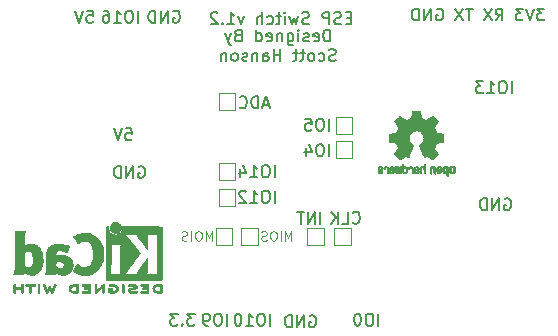
<source format=gbr>
G04 #@! TF.GenerationSoftware,KiCad,Pcbnew,(5.1.10)-1*
G04 #@! TF.CreationDate,2021-09-16T22:40:54-04:00*
G04 #@! TF.ProjectId,ESP_Switch,4553505f-5377-4697-9463-682e6b696361,v1.2*
G04 #@! TF.SameCoordinates,Original*
G04 #@! TF.FileFunction,Legend,Bot*
G04 #@! TF.FilePolarity,Positive*
%FSLAX46Y46*%
G04 Gerber Fmt 4.6, Leading zero omitted, Abs format (unit mm)*
G04 Created by KiCad (PCBNEW (5.1.10)-1) date 2021-09-16 22:40:54*
%MOMM*%
%LPD*%
G01*
G04 APERTURE LIST*
%ADD10C,0.100000*%
%ADD11C,0.150000*%
%ADD12C,0.010000*%
%ADD13C,0.120000*%
%ADD14O,2.802000X1.802000*%
%ADD15O,1.752000X1.202000*%
%ADD16O,1.802000X1.802000*%
%ADD17C,3.302000*%
%ADD18C,2.702000*%
G04 APERTURE END LIST*
D10*
X104762142Y-97897904D02*
X104762142Y-97097904D01*
X104495476Y-97669333D01*
X104228809Y-97097904D01*
X104228809Y-97897904D01*
X103847857Y-97897904D02*
X103847857Y-97097904D01*
X103314523Y-97097904D02*
X103162142Y-97097904D01*
X103085952Y-97136000D01*
X103009761Y-97212190D01*
X102971666Y-97364571D01*
X102971666Y-97631238D01*
X103009761Y-97783619D01*
X103085952Y-97859809D01*
X103162142Y-97897904D01*
X103314523Y-97897904D01*
X103390714Y-97859809D01*
X103466904Y-97783619D01*
X103505000Y-97631238D01*
X103505000Y-97364571D01*
X103466904Y-97212190D01*
X103390714Y-97136000D01*
X103314523Y-97097904D01*
X102666904Y-97859809D02*
X102552619Y-97897904D01*
X102362142Y-97897904D01*
X102285952Y-97859809D01*
X102247857Y-97821714D01*
X102209761Y-97745523D01*
X102209761Y-97669333D01*
X102247857Y-97593142D01*
X102285952Y-97555047D01*
X102362142Y-97516952D01*
X102514523Y-97478857D01*
X102590714Y-97440761D01*
X102628809Y-97402666D01*
X102666904Y-97326476D01*
X102666904Y-97250285D01*
X102628809Y-97174095D01*
X102590714Y-97136000D01*
X102514523Y-97097904D01*
X102324047Y-97097904D01*
X102209761Y-97136000D01*
X98031142Y-97897904D02*
X98031142Y-97097904D01*
X97764476Y-97669333D01*
X97497809Y-97097904D01*
X97497809Y-97897904D01*
X96964476Y-97097904D02*
X96812095Y-97097904D01*
X96735904Y-97136000D01*
X96659714Y-97212190D01*
X96621619Y-97364571D01*
X96621619Y-97631238D01*
X96659714Y-97783619D01*
X96735904Y-97859809D01*
X96812095Y-97897904D01*
X96964476Y-97897904D01*
X97040666Y-97859809D01*
X97116857Y-97783619D01*
X97154952Y-97631238D01*
X97154952Y-97364571D01*
X97116857Y-97212190D01*
X97040666Y-97136000D01*
X96964476Y-97097904D01*
X96278761Y-97897904D02*
X96278761Y-97097904D01*
X95935904Y-97859809D02*
X95821619Y-97897904D01*
X95631142Y-97897904D01*
X95554952Y-97859809D01*
X95516857Y-97821714D01*
X95478761Y-97745523D01*
X95478761Y-97669333D01*
X95516857Y-97593142D01*
X95554952Y-97555047D01*
X95631142Y-97516952D01*
X95783523Y-97478857D01*
X95859714Y-97440761D01*
X95897809Y-97402666D01*
X95935904Y-97326476D01*
X95935904Y-97250285D01*
X95897809Y-97174095D01*
X95859714Y-97136000D01*
X95783523Y-97097904D01*
X95593047Y-97097904D01*
X95478761Y-97136000D01*
D11*
X107203761Y-96464380D02*
X107203761Y-95464380D01*
X106727571Y-96464380D02*
X106727571Y-95464380D01*
X106156142Y-96464380D01*
X106156142Y-95464380D01*
X105822809Y-95464380D02*
X105251380Y-95464380D01*
X105537095Y-96464380D02*
X105537095Y-95464380D01*
X109942238Y-96369142D02*
X109989857Y-96416761D01*
X110132714Y-96464380D01*
X110227952Y-96464380D01*
X110370809Y-96416761D01*
X110466047Y-96321523D01*
X110513666Y-96226285D01*
X110561285Y-96035809D01*
X110561285Y-95892952D01*
X110513666Y-95702476D01*
X110466047Y-95607238D01*
X110370809Y-95512000D01*
X110227952Y-95464380D01*
X110132714Y-95464380D01*
X109989857Y-95512000D01*
X109942238Y-95559619D01*
X109037476Y-96464380D02*
X109513666Y-96464380D01*
X109513666Y-95464380D01*
X108704142Y-96464380D02*
X108704142Y-95464380D01*
X108132714Y-96464380D02*
X108561285Y-95892952D01*
X108132714Y-95464380D02*
X108704142Y-96035809D01*
X107934000Y-90749380D02*
X107934000Y-89749380D01*
X107267333Y-89749380D02*
X107076857Y-89749380D01*
X106981619Y-89797000D01*
X106886380Y-89892238D01*
X106838761Y-90082714D01*
X106838761Y-90416047D01*
X106886380Y-90606523D01*
X106981619Y-90701761D01*
X107076857Y-90749380D01*
X107267333Y-90749380D01*
X107362571Y-90701761D01*
X107457809Y-90606523D01*
X107505428Y-90416047D01*
X107505428Y-90082714D01*
X107457809Y-89892238D01*
X107362571Y-89797000D01*
X107267333Y-89749380D01*
X105981619Y-90082714D02*
X105981619Y-90749380D01*
X106219714Y-89701761D02*
X106457809Y-90416047D01*
X105838761Y-90416047D01*
X107934000Y-88590380D02*
X107934000Y-87590380D01*
X107267333Y-87590380D02*
X107076857Y-87590380D01*
X106981619Y-87638000D01*
X106886380Y-87733238D01*
X106838761Y-87923714D01*
X106838761Y-88257047D01*
X106886380Y-88447523D01*
X106981619Y-88542761D01*
X107076857Y-88590380D01*
X107267333Y-88590380D01*
X107362571Y-88542761D01*
X107457809Y-88447523D01*
X107505428Y-88257047D01*
X107505428Y-87923714D01*
X107457809Y-87733238D01*
X107362571Y-87638000D01*
X107267333Y-87590380D01*
X105934000Y-87590380D02*
X106410190Y-87590380D01*
X106457809Y-88066571D01*
X106410190Y-88018952D01*
X106314952Y-87971333D01*
X106076857Y-87971333D01*
X105981619Y-88018952D01*
X105934000Y-88066571D01*
X105886380Y-88161809D01*
X105886380Y-88399904D01*
X105934000Y-88495142D01*
X105981619Y-88542761D01*
X106076857Y-88590380D01*
X106314952Y-88590380D01*
X106410190Y-88542761D01*
X106457809Y-88495142D01*
X103330190Y-94686380D02*
X103330190Y-93686380D01*
X102663523Y-93686380D02*
X102473047Y-93686380D01*
X102377809Y-93734000D01*
X102282571Y-93829238D01*
X102234952Y-94019714D01*
X102234952Y-94353047D01*
X102282571Y-94543523D01*
X102377809Y-94638761D01*
X102473047Y-94686380D01*
X102663523Y-94686380D01*
X102758761Y-94638761D01*
X102854000Y-94543523D01*
X102901619Y-94353047D01*
X102901619Y-94019714D01*
X102854000Y-93829238D01*
X102758761Y-93734000D01*
X102663523Y-93686380D01*
X101282571Y-94686380D02*
X101854000Y-94686380D01*
X101568285Y-94686380D02*
X101568285Y-93686380D01*
X101663523Y-93829238D01*
X101758761Y-93924476D01*
X101854000Y-93972095D01*
X100901619Y-93781619D02*
X100854000Y-93734000D01*
X100758761Y-93686380D01*
X100520666Y-93686380D01*
X100425428Y-93734000D01*
X100377809Y-93781619D01*
X100330190Y-93876857D01*
X100330190Y-93972095D01*
X100377809Y-94114952D01*
X100949238Y-94686380D01*
X100330190Y-94686380D01*
X103330190Y-92527380D02*
X103330190Y-91527380D01*
X102663523Y-91527380D02*
X102473047Y-91527380D01*
X102377809Y-91575000D01*
X102282571Y-91670238D01*
X102234952Y-91860714D01*
X102234952Y-92194047D01*
X102282571Y-92384523D01*
X102377809Y-92479761D01*
X102473047Y-92527380D01*
X102663523Y-92527380D01*
X102758761Y-92479761D01*
X102854000Y-92384523D01*
X102901619Y-92194047D01*
X102901619Y-91860714D01*
X102854000Y-91670238D01*
X102758761Y-91575000D01*
X102663523Y-91527380D01*
X101282571Y-92527380D02*
X101854000Y-92527380D01*
X101568285Y-92527380D02*
X101568285Y-91527380D01*
X101663523Y-91670238D01*
X101758761Y-91765476D01*
X101854000Y-91813095D01*
X100425428Y-91860714D02*
X100425428Y-92527380D01*
X100663523Y-91479761D02*
X100901619Y-92194047D01*
X100282571Y-92194047D01*
X102838095Y-86399666D02*
X102361904Y-86399666D01*
X102933333Y-86685380D02*
X102600000Y-85685380D01*
X102266666Y-86685380D01*
X101933333Y-86685380D02*
X101933333Y-85685380D01*
X101695238Y-85685380D01*
X101552380Y-85733000D01*
X101457142Y-85828238D01*
X101409523Y-85923476D01*
X101361904Y-86113952D01*
X101361904Y-86256809D01*
X101409523Y-86447285D01*
X101457142Y-86542523D01*
X101552380Y-86637761D01*
X101695238Y-86685380D01*
X101933333Y-86685380D01*
X100361904Y-86590142D02*
X100409523Y-86637761D01*
X100552380Y-86685380D01*
X100647619Y-86685380D01*
X100790476Y-86637761D01*
X100885714Y-86542523D01*
X100933333Y-86447285D01*
X100980952Y-86256809D01*
X100980952Y-86113952D01*
X100933333Y-85923476D01*
X100885714Y-85828238D01*
X100790476Y-85733000D01*
X100647619Y-85685380D01*
X100552380Y-85685380D01*
X100409523Y-85733000D01*
X100361904Y-85780619D01*
X91773190Y-79446380D02*
X91773190Y-78446380D01*
X91106523Y-78446380D02*
X90916047Y-78446380D01*
X90820809Y-78494000D01*
X90725571Y-78589238D01*
X90677952Y-78779714D01*
X90677952Y-79113047D01*
X90725571Y-79303523D01*
X90820809Y-79398761D01*
X90916047Y-79446380D01*
X91106523Y-79446380D01*
X91201761Y-79398761D01*
X91297000Y-79303523D01*
X91344619Y-79113047D01*
X91344619Y-78779714D01*
X91297000Y-78589238D01*
X91201761Y-78494000D01*
X91106523Y-78446380D01*
X89725571Y-79446380D02*
X90297000Y-79446380D01*
X90011285Y-79446380D02*
X90011285Y-78446380D01*
X90106523Y-78589238D01*
X90201761Y-78684476D01*
X90297000Y-78732095D01*
X88868428Y-78446380D02*
X89058904Y-78446380D01*
X89154142Y-78494000D01*
X89201761Y-78541619D01*
X89297000Y-78684476D01*
X89344619Y-78874952D01*
X89344619Y-79255904D01*
X89297000Y-79351142D01*
X89249380Y-79398761D01*
X89154142Y-79446380D01*
X88963666Y-79446380D01*
X88868428Y-79398761D01*
X88820809Y-79351142D01*
X88773190Y-79255904D01*
X88773190Y-79017809D01*
X88820809Y-78922571D01*
X88868428Y-78874952D01*
X88963666Y-78827333D01*
X89154142Y-78827333D01*
X89249380Y-78874952D01*
X89297000Y-78922571D01*
X89344619Y-79017809D01*
X87439476Y-78446380D02*
X87915666Y-78446380D01*
X87963285Y-78922571D01*
X87915666Y-78874952D01*
X87820428Y-78827333D01*
X87582333Y-78827333D01*
X87487095Y-78874952D01*
X87439476Y-78922571D01*
X87391857Y-79017809D01*
X87391857Y-79255904D01*
X87439476Y-79351142D01*
X87487095Y-79398761D01*
X87582333Y-79446380D01*
X87820428Y-79446380D01*
X87915666Y-79398761D01*
X87963285Y-79351142D01*
X87106142Y-78446380D02*
X86772809Y-79446380D01*
X86439476Y-78446380D01*
X94741904Y-78494000D02*
X94837142Y-78446380D01*
X94980000Y-78446380D01*
X95122857Y-78494000D01*
X95218095Y-78589238D01*
X95265714Y-78684476D01*
X95313333Y-78874952D01*
X95313333Y-79017809D01*
X95265714Y-79208285D01*
X95218095Y-79303523D01*
X95122857Y-79398761D01*
X94980000Y-79446380D01*
X94884761Y-79446380D01*
X94741904Y-79398761D01*
X94694285Y-79351142D01*
X94694285Y-79017809D01*
X94884761Y-79017809D01*
X94265714Y-79446380D02*
X94265714Y-78446380D01*
X93694285Y-79446380D01*
X93694285Y-78446380D01*
X93218095Y-79446380D02*
X93218095Y-78446380D01*
X92980000Y-78446380D01*
X92837142Y-78494000D01*
X92741904Y-78589238D01*
X92694285Y-78684476D01*
X92646666Y-78874952D01*
X92646666Y-79017809D01*
X92694285Y-79208285D01*
X92741904Y-79303523D01*
X92837142Y-79398761D01*
X92980000Y-79446380D01*
X93218095Y-79446380D01*
X106298904Y-104275000D02*
X106394142Y-104227380D01*
X106537000Y-104227380D01*
X106679857Y-104275000D01*
X106775095Y-104370238D01*
X106822714Y-104465476D01*
X106870333Y-104655952D01*
X106870333Y-104798809D01*
X106822714Y-104989285D01*
X106775095Y-105084523D01*
X106679857Y-105179761D01*
X106537000Y-105227380D01*
X106441761Y-105227380D01*
X106298904Y-105179761D01*
X106251285Y-105132142D01*
X106251285Y-104798809D01*
X106441761Y-104798809D01*
X105822714Y-105227380D02*
X105822714Y-104227380D01*
X105251285Y-105227380D01*
X105251285Y-104227380D01*
X104775095Y-105227380D02*
X104775095Y-104227380D01*
X104537000Y-104227380D01*
X104394142Y-104275000D01*
X104298904Y-104370238D01*
X104251285Y-104465476D01*
X104203666Y-104655952D01*
X104203666Y-104798809D01*
X104251285Y-104989285D01*
X104298904Y-105084523D01*
X104394142Y-105179761D01*
X104537000Y-105227380D01*
X104775095Y-105227380D01*
X102949190Y-105100380D02*
X102949190Y-104100380D01*
X102282523Y-104100380D02*
X102092047Y-104100380D01*
X101996809Y-104148000D01*
X101901571Y-104243238D01*
X101853952Y-104433714D01*
X101853952Y-104767047D01*
X101901571Y-104957523D01*
X101996809Y-105052761D01*
X102092047Y-105100380D01*
X102282523Y-105100380D01*
X102377761Y-105052761D01*
X102473000Y-104957523D01*
X102520619Y-104767047D01*
X102520619Y-104433714D01*
X102473000Y-104243238D01*
X102377761Y-104148000D01*
X102282523Y-104100380D01*
X100901571Y-105100380D02*
X101473000Y-105100380D01*
X101187285Y-105100380D02*
X101187285Y-104100380D01*
X101282523Y-104243238D01*
X101377761Y-104338476D01*
X101473000Y-104386095D01*
X100282523Y-104100380D02*
X100187285Y-104100380D01*
X100092047Y-104148000D01*
X100044428Y-104195619D01*
X99996809Y-104290857D01*
X99949190Y-104481333D01*
X99949190Y-104719428D01*
X99996809Y-104909904D01*
X100044428Y-105005142D01*
X100092047Y-105052761D01*
X100187285Y-105100380D01*
X100282523Y-105100380D01*
X100377761Y-105052761D01*
X100425380Y-105005142D01*
X100473000Y-104909904D01*
X100520619Y-104719428D01*
X100520619Y-104481333D01*
X100473000Y-104290857D01*
X100425380Y-104195619D01*
X100377761Y-104148000D01*
X100282523Y-104100380D01*
X96551619Y-104100380D02*
X95932571Y-104100380D01*
X96265904Y-104481333D01*
X96123047Y-104481333D01*
X96027809Y-104528952D01*
X95980190Y-104576571D01*
X95932571Y-104671809D01*
X95932571Y-104909904D01*
X95980190Y-105005142D01*
X96027809Y-105052761D01*
X96123047Y-105100380D01*
X96408761Y-105100380D01*
X96504000Y-105052761D01*
X96551619Y-105005142D01*
X95504000Y-105005142D02*
X95456380Y-105052761D01*
X95504000Y-105100380D01*
X95551619Y-105052761D01*
X95504000Y-105005142D01*
X95504000Y-105100380D01*
X95123047Y-104100380D02*
X94504000Y-104100380D01*
X94837333Y-104481333D01*
X94694476Y-104481333D01*
X94599238Y-104528952D01*
X94551619Y-104576571D01*
X94504000Y-104671809D01*
X94504000Y-104909904D01*
X94551619Y-105005142D01*
X94599238Y-105052761D01*
X94694476Y-105100380D01*
X94980190Y-105100380D01*
X95075428Y-105052761D01*
X95123047Y-105005142D01*
X99298000Y-105100380D02*
X99298000Y-104100380D01*
X98631333Y-104100380D02*
X98440857Y-104100380D01*
X98345619Y-104148000D01*
X98250380Y-104243238D01*
X98202761Y-104433714D01*
X98202761Y-104767047D01*
X98250380Y-104957523D01*
X98345619Y-105052761D01*
X98440857Y-105100380D01*
X98631333Y-105100380D01*
X98726571Y-105052761D01*
X98821809Y-104957523D01*
X98869428Y-104767047D01*
X98869428Y-104433714D01*
X98821809Y-104243238D01*
X98726571Y-104148000D01*
X98631333Y-104100380D01*
X97726571Y-105100380D02*
X97536095Y-105100380D01*
X97440857Y-105052761D01*
X97393238Y-105005142D01*
X97298000Y-104862285D01*
X97250380Y-104671809D01*
X97250380Y-104290857D01*
X97298000Y-104195619D01*
X97345619Y-104148000D01*
X97440857Y-104100380D01*
X97631333Y-104100380D01*
X97726571Y-104148000D01*
X97774190Y-104195619D01*
X97821809Y-104290857D01*
X97821809Y-104528952D01*
X97774190Y-104624190D01*
X97726571Y-104671809D01*
X97631333Y-104719428D01*
X97440857Y-104719428D01*
X97345619Y-104671809D01*
X97298000Y-104624190D01*
X97250380Y-104528952D01*
X112125000Y-105100380D02*
X112125000Y-104100380D01*
X111458333Y-104100380D02*
X111267857Y-104100380D01*
X111172619Y-104148000D01*
X111077380Y-104243238D01*
X111029761Y-104433714D01*
X111029761Y-104767047D01*
X111077380Y-104957523D01*
X111172619Y-105052761D01*
X111267857Y-105100380D01*
X111458333Y-105100380D01*
X111553571Y-105052761D01*
X111648809Y-104957523D01*
X111696428Y-104767047D01*
X111696428Y-104433714D01*
X111648809Y-104243238D01*
X111553571Y-104148000D01*
X111458333Y-104100380D01*
X110410714Y-104100380D02*
X110315476Y-104100380D01*
X110220238Y-104148000D01*
X110172619Y-104195619D01*
X110125000Y-104290857D01*
X110077380Y-104481333D01*
X110077380Y-104719428D01*
X110125000Y-104909904D01*
X110172619Y-105005142D01*
X110220238Y-105052761D01*
X110315476Y-105100380D01*
X110410714Y-105100380D01*
X110505952Y-105052761D01*
X110553571Y-105005142D01*
X110601190Y-104909904D01*
X110648809Y-104719428D01*
X110648809Y-104481333D01*
X110601190Y-104290857D01*
X110553571Y-104195619D01*
X110505952Y-104148000D01*
X110410714Y-104100380D01*
X126167995Y-78255880D02*
X125548947Y-78255880D01*
X125882280Y-78636833D01*
X125739423Y-78636833D01*
X125644185Y-78684452D01*
X125596566Y-78732071D01*
X125548947Y-78827309D01*
X125548947Y-79065404D01*
X125596566Y-79160642D01*
X125644185Y-79208261D01*
X125739423Y-79255880D01*
X126025138Y-79255880D01*
X126120376Y-79208261D01*
X126167995Y-79160642D01*
X125263233Y-78255880D02*
X124929900Y-79255880D01*
X124596566Y-78255880D01*
X124358471Y-78255880D02*
X123739423Y-78255880D01*
X124072757Y-78636833D01*
X123929900Y-78636833D01*
X123834661Y-78684452D01*
X123787042Y-78732071D01*
X123739423Y-78827309D01*
X123739423Y-79065404D01*
X123787042Y-79160642D01*
X123834661Y-79208261D01*
X123929900Y-79255880D01*
X124215614Y-79255880D01*
X124310852Y-79208261D01*
X124358471Y-79160642D01*
X117055804Y-78303500D02*
X117151042Y-78255880D01*
X117293900Y-78255880D01*
X117436757Y-78303500D01*
X117531995Y-78398738D01*
X117579614Y-78493976D01*
X117627233Y-78684452D01*
X117627233Y-78827309D01*
X117579614Y-79017785D01*
X117531995Y-79113023D01*
X117436757Y-79208261D01*
X117293900Y-79255880D01*
X117198661Y-79255880D01*
X117055804Y-79208261D01*
X117008185Y-79160642D01*
X117008185Y-78827309D01*
X117198661Y-78827309D01*
X116579614Y-79255880D02*
X116579614Y-78255880D01*
X116008185Y-79255880D01*
X116008185Y-78255880D01*
X115531995Y-79255880D02*
X115531995Y-78255880D01*
X115293900Y-78255880D01*
X115151042Y-78303500D01*
X115055804Y-78398738D01*
X115008185Y-78493976D01*
X114960566Y-78684452D01*
X114960566Y-78827309D01*
X115008185Y-79017785D01*
X115055804Y-79113023D01*
X115151042Y-79208261D01*
X115293900Y-79255880D01*
X115531995Y-79255880D01*
X122048566Y-79255880D02*
X122381900Y-78779690D01*
X122619995Y-79255880D02*
X122619995Y-78255880D01*
X122239042Y-78255880D01*
X122143804Y-78303500D01*
X122096185Y-78351119D01*
X122048566Y-78446357D01*
X122048566Y-78589214D01*
X122096185Y-78684452D01*
X122143804Y-78732071D01*
X122239042Y-78779690D01*
X122619995Y-78779690D01*
X121715233Y-78255880D02*
X121048566Y-79255880D01*
X121048566Y-78255880D02*
X121715233Y-79255880D01*
X120103804Y-78255880D02*
X119532376Y-78255880D01*
X119818090Y-79255880D02*
X119818090Y-78255880D01*
X119294280Y-78255880D02*
X118627614Y-79255880D01*
X118627614Y-78255880D02*
X119294280Y-79255880D01*
X122808904Y-94369000D02*
X122904142Y-94321380D01*
X123047000Y-94321380D01*
X123189857Y-94369000D01*
X123285095Y-94464238D01*
X123332714Y-94559476D01*
X123380333Y-94749952D01*
X123380333Y-94892809D01*
X123332714Y-95083285D01*
X123285095Y-95178523D01*
X123189857Y-95273761D01*
X123047000Y-95321380D01*
X122951761Y-95321380D01*
X122808904Y-95273761D01*
X122761285Y-95226142D01*
X122761285Y-94892809D01*
X122951761Y-94892809D01*
X122332714Y-95321380D02*
X122332714Y-94321380D01*
X121761285Y-95321380D01*
X121761285Y-94321380D01*
X121285095Y-95321380D02*
X121285095Y-94321380D01*
X121047000Y-94321380D01*
X120904142Y-94369000D01*
X120808904Y-94464238D01*
X120761285Y-94559476D01*
X120713666Y-94749952D01*
X120713666Y-94892809D01*
X120761285Y-95083285D01*
X120808904Y-95178523D01*
X120904142Y-95273761D01*
X121047000Y-95321380D01*
X121285095Y-95321380D01*
X123396190Y-85415380D02*
X123396190Y-84415380D01*
X122729523Y-84415380D02*
X122539047Y-84415380D01*
X122443809Y-84463000D01*
X122348571Y-84558238D01*
X122300952Y-84748714D01*
X122300952Y-85082047D01*
X122348571Y-85272523D01*
X122443809Y-85367761D01*
X122539047Y-85415380D01*
X122729523Y-85415380D01*
X122824761Y-85367761D01*
X122920000Y-85272523D01*
X122967619Y-85082047D01*
X122967619Y-84748714D01*
X122920000Y-84558238D01*
X122824761Y-84463000D01*
X122729523Y-84415380D01*
X121348571Y-85415380D02*
X121920000Y-85415380D01*
X121634285Y-85415380D02*
X121634285Y-84415380D01*
X121729523Y-84558238D01*
X121824761Y-84653476D01*
X121920000Y-84701095D01*
X121015238Y-84415380D02*
X120396190Y-84415380D01*
X120729523Y-84796333D01*
X120586666Y-84796333D01*
X120491428Y-84843952D01*
X120443809Y-84891571D01*
X120396190Y-84986809D01*
X120396190Y-85224904D01*
X120443809Y-85320142D01*
X120491428Y-85367761D01*
X120586666Y-85415380D01*
X120872380Y-85415380D01*
X120967619Y-85367761D01*
X121015238Y-85320142D01*
X90740476Y-88402380D02*
X91216666Y-88402380D01*
X91264285Y-88878571D01*
X91216666Y-88830952D01*
X91121428Y-88783333D01*
X90883333Y-88783333D01*
X90788095Y-88830952D01*
X90740476Y-88878571D01*
X90692857Y-88973809D01*
X90692857Y-89211904D01*
X90740476Y-89307142D01*
X90788095Y-89354761D01*
X90883333Y-89402380D01*
X91121428Y-89402380D01*
X91216666Y-89354761D01*
X91264285Y-89307142D01*
X90407142Y-88402380D02*
X90073809Y-89402380D01*
X89740476Y-88402380D01*
X91811904Y-91650000D02*
X91907142Y-91602380D01*
X92050000Y-91602380D01*
X92192857Y-91650000D01*
X92288095Y-91745238D01*
X92335714Y-91840476D01*
X92383333Y-92030952D01*
X92383333Y-92173809D01*
X92335714Y-92364285D01*
X92288095Y-92459523D01*
X92192857Y-92554761D01*
X92050000Y-92602380D01*
X91954761Y-92602380D01*
X91811904Y-92554761D01*
X91764285Y-92507142D01*
X91764285Y-92173809D01*
X91954761Y-92173809D01*
X91335714Y-92602380D02*
X91335714Y-91602380D01*
X90764285Y-92602380D01*
X90764285Y-91602380D01*
X90288095Y-92602380D02*
X90288095Y-91602380D01*
X90050000Y-91602380D01*
X89907142Y-91650000D01*
X89811904Y-91745238D01*
X89764285Y-91840476D01*
X89716666Y-92030952D01*
X89716666Y-92173809D01*
X89764285Y-92364285D01*
X89811904Y-92459523D01*
X89907142Y-92554761D01*
X90050000Y-92602380D01*
X90288095Y-92602380D01*
X109814571Y-79049571D02*
X109481238Y-79049571D01*
X109338380Y-79573380D02*
X109814571Y-79573380D01*
X109814571Y-78573380D01*
X109338380Y-78573380D01*
X108957428Y-79525761D02*
X108814571Y-79573380D01*
X108576476Y-79573380D01*
X108481238Y-79525761D01*
X108433619Y-79478142D01*
X108386000Y-79382904D01*
X108386000Y-79287666D01*
X108433619Y-79192428D01*
X108481238Y-79144809D01*
X108576476Y-79097190D01*
X108766952Y-79049571D01*
X108862190Y-79001952D01*
X108909809Y-78954333D01*
X108957428Y-78859095D01*
X108957428Y-78763857D01*
X108909809Y-78668619D01*
X108862190Y-78621000D01*
X108766952Y-78573380D01*
X108528857Y-78573380D01*
X108386000Y-78621000D01*
X107957428Y-79573380D02*
X107957428Y-78573380D01*
X107576476Y-78573380D01*
X107481238Y-78621000D01*
X107433619Y-78668619D01*
X107386000Y-78763857D01*
X107386000Y-78906714D01*
X107433619Y-79001952D01*
X107481238Y-79049571D01*
X107576476Y-79097190D01*
X107957428Y-79097190D01*
X106243142Y-79525761D02*
X106100285Y-79573380D01*
X105862190Y-79573380D01*
X105766952Y-79525761D01*
X105719333Y-79478142D01*
X105671714Y-79382904D01*
X105671714Y-79287666D01*
X105719333Y-79192428D01*
X105766952Y-79144809D01*
X105862190Y-79097190D01*
X106052666Y-79049571D01*
X106147904Y-79001952D01*
X106195523Y-78954333D01*
X106243142Y-78859095D01*
X106243142Y-78763857D01*
X106195523Y-78668619D01*
X106147904Y-78621000D01*
X106052666Y-78573380D01*
X105814571Y-78573380D01*
X105671714Y-78621000D01*
X105338380Y-78906714D02*
X105147904Y-79573380D01*
X104957428Y-79097190D01*
X104766952Y-79573380D01*
X104576476Y-78906714D01*
X104195523Y-79573380D02*
X104195523Y-78906714D01*
X104195523Y-78573380D02*
X104243142Y-78621000D01*
X104195523Y-78668619D01*
X104147904Y-78621000D01*
X104195523Y-78573380D01*
X104195523Y-78668619D01*
X103862190Y-78906714D02*
X103481238Y-78906714D01*
X103719333Y-78573380D02*
X103719333Y-79430523D01*
X103671714Y-79525761D01*
X103576476Y-79573380D01*
X103481238Y-79573380D01*
X102719333Y-79525761D02*
X102814571Y-79573380D01*
X103005047Y-79573380D01*
X103100285Y-79525761D01*
X103147904Y-79478142D01*
X103195523Y-79382904D01*
X103195523Y-79097190D01*
X103147904Y-79001952D01*
X103100285Y-78954333D01*
X103005047Y-78906714D01*
X102814571Y-78906714D01*
X102719333Y-78954333D01*
X102290761Y-79573380D02*
X102290761Y-78573380D01*
X101862190Y-79573380D02*
X101862190Y-79049571D01*
X101909809Y-78954333D01*
X102005047Y-78906714D01*
X102147904Y-78906714D01*
X102243142Y-78954333D01*
X102290761Y-79001952D01*
X100719333Y-78906714D02*
X100481238Y-79573380D01*
X100243142Y-78906714D01*
X99338380Y-79573380D02*
X99909809Y-79573380D01*
X99624095Y-79573380D02*
X99624095Y-78573380D01*
X99719333Y-78716238D01*
X99814571Y-78811476D01*
X99909809Y-78859095D01*
X98909809Y-79478142D02*
X98862190Y-79525761D01*
X98909809Y-79573380D01*
X98957428Y-79525761D01*
X98909809Y-79478142D01*
X98909809Y-79573380D01*
X98481238Y-78668619D02*
X98433619Y-78621000D01*
X98338380Y-78573380D01*
X98100285Y-78573380D01*
X98005047Y-78621000D01*
X97957428Y-78668619D01*
X97909809Y-78763857D01*
X97909809Y-78859095D01*
X97957428Y-79001952D01*
X98528857Y-79573380D01*
X97909809Y-79573380D01*
X108012952Y-81034380D02*
X108012952Y-80034380D01*
X107774857Y-80034380D01*
X107632000Y-80082000D01*
X107536761Y-80177238D01*
X107489142Y-80272476D01*
X107441523Y-80462952D01*
X107441523Y-80605809D01*
X107489142Y-80796285D01*
X107536761Y-80891523D01*
X107632000Y-80986761D01*
X107774857Y-81034380D01*
X108012952Y-81034380D01*
X106632000Y-80986761D02*
X106727238Y-81034380D01*
X106917714Y-81034380D01*
X107012952Y-80986761D01*
X107060571Y-80891523D01*
X107060571Y-80510571D01*
X107012952Y-80415333D01*
X106917714Y-80367714D01*
X106727238Y-80367714D01*
X106632000Y-80415333D01*
X106584380Y-80510571D01*
X106584380Y-80605809D01*
X107060571Y-80701047D01*
X106203428Y-80986761D02*
X106108190Y-81034380D01*
X105917714Y-81034380D01*
X105822476Y-80986761D01*
X105774857Y-80891523D01*
X105774857Y-80843904D01*
X105822476Y-80748666D01*
X105917714Y-80701047D01*
X106060571Y-80701047D01*
X106155809Y-80653428D01*
X106203428Y-80558190D01*
X106203428Y-80510571D01*
X106155809Y-80415333D01*
X106060571Y-80367714D01*
X105917714Y-80367714D01*
X105822476Y-80415333D01*
X105346285Y-81034380D02*
X105346285Y-80367714D01*
X105346285Y-80034380D02*
X105393904Y-80082000D01*
X105346285Y-80129619D01*
X105298666Y-80082000D01*
X105346285Y-80034380D01*
X105346285Y-80129619D01*
X104441523Y-80367714D02*
X104441523Y-81177238D01*
X104489142Y-81272476D01*
X104536761Y-81320095D01*
X104632000Y-81367714D01*
X104774857Y-81367714D01*
X104870095Y-81320095D01*
X104441523Y-80986761D02*
X104536761Y-81034380D01*
X104727238Y-81034380D01*
X104822476Y-80986761D01*
X104870095Y-80939142D01*
X104917714Y-80843904D01*
X104917714Y-80558190D01*
X104870095Y-80462952D01*
X104822476Y-80415333D01*
X104727238Y-80367714D01*
X104536761Y-80367714D01*
X104441523Y-80415333D01*
X103965333Y-80367714D02*
X103965333Y-81034380D01*
X103965333Y-80462952D02*
X103917714Y-80415333D01*
X103822476Y-80367714D01*
X103679619Y-80367714D01*
X103584380Y-80415333D01*
X103536761Y-80510571D01*
X103536761Y-81034380D01*
X102679619Y-80986761D02*
X102774857Y-81034380D01*
X102965333Y-81034380D01*
X103060571Y-80986761D01*
X103108190Y-80891523D01*
X103108190Y-80510571D01*
X103060571Y-80415333D01*
X102965333Y-80367714D01*
X102774857Y-80367714D01*
X102679619Y-80415333D01*
X102632000Y-80510571D01*
X102632000Y-80605809D01*
X103108190Y-80701047D01*
X101774857Y-81034380D02*
X101774857Y-80034380D01*
X101774857Y-80986761D02*
X101870095Y-81034380D01*
X102060571Y-81034380D01*
X102155809Y-80986761D01*
X102203428Y-80939142D01*
X102251047Y-80843904D01*
X102251047Y-80558190D01*
X102203428Y-80462952D01*
X102155809Y-80415333D01*
X102060571Y-80367714D01*
X101870095Y-80367714D01*
X101774857Y-80415333D01*
X100203428Y-80510571D02*
X100060571Y-80558190D01*
X100012952Y-80605809D01*
X99965333Y-80701047D01*
X99965333Y-80843904D01*
X100012952Y-80939142D01*
X100060571Y-80986761D01*
X100155809Y-81034380D01*
X100536761Y-81034380D01*
X100536761Y-80034380D01*
X100203428Y-80034380D01*
X100108190Y-80082000D01*
X100060571Y-80129619D01*
X100012952Y-80224857D01*
X100012952Y-80320095D01*
X100060571Y-80415333D01*
X100108190Y-80462952D01*
X100203428Y-80510571D01*
X100536761Y-80510571D01*
X99632000Y-80367714D02*
X99393904Y-81034380D01*
X99155809Y-80367714D02*
X99393904Y-81034380D01*
X99489142Y-81272476D01*
X99536761Y-81320095D01*
X99632000Y-81367714D01*
X108489142Y-82636761D02*
X108346285Y-82684380D01*
X108108190Y-82684380D01*
X108012952Y-82636761D01*
X107965333Y-82589142D01*
X107917714Y-82493904D01*
X107917714Y-82398666D01*
X107965333Y-82303428D01*
X108012952Y-82255809D01*
X108108190Y-82208190D01*
X108298666Y-82160571D01*
X108393904Y-82112952D01*
X108441523Y-82065333D01*
X108489142Y-81970095D01*
X108489142Y-81874857D01*
X108441523Y-81779619D01*
X108393904Y-81732000D01*
X108298666Y-81684380D01*
X108060571Y-81684380D01*
X107917714Y-81732000D01*
X107060571Y-82636761D02*
X107155809Y-82684380D01*
X107346285Y-82684380D01*
X107441523Y-82636761D01*
X107489142Y-82589142D01*
X107536761Y-82493904D01*
X107536761Y-82208190D01*
X107489142Y-82112952D01*
X107441523Y-82065333D01*
X107346285Y-82017714D01*
X107155809Y-82017714D01*
X107060571Y-82065333D01*
X106489142Y-82684380D02*
X106584380Y-82636761D01*
X106632000Y-82589142D01*
X106679619Y-82493904D01*
X106679619Y-82208190D01*
X106632000Y-82112952D01*
X106584380Y-82065333D01*
X106489142Y-82017714D01*
X106346285Y-82017714D01*
X106251047Y-82065333D01*
X106203428Y-82112952D01*
X106155809Y-82208190D01*
X106155809Y-82493904D01*
X106203428Y-82589142D01*
X106251047Y-82636761D01*
X106346285Y-82684380D01*
X106489142Y-82684380D01*
X105870095Y-82017714D02*
X105489142Y-82017714D01*
X105727238Y-81684380D02*
X105727238Y-82541523D01*
X105679619Y-82636761D01*
X105584380Y-82684380D01*
X105489142Y-82684380D01*
X105298666Y-82017714D02*
X104917714Y-82017714D01*
X105155809Y-81684380D02*
X105155809Y-82541523D01*
X105108190Y-82636761D01*
X105012952Y-82684380D01*
X104917714Y-82684380D01*
X103822476Y-82684380D02*
X103822476Y-81684380D01*
X103822476Y-82160571D02*
X103251047Y-82160571D01*
X103251047Y-82684380D02*
X103251047Y-81684380D01*
X102346285Y-82684380D02*
X102346285Y-82160571D01*
X102393904Y-82065333D01*
X102489142Y-82017714D01*
X102679619Y-82017714D01*
X102774857Y-82065333D01*
X102346285Y-82636761D02*
X102441523Y-82684380D01*
X102679619Y-82684380D01*
X102774857Y-82636761D01*
X102822476Y-82541523D01*
X102822476Y-82446285D01*
X102774857Y-82351047D01*
X102679619Y-82303428D01*
X102441523Y-82303428D01*
X102346285Y-82255809D01*
X101870095Y-82017714D02*
X101870095Y-82684380D01*
X101870095Y-82112952D02*
X101822476Y-82065333D01*
X101727238Y-82017714D01*
X101584380Y-82017714D01*
X101489142Y-82065333D01*
X101441523Y-82160571D01*
X101441523Y-82684380D01*
X101012952Y-82636761D02*
X100917714Y-82684380D01*
X100727238Y-82684380D01*
X100632000Y-82636761D01*
X100584380Y-82541523D01*
X100584380Y-82493904D01*
X100632000Y-82398666D01*
X100727238Y-82351047D01*
X100870095Y-82351047D01*
X100965333Y-82303428D01*
X101012952Y-82208190D01*
X101012952Y-82160571D01*
X100965333Y-82065333D01*
X100870095Y-82017714D01*
X100727238Y-82017714D01*
X100632000Y-82065333D01*
X100012952Y-82684380D02*
X100108190Y-82636761D01*
X100155809Y-82589142D01*
X100203428Y-82493904D01*
X100203428Y-82208190D01*
X100155809Y-82112952D01*
X100108190Y-82065333D01*
X100012952Y-82017714D01*
X99870095Y-82017714D01*
X99774857Y-82065333D01*
X99727238Y-82112952D01*
X99679619Y-82208190D01*
X99679619Y-82493904D01*
X99727238Y-82589142D01*
X99774857Y-82636761D01*
X99870095Y-82684380D01*
X100012952Y-82684380D01*
X99251047Y-82017714D02*
X99251047Y-82684380D01*
X99251047Y-82112952D02*
X99203428Y-82065333D01*
X99108190Y-82017714D01*
X98965333Y-82017714D01*
X98870095Y-82065333D01*
X98822476Y-82160571D01*
X98822476Y-82684380D01*
D12*
G36*
X90449400Y-96803054D02*
G01*
X90438535Y-96916993D01*
X90406918Y-97024616D01*
X90356015Y-97123615D01*
X90287293Y-97211684D01*
X90202219Y-97286516D01*
X90105232Y-97344384D01*
X89998964Y-97384005D01*
X89891950Y-97402573D01*
X89786300Y-97401434D01*
X89684125Y-97381930D01*
X89587534Y-97345406D01*
X89498638Y-97293205D01*
X89419546Y-97226673D01*
X89352369Y-97147152D01*
X89299217Y-97055987D01*
X89262199Y-96954523D01*
X89243427Y-96844102D01*
X89241489Y-96794206D01*
X89241489Y-96706267D01*
X89189560Y-96706267D01*
X89153253Y-96709111D01*
X89126355Y-96720911D01*
X89099249Y-96744649D01*
X89060867Y-96783031D01*
X89060867Y-98974602D01*
X89060876Y-99236739D01*
X89060908Y-99477241D01*
X89060972Y-99697048D01*
X89061076Y-99897101D01*
X89061227Y-100078344D01*
X89061434Y-100241716D01*
X89061706Y-100388160D01*
X89062050Y-100518617D01*
X89062474Y-100634029D01*
X89062987Y-100735338D01*
X89063597Y-100823484D01*
X89064312Y-100899410D01*
X89065140Y-100964057D01*
X89066089Y-101018367D01*
X89067167Y-101063280D01*
X89068383Y-101099740D01*
X89069745Y-101128687D01*
X89071261Y-101151063D01*
X89072938Y-101167809D01*
X89074786Y-101179868D01*
X89076813Y-101188180D01*
X89079025Y-101193687D01*
X89080108Y-101195537D01*
X89084271Y-101202549D01*
X89087805Y-101208996D01*
X89091635Y-101214900D01*
X89096682Y-101220286D01*
X89103871Y-101225178D01*
X89114123Y-101229598D01*
X89128364Y-101233572D01*
X89147514Y-101237121D01*
X89172499Y-101240270D01*
X89204240Y-101243042D01*
X89243662Y-101245461D01*
X89291686Y-101247551D01*
X89349237Y-101249335D01*
X89417237Y-101250837D01*
X89496610Y-101252080D01*
X89588279Y-101253089D01*
X89693166Y-101253885D01*
X89812196Y-101254494D01*
X89946290Y-101254939D01*
X90096373Y-101255243D01*
X90263367Y-101255430D01*
X90448196Y-101255524D01*
X90651783Y-101255548D01*
X90875050Y-101255525D01*
X91118922Y-101255480D01*
X91384321Y-101255437D01*
X91422704Y-101255432D01*
X91689682Y-101255389D01*
X91935002Y-101255318D01*
X92159583Y-101255213D01*
X92364345Y-101255066D01*
X92550206Y-101254869D01*
X92718088Y-101254616D01*
X92868908Y-101254300D01*
X93003587Y-101253913D01*
X93123044Y-101253447D01*
X93228199Y-101252897D01*
X93319971Y-101252253D01*
X93399279Y-101251511D01*
X93467043Y-101250661D01*
X93524182Y-101249697D01*
X93571617Y-101248611D01*
X93610266Y-101247397D01*
X93641049Y-101246047D01*
X93664885Y-101244555D01*
X93682694Y-101242911D01*
X93695395Y-101241111D01*
X93703908Y-101239145D01*
X93708266Y-101237477D01*
X93716728Y-101233906D01*
X93724497Y-101231270D01*
X93731602Y-101228634D01*
X93738073Y-101225062D01*
X93743939Y-101219621D01*
X93749229Y-101211375D01*
X93753974Y-101199390D01*
X93758202Y-101182731D01*
X93761943Y-101160463D01*
X93765227Y-101131652D01*
X93768083Y-101095363D01*
X93770540Y-101050661D01*
X93772629Y-100996611D01*
X93774378Y-100932279D01*
X93775817Y-100856730D01*
X93776976Y-100769030D01*
X93777883Y-100668243D01*
X93778569Y-100553434D01*
X93779063Y-100423670D01*
X93779395Y-100278015D01*
X93779593Y-100115535D01*
X93779687Y-99935295D01*
X93779708Y-99736360D01*
X93779685Y-99517796D01*
X93779646Y-99278668D01*
X93779622Y-99018040D01*
X93779622Y-98975889D01*
X93779636Y-98712992D01*
X93779661Y-98471732D01*
X93779671Y-98251165D01*
X93779642Y-98050352D01*
X93779548Y-97868349D01*
X93779362Y-97704216D01*
X93779059Y-97557011D01*
X93778614Y-97425792D01*
X93778034Y-97315867D01*
X93475197Y-97315867D01*
X93435407Y-97373711D01*
X93424236Y-97389479D01*
X93414166Y-97403441D01*
X93405138Y-97416784D01*
X93397097Y-97430693D01*
X93389986Y-97446356D01*
X93383747Y-97464958D01*
X93378325Y-97487686D01*
X93373662Y-97515727D01*
X93369701Y-97550267D01*
X93366385Y-97592492D01*
X93363659Y-97643589D01*
X93361464Y-97704744D01*
X93359745Y-97777144D01*
X93358444Y-97861975D01*
X93357505Y-97960422D01*
X93356870Y-98073674D01*
X93356484Y-98202916D01*
X93356288Y-98349334D01*
X93356227Y-98514116D01*
X93356243Y-98698447D01*
X93356280Y-98903513D01*
X93356289Y-99026133D01*
X93356265Y-99243082D01*
X93356231Y-99438642D01*
X93356243Y-99613999D01*
X93356358Y-99770341D01*
X93356630Y-99908857D01*
X93357118Y-100030734D01*
X93357876Y-100137160D01*
X93358962Y-100229322D01*
X93360431Y-100308409D01*
X93362340Y-100375608D01*
X93364744Y-100432107D01*
X93367701Y-100479093D01*
X93371266Y-100517755D01*
X93375495Y-100549280D01*
X93380446Y-100574855D01*
X93386173Y-100595670D01*
X93392733Y-100612911D01*
X93400183Y-100627765D01*
X93408579Y-100641422D01*
X93417976Y-100655069D01*
X93428432Y-100669893D01*
X93434523Y-100678783D01*
X93473296Y-100736400D01*
X92941732Y-100736400D01*
X92818483Y-100736365D01*
X92715987Y-100736215D01*
X92632420Y-100735878D01*
X92565956Y-100735286D01*
X92514771Y-100734367D01*
X92477041Y-100733051D01*
X92450940Y-100731269D01*
X92434644Y-100728951D01*
X92426328Y-100726026D01*
X92424168Y-100722424D01*
X92426339Y-100718075D01*
X92427535Y-100716645D01*
X92452685Y-100679573D01*
X92478583Y-100626772D01*
X92502192Y-100564770D01*
X92510461Y-100538357D01*
X92515078Y-100520416D01*
X92518979Y-100499355D01*
X92522248Y-100473089D01*
X92524966Y-100439532D01*
X92527215Y-100396599D01*
X92529077Y-100342204D01*
X92530636Y-100274262D01*
X92531972Y-100190688D01*
X92533169Y-100089395D01*
X92534308Y-99968300D01*
X92534685Y-99923600D01*
X92535702Y-99798449D01*
X92536460Y-99694082D01*
X92536903Y-99608707D01*
X92536970Y-99540533D01*
X92536605Y-99487765D01*
X92535748Y-99448614D01*
X92534341Y-99421285D01*
X92532325Y-99403986D01*
X92529643Y-99394926D01*
X92526236Y-99392312D01*
X92522044Y-99394351D01*
X92517571Y-99398667D01*
X92507216Y-99411602D01*
X92485158Y-99440676D01*
X92452957Y-99483759D01*
X92412174Y-99538718D01*
X92364370Y-99603423D01*
X92311105Y-99675742D01*
X92253940Y-99753544D01*
X92194437Y-99834698D01*
X92134155Y-99917072D01*
X92074655Y-99998536D01*
X92017498Y-100076957D01*
X91964245Y-100150204D01*
X91916457Y-100216147D01*
X91875693Y-100272654D01*
X91843516Y-100317593D01*
X91821485Y-100348834D01*
X91816917Y-100355466D01*
X91793996Y-100392369D01*
X91767188Y-100440359D01*
X91741789Y-100489897D01*
X91738568Y-100496577D01*
X91716890Y-100544772D01*
X91704304Y-100582334D01*
X91698574Y-100618160D01*
X91697456Y-100660200D01*
X91698090Y-100736400D01*
X90543651Y-100736400D01*
X90634815Y-100642669D01*
X90681612Y-100592775D01*
X90731899Y-100536295D01*
X90777944Y-100482026D01*
X90798369Y-100456673D01*
X90828807Y-100417128D01*
X90868862Y-100363916D01*
X90917361Y-100298667D01*
X90973135Y-100223011D01*
X91035011Y-100138577D01*
X91101819Y-100046994D01*
X91172387Y-99949892D01*
X91245545Y-99848901D01*
X91320121Y-99745650D01*
X91394944Y-99641768D01*
X91468843Y-99538885D01*
X91540646Y-99438631D01*
X91609184Y-99342636D01*
X91673284Y-99252527D01*
X91731775Y-99169936D01*
X91783486Y-99096492D01*
X91827247Y-99033824D01*
X91861885Y-98983561D01*
X91886230Y-98947334D01*
X91899111Y-98926771D01*
X91900869Y-98922668D01*
X91892910Y-98911342D01*
X91872115Y-98884162D01*
X91839847Y-98842829D01*
X91797470Y-98789044D01*
X91746347Y-98724506D01*
X91687841Y-98650918D01*
X91623314Y-98569978D01*
X91554131Y-98483388D01*
X91481653Y-98392848D01*
X91407246Y-98300060D01*
X91347517Y-98225702D01*
X90336511Y-98225702D01*
X90330602Y-98238659D01*
X90316272Y-98260908D01*
X90315225Y-98262391D01*
X90296438Y-98292544D01*
X90276791Y-98329375D01*
X90272892Y-98337511D01*
X90269356Y-98345940D01*
X90266230Y-98356059D01*
X90263486Y-98369260D01*
X90261092Y-98386938D01*
X90259019Y-98410484D01*
X90257235Y-98441293D01*
X90255712Y-98480757D01*
X90254419Y-98530269D01*
X90253326Y-98591223D01*
X90252403Y-98665011D01*
X90251619Y-98753028D01*
X90250945Y-98856665D01*
X90250350Y-98977316D01*
X90249805Y-99116374D01*
X90249279Y-99275232D01*
X90248745Y-99454089D01*
X90248206Y-99639207D01*
X90247772Y-99803145D01*
X90247509Y-99947303D01*
X90247484Y-100073079D01*
X90247765Y-100181871D01*
X90248419Y-100275077D01*
X90249514Y-100354097D01*
X90251118Y-100420328D01*
X90253297Y-100475170D01*
X90256119Y-100520021D01*
X90259651Y-100556278D01*
X90263961Y-100585341D01*
X90269117Y-100608609D01*
X90275185Y-100627479D01*
X90282233Y-100643351D01*
X90290329Y-100657622D01*
X90299540Y-100671691D01*
X90308040Y-100684158D01*
X90325176Y-100710452D01*
X90335322Y-100728037D01*
X90336511Y-100731257D01*
X90325604Y-100732334D01*
X90294411Y-100733335D01*
X90245223Y-100734235D01*
X90180333Y-100735010D01*
X90102030Y-100735637D01*
X90012607Y-100736091D01*
X89914356Y-100736349D01*
X89845445Y-100736400D01*
X89740452Y-100736180D01*
X89643610Y-100735548D01*
X89557107Y-100734549D01*
X89483132Y-100733227D01*
X89423874Y-100731626D01*
X89381520Y-100729791D01*
X89358260Y-100727765D01*
X89354378Y-100726493D01*
X89362076Y-100711591D01*
X89370074Y-100703560D01*
X89383246Y-100686434D01*
X89400485Y-100656183D01*
X89412407Y-100631622D01*
X89439045Y-100572711D01*
X89442120Y-99395845D01*
X89445195Y-98218978D01*
X89890853Y-98218978D01*
X89988670Y-98219142D01*
X90079064Y-98219611D01*
X90159630Y-98220347D01*
X90227962Y-98221316D01*
X90281656Y-98222480D01*
X90318305Y-98223803D01*
X90335504Y-98225249D01*
X90336511Y-98225702D01*
X91347517Y-98225702D01*
X91332270Y-98206722D01*
X91258090Y-98114537D01*
X91186069Y-98025204D01*
X91117569Y-97940424D01*
X91053955Y-97861898D01*
X90996588Y-97791326D01*
X90946833Y-97730409D01*
X90906052Y-97680847D01*
X90888888Y-97660178D01*
X90802596Y-97559516D01*
X90725997Y-97476259D01*
X90657183Y-97408438D01*
X90594248Y-97354089D01*
X90584867Y-97346722D01*
X90545356Y-97316117D01*
X91677116Y-97315867D01*
X91671827Y-97363844D01*
X91675130Y-97421188D01*
X91696661Y-97489463D01*
X91736635Y-97569212D01*
X91781943Y-97641495D01*
X91798161Y-97664140D01*
X91826214Y-97701696D01*
X91864430Y-97752021D01*
X91911137Y-97812973D01*
X91964661Y-97882411D01*
X92023331Y-97958194D01*
X92085475Y-98038180D01*
X92149421Y-98120228D01*
X92213495Y-98202196D01*
X92276027Y-98281943D01*
X92335343Y-98357327D01*
X92389771Y-98426207D01*
X92437639Y-98486442D01*
X92477275Y-98535889D01*
X92507006Y-98572408D01*
X92525161Y-98593858D01*
X92528220Y-98597156D01*
X92531079Y-98589149D01*
X92533293Y-98558855D01*
X92534857Y-98506556D01*
X92535767Y-98432531D01*
X92536020Y-98337063D01*
X92535613Y-98220434D01*
X92534704Y-98100445D01*
X92533382Y-97968333D01*
X92531857Y-97856594D01*
X92529881Y-97763025D01*
X92527206Y-97685419D01*
X92523582Y-97621574D01*
X92518761Y-97569283D01*
X92512494Y-97526344D01*
X92504532Y-97490551D01*
X92494627Y-97459700D01*
X92482531Y-97431586D01*
X92467993Y-97404005D01*
X92453311Y-97378966D01*
X92415314Y-97315867D01*
X93475197Y-97315867D01*
X93778034Y-97315867D01*
X93778001Y-97309617D01*
X93777195Y-97207544D01*
X93776170Y-97118633D01*
X93774900Y-97041941D01*
X93773360Y-96976527D01*
X93771524Y-96921449D01*
X93769367Y-96875765D01*
X93766863Y-96838534D01*
X93763987Y-96808813D01*
X93760713Y-96785662D01*
X93757015Y-96768139D01*
X93752869Y-96755301D01*
X93748247Y-96746208D01*
X93743126Y-96739918D01*
X93737478Y-96735488D01*
X93731279Y-96731978D01*
X93724504Y-96728445D01*
X93718508Y-96724876D01*
X93713275Y-96722300D01*
X93705099Y-96719972D01*
X93692886Y-96717878D01*
X93675541Y-96716007D01*
X93651969Y-96714347D01*
X93621077Y-96712884D01*
X93581768Y-96711608D01*
X93532950Y-96710504D01*
X93473527Y-96709561D01*
X93402404Y-96708767D01*
X93318488Y-96708109D01*
X93220683Y-96707575D01*
X93107894Y-96707153D01*
X92979029Y-96706829D01*
X92832991Y-96706592D01*
X92668686Y-96706430D01*
X92485020Y-96706330D01*
X92280897Y-96706280D01*
X92069753Y-96706267D01*
X90449400Y-96706267D01*
X90449400Y-96803054D01*
G37*
X90449400Y-96803054D02*
X90438535Y-96916993D01*
X90406918Y-97024616D01*
X90356015Y-97123615D01*
X90287293Y-97211684D01*
X90202219Y-97286516D01*
X90105232Y-97344384D01*
X89998964Y-97384005D01*
X89891950Y-97402573D01*
X89786300Y-97401434D01*
X89684125Y-97381930D01*
X89587534Y-97345406D01*
X89498638Y-97293205D01*
X89419546Y-97226673D01*
X89352369Y-97147152D01*
X89299217Y-97055987D01*
X89262199Y-96954523D01*
X89243427Y-96844102D01*
X89241489Y-96794206D01*
X89241489Y-96706267D01*
X89189560Y-96706267D01*
X89153253Y-96709111D01*
X89126355Y-96720911D01*
X89099249Y-96744649D01*
X89060867Y-96783031D01*
X89060867Y-98974602D01*
X89060876Y-99236739D01*
X89060908Y-99477241D01*
X89060972Y-99697048D01*
X89061076Y-99897101D01*
X89061227Y-100078344D01*
X89061434Y-100241716D01*
X89061706Y-100388160D01*
X89062050Y-100518617D01*
X89062474Y-100634029D01*
X89062987Y-100735338D01*
X89063597Y-100823484D01*
X89064312Y-100899410D01*
X89065140Y-100964057D01*
X89066089Y-101018367D01*
X89067167Y-101063280D01*
X89068383Y-101099740D01*
X89069745Y-101128687D01*
X89071261Y-101151063D01*
X89072938Y-101167809D01*
X89074786Y-101179868D01*
X89076813Y-101188180D01*
X89079025Y-101193687D01*
X89080108Y-101195537D01*
X89084271Y-101202549D01*
X89087805Y-101208996D01*
X89091635Y-101214900D01*
X89096682Y-101220286D01*
X89103871Y-101225178D01*
X89114123Y-101229598D01*
X89128364Y-101233572D01*
X89147514Y-101237121D01*
X89172499Y-101240270D01*
X89204240Y-101243042D01*
X89243662Y-101245461D01*
X89291686Y-101247551D01*
X89349237Y-101249335D01*
X89417237Y-101250837D01*
X89496610Y-101252080D01*
X89588279Y-101253089D01*
X89693166Y-101253885D01*
X89812196Y-101254494D01*
X89946290Y-101254939D01*
X90096373Y-101255243D01*
X90263367Y-101255430D01*
X90448196Y-101255524D01*
X90651783Y-101255548D01*
X90875050Y-101255525D01*
X91118922Y-101255480D01*
X91384321Y-101255437D01*
X91422704Y-101255432D01*
X91689682Y-101255389D01*
X91935002Y-101255318D01*
X92159583Y-101255213D01*
X92364345Y-101255066D01*
X92550206Y-101254869D01*
X92718088Y-101254616D01*
X92868908Y-101254300D01*
X93003587Y-101253913D01*
X93123044Y-101253447D01*
X93228199Y-101252897D01*
X93319971Y-101252253D01*
X93399279Y-101251511D01*
X93467043Y-101250661D01*
X93524182Y-101249697D01*
X93571617Y-101248611D01*
X93610266Y-101247397D01*
X93641049Y-101246047D01*
X93664885Y-101244555D01*
X93682694Y-101242911D01*
X93695395Y-101241111D01*
X93703908Y-101239145D01*
X93708266Y-101237477D01*
X93716728Y-101233906D01*
X93724497Y-101231270D01*
X93731602Y-101228634D01*
X93738073Y-101225062D01*
X93743939Y-101219621D01*
X93749229Y-101211375D01*
X93753974Y-101199390D01*
X93758202Y-101182731D01*
X93761943Y-101160463D01*
X93765227Y-101131652D01*
X93768083Y-101095363D01*
X93770540Y-101050661D01*
X93772629Y-100996611D01*
X93774378Y-100932279D01*
X93775817Y-100856730D01*
X93776976Y-100769030D01*
X93777883Y-100668243D01*
X93778569Y-100553434D01*
X93779063Y-100423670D01*
X93779395Y-100278015D01*
X93779593Y-100115535D01*
X93779687Y-99935295D01*
X93779708Y-99736360D01*
X93779685Y-99517796D01*
X93779646Y-99278668D01*
X93779622Y-99018040D01*
X93779622Y-98975889D01*
X93779636Y-98712992D01*
X93779661Y-98471732D01*
X93779671Y-98251165D01*
X93779642Y-98050352D01*
X93779548Y-97868349D01*
X93779362Y-97704216D01*
X93779059Y-97557011D01*
X93778614Y-97425792D01*
X93778034Y-97315867D01*
X93475197Y-97315867D01*
X93435407Y-97373711D01*
X93424236Y-97389479D01*
X93414166Y-97403441D01*
X93405138Y-97416784D01*
X93397097Y-97430693D01*
X93389986Y-97446356D01*
X93383747Y-97464958D01*
X93378325Y-97487686D01*
X93373662Y-97515727D01*
X93369701Y-97550267D01*
X93366385Y-97592492D01*
X93363659Y-97643589D01*
X93361464Y-97704744D01*
X93359745Y-97777144D01*
X93358444Y-97861975D01*
X93357505Y-97960422D01*
X93356870Y-98073674D01*
X93356484Y-98202916D01*
X93356288Y-98349334D01*
X93356227Y-98514116D01*
X93356243Y-98698447D01*
X93356280Y-98903513D01*
X93356289Y-99026133D01*
X93356265Y-99243082D01*
X93356231Y-99438642D01*
X93356243Y-99613999D01*
X93356358Y-99770341D01*
X93356630Y-99908857D01*
X93357118Y-100030734D01*
X93357876Y-100137160D01*
X93358962Y-100229322D01*
X93360431Y-100308409D01*
X93362340Y-100375608D01*
X93364744Y-100432107D01*
X93367701Y-100479093D01*
X93371266Y-100517755D01*
X93375495Y-100549280D01*
X93380446Y-100574855D01*
X93386173Y-100595670D01*
X93392733Y-100612911D01*
X93400183Y-100627765D01*
X93408579Y-100641422D01*
X93417976Y-100655069D01*
X93428432Y-100669893D01*
X93434523Y-100678783D01*
X93473296Y-100736400D01*
X92941732Y-100736400D01*
X92818483Y-100736365D01*
X92715987Y-100736215D01*
X92632420Y-100735878D01*
X92565956Y-100735286D01*
X92514771Y-100734367D01*
X92477041Y-100733051D01*
X92450940Y-100731269D01*
X92434644Y-100728951D01*
X92426328Y-100726026D01*
X92424168Y-100722424D01*
X92426339Y-100718075D01*
X92427535Y-100716645D01*
X92452685Y-100679573D01*
X92478583Y-100626772D01*
X92502192Y-100564770D01*
X92510461Y-100538357D01*
X92515078Y-100520416D01*
X92518979Y-100499355D01*
X92522248Y-100473089D01*
X92524966Y-100439532D01*
X92527215Y-100396599D01*
X92529077Y-100342204D01*
X92530636Y-100274262D01*
X92531972Y-100190688D01*
X92533169Y-100089395D01*
X92534308Y-99968300D01*
X92534685Y-99923600D01*
X92535702Y-99798449D01*
X92536460Y-99694082D01*
X92536903Y-99608707D01*
X92536970Y-99540533D01*
X92536605Y-99487765D01*
X92535748Y-99448614D01*
X92534341Y-99421285D01*
X92532325Y-99403986D01*
X92529643Y-99394926D01*
X92526236Y-99392312D01*
X92522044Y-99394351D01*
X92517571Y-99398667D01*
X92507216Y-99411602D01*
X92485158Y-99440676D01*
X92452957Y-99483759D01*
X92412174Y-99538718D01*
X92364370Y-99603423D01*
X92311105Y-99675742D01*
X92253940Y-99753544D01*
X92194437Y-99834698D01*
X92134155Y-99917072D01*
X92074655Y-99998536D01*
X92017498Y-100076957D01*
X91964245Y-100150204D01*
X91916457Y-100216147D01*
X91875693Y-100272654D01*
X91843516Y-100317593D01*
X91821485Y-100348834D01*
X91816917Y-100355466D01*
X91793996Y-100392369D01*
X91767188Y-100440359D01*
X91741789Y-100489897D01*
X91738568Y-100496577D01*
X91716890Y-100544772D01*
X91704304Y-100582334D01*
X91698574Y-100618160D01*
X91697456Y-100660200D01*
X91698090Y-100736400D01*
X90543651Y-100736400D01*
X90634815Y-100642669D01*
X90681612Y-100592775D01*
X90731899Y-100536295D01*
X90777944Y-100482026D01*
X90798369Y-100456673D01*
X90828807Y-100417128D01*
X90868862Y-100363916D01*
X90917361Y-100298667D01*
X90973135Y-100223011D01*
X91035011Y-100138577D01*
X91101819Y-100046994D01*
X91172387Y-99949892D01*
X91245545Y-99848901D01*
X91320121Y-99745650D01*
X91394944Y-99641768D01*
X91468843Y-99538885D01*
X91540646Y-99438631D01*
X91609184Y-99342636D01*
X91673284Y-99252527D01*
X91731775Y-99169936D01*
X91783486Y-99096492D01*
X91827247Y-99033824D01*
X91861885Y-98983561D01*
X91886230Y-98947334D01*
X91899111Y-98926771D01*
X91900869Y-98922668D01*
X91892910Y-98911342D01*
X91872115Y-98884162D01*
X91839847Y-98842829D01*
X91797470Y-98789044D01*
X91746347Y-98724506D01*
X91687841Y-98650918D01*
X91623314Y-98569978D01*
X91554131Y-98483388D01*
X91481653Y-98392848D01*
X91407246Y-98300060D01*
X91347517Y-98225702D01*
X90336511Y-98225702D01*
X90330602Y-98238659D01*
X90316272Y-98260908D01*
X90315225Y-98262391D01*
X90296438Y-98292544D01*
X90276791Y-98329375D01*
X90272892Y-98337511D01*
X90269356Y-98345940D01*
X90266230Y-98356059D01*
X90263486Y-98369260D01*
X90261092Y-98386938D01*
X90259019Y-98410484D01*
X90257235Y-98441293D01*
X90255712Y-98480757D01*
X90254419Y-98530269D01*
X90253326Y-98591223D01*
X90252403Y-98665011D01*
X90251619Y-98753028D01*
X90250945Y-98856665D01*
X90250350Y-98977316D01*
X90249805Y-99116374D01*
X90249279Y-99275232D01*
X90248745Y-99454089D01*
X90248206Y-99639207D01*
X90247772Y-99803145D01*
X90247509Y-99947303D01*
X90247484Y-100073079D01*
X90247765Y-100181871D01*
X90248419Y-100275077D01*
X90249514Y-100354097D01*
X90251118Y-100420328D01*
X90253297Y-100475170D01*
X90256119Y-100520021D01*
X90259651Y-100556278D01*
X90263961Y-100585341D01*
X90269117Y-100608609D01*
X90275185Y-100627479D01*
X90282233Y-100643351D01*
X90290329Y-100657622D01*
X90299540Y-100671691D01*
X90308040Y-100684158D01*
X90325176Y-100710452D01*
X90335322Y-100728037D01*
X90336511Y-100731257D01*
X90325604Y-100732334D01*
X90294411Y-100733335D01*
X90245223Y-100734235D01*
X90180333Y-100735010D01*
X90102030Y-100735637D01*
X90012607Y-100736091D01*
X89914356Y-100736349D01*
X89845445Y-100736400D01*
X89740452Y-100736180D01*
X89643610Y-100735548D01*
X89557107Y-100734549D01*
X89483132Y-100733227D01*
X89423874Y-100731626D01*
X89381520Y-100729791D01*
X89358260Y-100727765D01*
X89354378Y-100726493D01*
X89362076Y-100711591D01*
X89370074Y-100703560D01*
X89383246Y-100686434D01*
X89400485Y-100656183D01*
X89412407Y-100631622D01*
X89439045Y-100572711D01*
X89442120Y-99395845D01*
X89445195Y-98218978D01*
X89890853Y-98218978D01*
X89988670Y-98219142D01*
X90079064Y-98219611D01*
X90159630Y-98220347D01*
X90227962Y-98221316D01*
X90281656Y-98222480D01*
X90318305Y-98223803D01*
X90335504Y-98225249D01*
X90336511Y-98225702D01*
X91347517Y-98225702D01*
X91332270Y-98206722D01*
X91258090Y-98114537D01*
X91186069Y-98025204D01*
X91117569Y-97940424D01*
X91053955Y-97861898D01*
X90996588Y-97791326D01*
X90946833Y-97730409D01*
X90906052Y-97680847D01*
X90888888Y-97660178D01*
X90802596Y-97559516D01*
X90725997Y-97476259D01*
X90657183Y-97408438D01*
X90594248Y-97354089D01*
X90584867Y-97346722D01*
X90545356Y-97316117D01*
X91677116Y-97315867D01*
X91671827Y-97363844D01*
X91675130Y-97421188D01*
X91696661Y-97489463D01*
X91736635Y-97569212D01*
X91781943Y-97641495D01*
X91798161Y-97664140D01*
X91826214Y-97701696D01*
X91864430Y-97752021D01*
X91911137Y-97812973D01*
X91964661Y-97882411D01*
X92023331Y-97958194D01*
X92085475Y-98038180D01*
X92149421Y-98120228D01*
X92213495Y-98202196D01*
X92276027Y-98281943D01*
X92335343Y-98357327D01*
X92389771Y-98426207D01*
X92437639Y-98486442D01*
X92477275Y-98535889D01*
X92507006Y-98572408D01*
X92525161Y-98593858D01*
X92528220Y-98597156D01*
X92531079Y-98589149D01*
X92533293Y-98558855D01*
X92534857Y-98506556D01*
X92535767Y-98432531D01*
X92536020Y-98337063D01*
X92535613Y-98220434D01*
X92534704Y-98100445D01*
X92533382Y-97968333D01*
X92531857Y-97856594D01*
X92529881Y-97763025D01*
X92527206Y-97685419D01*
X92523582Y-97621574D01*
X92518761Y-97569283D01*
X92512494Y-97526344D01*
X92504532Y-97490551D01*
X92494627Y-97459700D01*
X92482531Y-97431586D01*
X92467993Y-97404005D01*
X92453311Y-97378966D01*
X92415314Y-97315867D01*
X93475197Y-97315867D01*
X93778034Y-97315867D01*
X93778001Y-97309617D01*
X93777195Y-97207544D01*
X93776170Y-97118633D01*
X93774900Y-97041941D01*
X93773360Y-96976527D01*
X93771524Y-96921449D01*
X93769367Y-96875765D01*
X93766863Y-96838534D01*
X93763987Y-96808813D01*
X93760713Y-96785662D01*
X93757015Y-96768139D01*
X93752869Y-96755301D01*
X93748247Y-96746208D01*
X93743126Y-96739918D01*
X93737478Y-96735488D01*
X93731279Y-96731978D01*
X93724504Y-96728445D01*
X93718508Y-96724876D01*
X93713275Y-96722300D01*
X93705099Y-96719972D01*
X93692886Y-96717878D01*
X93675541Y-96716007D01*
X93651969Y-96714347D01*
X93621077Y-96712884D01*
X93581768Y-96711608D01*
X93532950Y-96710504D01*
X93473527Y-96709561D01*
X93402404Y-96708767D01*
X93318488Y-96708109D01*
X93220683Y-96707575D01*
X93107894Y-96707153D01*
X92979029Y-96706829D01*
X92832991Y-96706592D01*
X92668686Y-96706430D01*
X92485020Y-96706330D01*
X92280897Y-96706280D01*
X92069753Y-96706267D01*
X90449400Y-96706267D01*
X90449400Y-96803054D01*
G36*
X87174571Y-97263071D02*
G01*
X87014430Y-97284245D01*
X86850490Y-97324385D01*
X86680687Y-97383889D01*
X86502957Y-97463154D01*
X86491690Y-97468699D01*
X86433995Y-97496725D01*
X86382448Y-97520802D01*
X86340809Y-97539249D01*
X86312838Y-97550386D01*
X86303267Y-97552933D01*
X86284050Y-97557941D01*
X86279439Y-97562147D01*
X86284542Y-97572580D01*
X86300582Y-97598868D01*
X86325712Y-97638257D01*
X86358086Y-97687991D01*
X86395857Y-97745315D01*
X86437178Y-97807476D01*
X86480202Y-97871718D01*
X86523083Y-97935285D01*
X86563974Y-97995425D01*
X86601029Y-98049380D01*
X86632400Y-98094397D01*
X86656241Y-98127721D01*
X86670706Y-98146597D01*
X86672691Y-98148787D01*
X86682809Y-98144138D01*
X86705150Y-98126962D01*
X86735720Y-98100440D01*
X86751464Y-98085964D01*
X86847953Y-98010682D01*
X86954664Y-97955241D01*
X87070168Y-97920141D01*
X87193038Y-97905880D01*
X87262439Y-97907051D01*
X87383577Y-97924212D01*
X87492795Y-97960094D01*
X87590418Y-98014959D01*
X87676772Y-98089070D01*
X87752185Y-98182688D01*
X87816982Y-98296076D01*
X87854399Y-98382667D01*
X87898252Y-98518366D01*
X87930572Y-98665850D01*
X87951443Y-98821314D01*
X87960949Y-98980956D01*
X87959173Y-99140973D01*
X87946197Y-99297561D01*
X87922106Y-99446918D01*
X87886982Y-99585240D01*
X87840908Y-99708724D01*
X87824627Y-99742978D01*
X87756380Y-99857064D01*
X87675921Y-99953557D01*
X87584430Y-100031670D01*
X87483089Y-100090617D01*
X87373080Y-100129612D01*
X87255585Y-100147868D01*
X87214117Y-100149211D01*
X87092559Y-100138290D01*
X86972122Y-100105474D01*
X86854334Y-100051439D01*
X86740723Y-99976865D01*
X86649315Y-99898539D01*
X86602785Y-99854008D01*
X86421517Y-100151271D01*
X86376420Y-100225433D01*
X86335181Y-100293646D01*
X86299265Y-100353459D01*
X86270134Y-100402420D01*
X86249250Y-100438079D01*
X86238076Y-100457984D01*
X86236625Y-100461079D01*
X86244854Y-100470718D01*
X86270433Y-100487999D01*
X86310127Y-100511283D01*
X86360703Y-100538934D01*
X86418926Y-100569315D01*
X86481563Y-100600790D01*
X86545379Y-100631722D01*
X86607140Y-100660473D01*
X86663612Y-100685408D01*
X86711562Y-100704889D01*
X86735014Y-100713318D01*
X86868779Y-100751133D01*
X87006673Y-100776136D01*
X87154378Y-100789140D01*
X87281167Y-100791468D01*
X87349122Y-100790373D01*
X87414723Y-100788275D01*
X87472153Y-100785434D01*
X87515597Y-100782106D01*
X87529702Y-100780422D01*
X87668716Y-100751587D01*
X87810243Y-100706468D01*
X87947725Y-100647750D01*
X88074606Y-100578120D01*
X88152111Y-100525441D01*
X88279519Y-100417239D01*
X88397822Y-100290671D01*
X88504828Y-100148866D01*
X88598348Y-99994951D01*
X88676190Y-99832053D01*
X88720044Y-99714756D01*
X88770292Y-99531128D01*
X88803791Y-99336581D01*
X88820551Y-99135325D01*
X88820584Y-98931568D01*
X88803899Y-98729521D01*
X88770507Y-98533392D01*
X88720420Y-98347391D01*
X88716603Y-98335803D01*
X88653719Y-98173750D01*
X88576972Y-98025832D01*
X88483758Y-97887865D01*
X88371473Y-97755661D01*
X88327608Y-97710399D01*
X88191466Y-97586457D01*
X88051509Y-97483915D01*
X87905589Y-97401656D01*
X87751558Y-97338564D01*
X87587268Y-97293523D01*
X87491711Y-97276033D01*
X87332977Y-97260466D01*
X87174571Y-97263071D01*
G37*
X87174571Y-97263071D02*
X87014430Y-97284245D01*
X86850490Y-97324385D01*
X86680687Y-97383889D01*
X86502957Y-97463154D01*
X86491690Y-97468699D01*
X86433995Y-97496725D01*
X86382448Y-97520802D01*
X86340809Y-97539249D01*
X86312838Y-97550386D01*
X86303267Y-97552933D01*
X86284050Y-97557941D01*
X86279439Y-97562147D01*
X86284542Y-97572580D01*
X86300582Y-97598868D01*
X86325712Y-97638257D01*
X86358086Y-97687991D01*
X86395857Y-97745315D01*
X86437178Y-97807476D01*
X86480202Y-97871718D01*
X86523083Y-97935285D01*
X86563974Y-97995425D01*
X86601029Y-98049380D01*
X86632400Y-98094397D01*
X86656241Y-98127721D01*
X86670706Y-98146597D01*
X86672691Y-98148787D01*
X86682809Y-98144138D01*
X86705150Y-98126962D01*
X86735720Y-98100440D01*
X86751464Y-98085964D01*
X86847953Y-98010682D01*
X86954664Y-97955241D01*
X87070168Y-97920141D01*
X87193038Y-97905880D01*
X87262439Y-97907051D01*
X87383577Y-97924212D01*
X87492795Y-97960094D01*
X87590418Y-98014959D01*
X87676772Y-98089070D01*
X87752185Y-98182688D01*
X87816982Y-98296076D01*
X87854399Y-98382667D01*
X87898252Y-98518366D01*
X87930572Y-98665850D01*
X87951443Y-98821314D01*
X87960949Y-98980956D01*
X87959173Y-99140973D01*
X87946197Y-99297561D01*
X87922106Y-99446918D01*
X87886982Y-99585240D01*
X87840908Y-99708724D01*
X87824627Y-99742978D01*
X87756380Y-99857064D01*
X87675921Y-99953557D01*
X87584430Y-100031670D01*
X87483089Y-100090617D01*
X87373080Y-100129612D01*
X87255585Y-100147868D01*
X87214117Y-100149211D01*
X87092559Y-100138290D01*
X86972122Y-100105474D01*
X86854334Y-100051439D01*
X86740723Y-99976865D01*
X86649315Y-99898539D01*
X86602785Y-99854008D01*
X86421517Y-100151271D01*
X86376420Y-100225433D01*
X86335181Y-100293646D01*
X86299265Y-100353459D01*
X86270134Y-100402420D01*
X86249250Y-100438079D01*
X86238076Y-100457984D01*
X86236625Y-100461079D01*
X86244854Y-100470718D01*
X86270433Y-100487999D01*
X86310127Y-100511283D01*
X86360703Y-100538934D01*
X86418926Y-100569315D01*
X86481563Y-100600790D01*
X86545379Y-100631722D01*
X86607140Y-100660473D01*
X86663612Y-100685408D01*
X86711562Y-100704889D01*
X86735014Y-100713318D01*
X86868779Y-100751133D01*
X87006673Y-100776136D01*
X87154378Y-100789140D01*
X87281167Y-100791468D01*
X87349122Y-100790373D01*
X87414723Y-100788275D01*
X87472153Y-100785434D01*
X87515597Y-100782106D01*
X87529702Y-100780422D01*
X87668716Y-100751587D01*
X87810243Y-100706468D01*
X87947725Y-100647750D01*
X88074606Y-100578120D01*
X88152111Y-100525441D01*
X88279519Y-100417239D01*
X88397822Y-100290671D01*
X88504828Y-100148866D01*
X88598348Y-99994951D01*
X88676190Y-99832053D01*
X88720044Y-99714756D01*
X88770292Y-99531128D01*
X88803791Y-99336581D01*
X88820551Y-99135325D01*
X88820584Y-98931568D01*
X88803899Y-98729521D01*
X88770507Y-98533392D01*
X88720420Y-98347391D01*
X88716603Y-98335803D01*
X88653719Y-98173750D01*
X88576972Y-98025832D01*
X88483758Y-97887865D01*
X88371473Y-97755661D01*
X88327608Y-97710399D01*
X88191466Y-97586457D01*
X88051509Y-97483915D01*
X87905589Y-97401656D01*
X87751558Y-97338564D01*
X87587268Y-97293523D01*
X87491711Y-97276033D01*
X87332977Y-97260466D01*
X87174571Y-97263071D01*
G36*
X84829426Y-98180552D02*
G01*
X84677508Y-98200567D01*
X84542244Y-98234202D01*
X84422761Y-98281725D01*
X84318185Y-98343405D01*
X84240576Y-98406965D01*
X84171735Y-98481099D01*
X84117994Y-98560871D01*
X84075090Y-98653091D01*
X84059616Y-98696161D01*
X84046756Y-98735142D01*
X84035554Y-98771289D01*
X84025880Y-98806434D01*
X84017604Y-98842410D01*
X84010597Y-98881050D01*
X84004728Y-98924185D01*
X83999869Y-98973649D01*
X83995890Y-99031273D01*
X83992660Y-99098891D01*
X83990051Y-99178334D01*
X83987933Y-99271436D01*
X83986176Y-99380027D01*
X83984651Y-99505942D01*
X83983228Y-99651012D01*
X83981975Y-99793778D01*
X83980649Y-99949968D01*
X83979444Y-100085239D01*
X83978234Y-100201246D01*
X83976894Y-100299645D01*
X83975300Y-100382093D01*
X83973325Y-100450246D01*
X83970844Y-100505760D01*
X83967731Y-100550292D01*
X83963862Y-100585498D01*
X83959111Y-100613034D01*
X83953352Y-100634556D01*
X83946461Y-100651722D01*
X83938311Y-100666186D01*
X83928777Y-100679606D01*
X83917734Y-100693638D01*
X83913434Y-100699071D01*
X83897614Y-100721910D01*
X83890578Y-100737463D01*
X83890556Y-100737922D01*
X83901433Y-100740121D01*
X83932418Y-100742147D01*
X83981043Y-100743942D01*
X84044837Y-100745451D01*
X84121331Y-100746616D01*
X84208056Y-100747380D01*
X84302543Y-100747686D01*
X84313450Y-100747689D01*
X84736343Y-100747689D01*
X84739605Y-100651622D01*
X84742867Y-100555556D01*
X84804956Y-100606543D01*
X84902286Y-100674057D01*
X85012187Y-100728749D01*
X85098651Y-100758978D01*
X85167722Y-100773666D01*
X85251075Y-100783659D01*
X85340841Y-100788646D01*
X85429155Y-100788313D01*
X85508149Y-100782351D01*
X85544378Y-100776638D01*
X85684397Y-100738776D01*
X85810822Y-100683932D01*
X85922740Y-100612924D01*
X86019238Y-100526568D01*
X86099400Y-100425679D01*
X86162313Y-100311076D01*
X86206688Y-100184984D01*
X86219022Y-100128401D01*
X86226632Y-100066202D01*
X86230261Y-99991363D01*
X86230755Y-99957467D01*
X86230690Y-99954282D01*
X85470752Y-99954282D01*
X85461459Y-100029333D01*
X85433272Y-100093160D01*
X85384803Y-100148798D01*
X85379746Y-100153211D01*
X85331452Y-100188037D01*
X85279743Y-100210620D01*
X85219011Y-100222540D01*
X85143648Y-100225383D01*
X85125541Y-100224978D01*
X85071722Y-100222325D01*
X85031692Y-100216909D01*
X84996676Y-100206745D01*
X84957897Y-100189850D01*
X84947255Y-100184672D01*
X84886604Y-100148844D01*
X84839785Y-100106212D01*
X84827048Y-100090973D01*
X84782378Y-100034462D01*
X84782378Y-99838586D01*
X84782914Y-99759939D01*
X84784604Y-99701988D01*
X84787572Y-99662875D01*
X84791943Y-99640741D01*
X84796028Y-99634274D01*
X84811953Y-99631111D01*
X84845736Y-99628488D01*
X84892660Y-99626655D01*
X84948007Y-99625857D01*
X84956894Y-99625842D01*
X85077670Y-99631096D01*
X85180340Y-99647263D01*
X85266894Y-99674961D01*
X85339319Y-99714808D01*
X85394249Y-99761758D01*
X85438796Y-99819645D01*
X85463520Y-99882693D01*
X85470752Y-99954282D01*
X86230690Y-99954282D01*
X86228822Y-99863712D01*
X86220478Y-99784812D01*
X86204232Y-99713590D01*
X86178595Y-99642864D01*
X86154599Y-99590493D01*
X86095980Y-99495196D01*
X86017883Y-99407170D01*
X85922685Y-99328017D01*
X85812762Y-99259340D01*
X85690490Y-99202741D01*
X85558245Y-99159821D01*
X85493578Y-99144882D01*
X85357396Y-99122777D01*
X85208951Y-99108194D01*
X85057495Y-99101813D01*
X84930936Y-99103445D01*
X84769050Y-99110224D01*
X84776470Y-99051245D01*
X84795762Y-98952092D01*
X84826896Y-98871372D01*
X84870731Y-98808466D01*
X84928129Y-98762756D01*
X84999952Y-98733622D01*
X85087059Y-98720447D01*
X85190314Y-98722611D01*
X85228289Y-98726612D01*
X85369480Y-98751780D01*
X85506293Y-98792814D01*
X85600822Y-98830815D01*
X85645982Y-98850190D01*
X85684415Y-98865760D01*
X85710766Y-98875405D01*
X85718454Y-98877452D01*
X85728198Y-98868374D01*
X85744917Y-98839405D01*
X85768768Y-98790217D01*
X85799907Y-98720484D01*
X85838493Y-98629879D01*
X85845090Y-98614089D01*
X85875147Y-98541772D01*
X85902126Y-98476425D01*
X85924864Y-98420906D01*
X85942194Y-98378072D01*
X85952952Y-98350781D01*
X85956059Y-98341942D01*
X85946060Y-98337187D01*
X85919783Y-98331910D01*
X85891511Y-98328231D01*
X85861354Y-98323474D01*
X85813567Y-98314028D01*
X85752388Y-98300820D01*
X85682054Y-98284776D01*
X85606806Y-98266820D01*
X85578245Y-98259797D01*
X85473184Y-98234209D01*
X85385520Y-98214147D01*
X85310932Y-98198969D01*
X85245097Y-98188035D01*
X85183693Y-98180704D01*
X85122398Y-98176335D01*
X85056890Y-98174287D01*
X84998872Y-98173889D01*
X84829426Y-98180552D01*
G37*
X84829426Y-98180552D02*
X84677508Y-98200567D01*
X84542244Y-98234202D01*
X84422761Y-98281725D01*
X84318185Y-98343405D01*
X84240576Y-98406965D01*
X84171735Y-98481099D01*
X84117994Y-98560871D01*
X84075090Y-98653091D01*
X84059616Y-98696161D01*
X84046756Y-98735142D01*
X84035554Y-98771289D01*
X84025880Y-98806434D01*
X84017604Y-98842410D01*
X84010597Y-98881050D01*
X84004728Y-98924185D01*
X83999869Y-98973649D01*
X83995890Y-99031273D01*
X83992660Y-99098891D01*
X83990051Y-99178334D01*
X83987933Y-99271436D01*
X83986176Y-99380027D01*
X83984651Y-99505942D01*
X83983228Y-99651012D01*
X83981975Y-99793778D01*
X83980649Y-99949968D01*
X83979444Y-100085239D01*
X83978234Y-100201246D01*
X83976894Y-100299645D01*
X83975300Y-100382093D01*
X83973325Y-100450246D01*
X83970844Y-100505760D01*
X83967731Y-100550292D01*
X83963862Y-100585498D01*
X83959111Y-100613034D01*
X83953352Y-100634556D01*
X83946461Y-100651722D01*
X83938311Y-100666186D01*
X83928777Y-100679606D01*
X83917734Y-100693638D01*
X83913434Y-100699071D01*
X83897614Y-100721910D01*
X83890578Y-100737463D01*
X83890556Y-100737922D01*
X83901433Y-100740121D01*
X83932418Y-100742147D01*
X83981043Y-100743942D01*
X84044837Y-100745451D01*
X84121331Y-100746616D01*
X84208056Y-100747380D01*
X84302543Y-100747686D01*
X84313450Y-100747689D01*
X84736343Y-100747689D01*
X84739605Y-100651622D01*
X84742867Y-100555556D01*
X84804956Y-100606543D01*
X84902286Y-100674057D01*
X85012187Y-100728749D01*
X85098651Y-100758978D01*
X85167722Y-100773666D01*
X85251075Y-100783659D01*
X85340841Y-100788646D01*
X85429155Y-100788313D01*
X85508149Y-100782351D01*
X85544378Y-100776638D01*
X85684397Y-100738776D01*
X85810822Y-100683932D01*
X85922740Y-100612924D01*
X86019238Y-100526568D01*
X86099400Y-100425679D01*
X86162313Y-100311076D01*
X86206688Y-100184984D01*
X86219022Y-100128401D01*
X86226632Y-100066202D01*
X86230261Y-99991363D01*
X86230755Y-99957467D01*
X86230690Y-99954282D01*
X85470752Y-99954282D01*
X85461459Y-100029333D01*
X85433272Y-100093160D01*
X85384803Y-100148798D01*
X85379746Y-100153211D01*
X85331452Y-100188037D01*
X85279743Y-100210620D01*
X85219011Y-100222540D01*
X85143648Y-100225383D01*
X85125541Y-100224978D01*
X85071722Y-100222325D01*
X85031692Y-100216909D01*
X84996676Y-100206745D01*
X84957897Y-100189850D01*
X84947255Y-100184672D01*
X84886604Y-100148844D01*
X84839785Y-100106212D01*
X84827048Y-100090973D01*
X84782378Y-100034462D01*
X84782378Y-99838586D01*
X84782914Y-99759939D01*
X84784604Y-99701988D01*
X84787572Y-99662875D01*
X84791943Y-99640741D01*
X84796028Y-99634274D01*
X84811953Y-99631111D01*
X84845736Y-99628488D01*
X84892660Y-99626655D01*
X84948007Y-99625857D01*
X84956894Y-99625842D01*
X85077670Y-99631096D01*
X85180340Y-99647263D01*
X85266894Y-99674961D01*
X85339319Y-99714808D01*
X85394249Y-99761758D01*
X85438796Y-99819645D01*
X85463520Y-99882693D01*
X85470752Y-99954282D01*
X86230690Y-99954282D01*
X86228822Y-99863712D01*
X86220478Y-99784812D01*
X86204232Y-99713590D01*
X86178595Y-99642864D01*
X86154599Y-99590493D01*
X86095980Y-99495196D01*
X86017883Y-99407170D01*
X85922685Y-99328017D01*
X85812762Y-99259340D01*
X85690490Y-99202741D01*
X85558245Y-99159821D01*
X85493578Y-99144882D01*
X85357396Y-99122777D01*
X85208951Y-99108194D01*
X85057495Y-99101813D01*
X84930936Y-99103445D01*
X84769050Y-99110224D01*
X84776470Y-99051245D01*
X84795762Y-98952092D01*
X84826896Y-98871372D01*
X84870731Y-98808466D01*
X84928129Y-98762756D01*
X84999952Y-98733622D01*
X85087059Y-98720447D01*
X85190314Y-98722611D01*
X85228289Y-98726612D01*
X85369480Y-98751780D01*
X85506293Y-98792814D01*
X85600822Y-98830815D01*
X85645982Y-98850190D01*
X85684415Y-98865760D01*
X85710766Y-98875405D01*
X85718454Y-98877452D01*
X85728198Y-98868374D01*
X85744917Y-98839405D01*
X85768768Y-98790217D01*
X85799907Y-98720484D01*
X85838493Y-98629879D01*
X85845090Y-98614089D01*
X85875147Y-98541772D01*
X85902126Y-98476425D01*
X85924864Y-98420906D01*
X85942194Y-98378072D01*
X85952952Y-98350781D01*
X85956059Y-98341942D01*
X85946060Y-98337187D01*
X85919783Y-98331910D01*
X85891511Y-98328231D01*
X85861354Y-98323474D01*
X85813567Y-98314028D01*
X85752388Y-98300820D01*
X85682054Y-98284776D01*
X85606806Y-98266820D01*
X85578245Y-98259797D01*
X85473184Y-98234209D01*
X85385520Y-98214147D01*
X85310932Y-98198969D01*
X85245097Y-98188035D01*
X85183693Y-98180704D01*
X85122398Y-98176335D01*
X85056890Y-98174287D01*
X84998872Y-98173889D01*
X84829426Y-98180552D01*
G36*
X81316493Y-98786245D02*
G01*
X81316474Y-99020662D01*
X81316448Y-99233603D01*
X81316375Y-99426168D01*
X81316218Y-99599459D01*
X81315936Y-99754576D01*
X81315491Y-99892620D01*
X81314844Y-100014692D01*
X81313955Y-100121894D01*
X81312787Y-100215326D01*
X81311299Y-100296090D01*
X81309454Y-100365286D01*
X81307211Y-100424015D01*
X81304531Y-100473379D01*
X81301377Y-100514478D01*
X81297708Y-100548413D01*
X81293487Y-100576286D01*
X81288673Y-100599198D01*
X81283227Y-100618249D01*
X81277112Y-100634540D01*
X81270288Y-100649173D01*
X81262715Y-100663249D01*
X81254355Y-100677868D01*
X81249161Y-100686974D01*
X81214896Y-100747689D01*
X82073045Y-100747689D01*
X82073045Y-100651733D01*
X82073776Y-100608370D01*
X82075728Y-100575205D01*
X82078537Y-100557424D01*
X82079779Y-100555778D01*
X82091201Y-100562662D01*
X82113916Y-100580505D01*
X82136615Y-100599879D01*
X82191200Y-100640614D01*
X82260679Y-100681617D01*
X82337730Y-100719123D01*
X82415035Y-100749364D01*
X82445887Y-100759012D01*
X82514384Y-100773578D01*
X82597236Y-100783539D01*
X82686629Y-100788583D01*
X82774752Y-100788396D01*
X82853793Y-100782666D01*
X82891489Y-100776858D01*
X83029586Y-100738797D01*
X83156887Y-100681073D01*
X83272708Y-100604211D01*
X83376363Y-100508739D01*
X83467167Y-100395179D01*
X83533969Y-100284381D01*
X83588836Y-100167625D01*
X83630837Y-100048276D01*
X83660833Y-99922283D01*
X83679689Y-99785594D01*
X83688268Y-99634158D01*
X83688994Y-99556711D01*
X83686900Y-99499934D01*
X82857783Y-99499934D01*
X82857576Y-99593002D01*
X82854663Y-99680692D01*
X82849000Y-99757772D01*
X82840545Y-99819009D01*
X82837962Y-99831350D01*
X82806160Y-99938633D01*
X82764502Y-100025658D01*
X82712637Y-100092642D01*
X82650219Y-100139805D01*
X82576900Y-100167365D01*
X82492331Y-100175541D01*
X82396165Y-100164551D01*
X82332689Y-100148829D01*
X82283546Y-100130639D01*
X82229417Y-100104791D01*
X82188756Y-100081089D01*
X82118200Y-100034721D01*
X82118200Y-98884530D01*
X82185608Y-98840962D01*
X82264133Y-98800040D01*
X82348319Y-98773389D01*
X82433443Y-98761465D01*
X82514784Y-98764722D01*
X82587620Y-98783615D01*
X82619574Y-98799184D01*
X82677499Y-98842181D01*
X82726456Y-98898953D01*
X82767610Y-98971575D01*
X82802126Y-99062121D01*
X82831167Y-99172666D01*
X82832448Y-99178533D01*
X82842619Y-99240788D01*
X82850261Y-99318594D01*
X82855330Y-99406720D01*
X82857783Y-99499934D01*
X83686900Y-99499934D01*
X83681143Y-99343895D01*
X83659198Y-99148059D01*
X83623214Y-98969332D01*
X83573241Y-98807845D01*
X83509332Y-98663726D01*
X83431538Y-98537106D01*
X83339911Y-98428115D01*
X83234503Y-98336883D01*
X83189338Y-98305932D01*
X83088389Y-98249785D01*
X82985099Y-98210174D01*
X82875011Y-98186014D01*
X82753670Y-98176219D01*
X82661164Y-98177265D01*
X82531510Y-98188231D01*
X82418916Y-98210046D01*
X82320125Y-98243714D01*
X82231879Y-98290236D01*
X82183014Y-98324448D01*
X82153647Y-98346362D01*
X82131957Y-98361333D01*
X82123747Y-98365733D01*
X82122132Y-98354904D01*
X82120841Y-98324251D01*
X82119862Y-98276526D01*
X82119183Y-98214479D01*
X82118790Y-98140862D01*
X82118670Y-98058427D01*
X82118812Y-97969925D01*
X82119203Y-97878107D01*
X82119829Y-97785724D01*
X82120680Y-97695528D01*
X82121740Y-97610271D01*
X82122999Y-97532703D01*
X82124444Y-97465576D01*
X82126062Y-97411641D01*
X82127839Y-97373650D01*
X82128331Y-97366667D01*
X82135908Y-97296251D01*
X82147469Y-97241102D01*
X82165208Y-97193981D01*
X82191318Y-97147647D01*
X82197585Y-97138067D01*
X82222017Y-97101378D01*
X81316689Y-97101378D01*
X81316493Y-98786245D01*
G37*
X81316493Y-98786245D02*
X81316474Y-99020662D01*
X81316448Y-99233603D01*
X81316375Y-99426168D01*
X81316218Y-99599459D01*
X81315936Y-99754576D01*
X81315491Y-99892620D01*
X81314844Y-100014692D01*
X81313955Y-100121894D01*
X81312787Y-100215326D01*
X81311299Y-100296090D01*
X81309454Y-100365286D01*
X81307211Y-100424015D01*
X81304531Y-100473379D01*
X81301377Y-100514478D01*
X81297708Y-100548413D01*
X81293487Y-100576286D01*
X81288673Y-100599198D01*
X81283227Y-100618249D01*
X81277112Y-100634540D01*
X81270288Y-100649173D01*
X81262715Y-100663249D01*
X81254355Y-100677868D01*
X81249161Y-100686974D01*
X81214896Y-100747689D01*
X82073045Y-100747689D01*
X82073045Y-100651733D01*
X82073776Y-100608370D01*
X82075728Y-100575205D01*
X82078537Y-100557424D01*
X82079779Y-100555778D01*
X82091201Y-100562662D01*
X82113916Y-100580505D01*
X82136615Y-100599879D01*
X82191200Y-100640614D01*
X82260679Y-100681617D01*
X82337730Y-100719123D01*
X82415035Y-100749364D01*
X82445887Y-100759012D01*
X82514384Y-100773578D01*
X82597236Y-100783539D01*
X82686629Y-100788583D01*
X82774752Y-100788396D01*
X82853793Y-100782666D01*
X82891489Y-100776858D01*
X83029586Y-100738797D01*
X83156887Y-100681073D01*
X83272708Y-100604211D01*
X83376363Y-100508739D01*
X83467167Y-100395179D01*
X83533969Y-100284381D01*
X83588836Y-100167625D01*
X83630837Y-100048276D01*
X83660833Y-99922283D01*
X83679689Y-99785594D01*
X83688268Y-99634158D01*
X83688994Y-99556711D01*
X83686900Y-99499934D01*
X82857783Y-99499934D01*
X82857576Y-99593002D01*
X82854663Y-99680692D01*
X82849000Y-99757772D01*
X82840545Y-99819009D01*
X82837962Y-99831350D01*
X82806160Y-99938633D01*
X82764502Y-100025658D01*
X82712637Y-100092642D01*
X82650219Y-100139805D01*
X82576900Y-100167365D01*
X82492331Y-100175541D01*
X82396165Y-100164551D01*
X82332689Y-100148829D01*
X82283546Y-100130639D01*
X82229417Y-100104791D01*
X82188756Y-100081089D01*
X82118200Y-100034721D01*
X82118200Y-98884530D01*
X82185608Y-98840962D01*
X82264133Y-98800040D01*
X82348319Y-98773389D01*
X82433443Y-98761465D01*
X82514784Y-98764722D01*
X82587620Y-98783615D01*
X82619574Y-98799184D01*
X82677499Y-98842181D01*
X82726456Y-98898953D01*
X82767610Y-98971575D01*
X82802126Y-99062121D01*
X82831167Y-99172666D01*
X82832448Y-99178533D01*
X82842619Y-99240788D01*
X82850261Y-99318594D01*
X82855330Y-99406720D01*
X82857783Y-99499934D01*
X83686900Y-99499934D01*
X83681143Y-99343895D01*
X83659198Y-99148059D01*
X83623214Y-98969332D01*
X83573241Y-98807845D01*
X83509332Y-98663726D01*
X83431538Y-98537106D01*
X83339911Y-98428115D01*
X83234503Y-98336883D01*
X83189338Y-98305932D01*
X83088389Y-98249785D01*
X82985099Y-98210174D01*
X82875011Y-98186014D01*
X82753670Y-98176219D01*
X82661164Y-98177265D01*
X82531510Y-98188231D01*
X82418916Y-98210046D01*
X82320125Y-98243714D01*
X82231879Y-98290236D01*
X82183014Y-98324448D01*
X82153647Y-98346362D01*
X82131957Y-98361333D01*
X82123747Y-98365733D01*
X82122132Y-98354904D01*
X82120841Y-98324251D01*
X82119862Y-98276526D01*
X82119183Y-98214479D01*
X82118790Y-98140862D01*
X82118670Y-98058427D01*
X82118812Y-97969925D01*
X82119203Y-97878107D01*
X82119829Y-97785724D01*
X82120680Y-97695528D01*
X82121740Y-97610271D01*
X82122999Y-97532703D01*
X82124444Y-97465576D01*
X82126062Y-97411641D01*
X82127839Y-97373650D01*
X82128331Y-97366667D01*
X82135908Y-97296251D01*
X82147469Y-97241102D01*
X82165208Y-97193981D01*
X82191318Y-97147647D01*
X82197585Y-97138067D01*
X82222017Y-97101378D01*
X81316689Y-97101378D01*
X81316493Y-98786245D01*
G36*
X89776043Y-96340571D02*
G01*
X89679768Y-96364809D01*
X89593184Y-96407641D01*
X89518373Y-96467419D01*
X89457418Y-96542494D01*
X89412399Y-96631220D01*
X89386136Y-96727530D01*
X89380286Y-96824795D01*
X89395140Y-96918654D01*
X89428840Y-97006511D01*
X89479528Y-97085770D01*
X89545345Y-97153836D01*
X89624434Y-97208112D01*
X89714934Y-97246002D01*
X89766200Y-97258426D01*
X89810698Y-97265947D01*
X89844999Y-97268919D01*
X89877960Y-97267094D01*
X89918434Y-97260225D01*
X89951531Y-97253250D01*
X90044947Y-97221741D01*
X90128619Y-97170617D01*
X90200665Y-97101429D01*
X90259200Y-97015728D01*
X90273148Y-96988489D01*
X90289586Y-96952122D01*
X90299894Y-96921582D01*
X90305460Y-96889450D01*
X90307669Y-96848307D01*
X90307948Y-96802222D01*
X90303861Y-96717865D01*
X90290446Y-96648586D01*
X90265256Y-96587961D01*
X90225846Y-96529567D01*
X90187298Y-96485302D01*
X90115406Y-96419484D01*
X90040313Y-96374053D01*
X89957562Y-96346850D01*
X89879928Y-96336576D01*
X89776043Y-96340571D01*
G37*
X89776043Y-96340571D02*
X89679768Y-96364809D01*
X89593184Y-96407641D01*
X89518373Y-96467419D01*
X89457418Y-96542494D01*
X89412399Y-96631220D01*
X89386136Y-96727530D01*
X89380286Y-96824795D01*
X89395140Y-96918654D01*
X89428840Y-97006511D01*
X89479528Y-97085770D01*
X89545345Y-97153836D01*
X89624434Y-97208112D01*
X89714934Y-97246002D01*
X89766200Y-97258426D01*
X89810698Y-97265947D01*
X89844999Y-97268919D01*
X89877960Y-97267094D01*
X89918434Y-97260225D01*
X89951531Y-97253250D01*
X90044947Y-97221741D01*
X90128619Y-97170617D01*
X90200665Y-97101429D01*
X90259200Y-97015728D01*
X90273148Y-96988489D01*
X90289586Y-96952122D01*
X90299894Y-96921582D01*
X90305460Y-96889450D01*
X90307669Y-96848307D01*
X90307948Y-96802222D01*
X90303861Y-96717865D01*
X90290446Y-96648586D01*
X90265256Y-96587961D01*
X90225846Y-96529567D01*
X90187298Y-96485302D01*
X90115406Y-96419484D01*
X90040313Y-96374053D01*
X89957562Y-96346850D01*
X89879928Y-96336576D01*
X89776043Y-96340571D01*
G36*
X93624371Y-101583066D02*
G01*
X93584889Y-101583467D01*
X93469200Y-101586259D01*
X93372311Y-101594550D01*
X93290919Y-101609232D01*
X93221723Y-101631193D01*
X93161420Y-101661322D01*
X93106708Y-101700510D01*
X93087167Y-101717532D01*
X93054750Y-101757363D01*
X93025520Y-101811413D01*
X93002991Y-101871323D01*
X92990679Y-101928739D01*
X92989400Y-101949956D01*
X92997417Y-102008769D01*
X93018899Y-102073013D01*
X93049999Y-102133821D01*
X93086866Y-102182330D01*
X93092854Y-102188182D01*
X93143579Y-102229321D01*
X93199125Y-102261435D01*
X93262696Y-102285365D01*
X93337494Y-102301953D01*
X93426722Y-102312041D01*
X93533582Y-102316469D01*
X93582528Y-102316845D01*
X93644762Y-102316545D01*
X93688528Y-102315292D01*
X93717931Y-102312554D01*
X93737079Y-102307801D01*
X93750077Y-102300501D01*
X93757045Y-102294267D01*
X93763626Y-102286694D01*
X93768788Y-102276924D01*
X93772703Y-102262340D01*
X93775543Y-102240326D01*
X93777480Y-102208264D01*
X93778684Y-102163536D01*
X93779328Y-102103526D01*
X93779583Y-102025617D01*
X93779622Y-101949956D01*
X93779870Y-101849041D01*
X93779817Y-101768427D01*
X93778857Y-101729822D01*
X93632867Y-101729822D01*
X93632867Y-102170089D01*
X93539734Y-102170004D01*
X93483693Y-102168396D01*
X93424999Y-102164256D01*
X93376028Y-102158464D01*
X93374538Y-102158226D01*
X93295392Y-102139090D01*
X93234002Y-102109287D01*
X93187305Y-102066878D01*
X93157635Y-102020961D01*
X93139353Y-101970026D01*
X93140771Y-101922200D01*
X93161988Y-101870933D01*
X93203489Y-101817899D01*
X93260998Y-101778600D01*
X93335750Y-101752331D01*
X93385708Y-101743035D01*
X93442416Y-101736507D01*
X93502519Y-101731782D01*
X93553639Y-101729817D01*
X93556667Y-101729808D01*
X93632867Y-101729822D01*
X93778857Y-101729822D01*
X93778260Y-101705851D01*
X93773998Y-101659055D01*
X93765830Y-101625778D01*
X93752556Y-101603759D01*
X93732974Y-101590739D01*
X93705883Y-101584457D01*
X93670082Y-101582653D01*
X93624371Y-101583066D01*
G37*
X93624371Y-101583066D02*
X93584889Y-101583467D01*
X93469200Y-101586259D01*
X93372311Y-101594550D01*
X93290919Y-101609232D01*
X93221723Y-101631193D01*
X93161420Y-101661322D01*
X93106708Y-101700510D01*
X93087167Y-101717532D01*
X93054750Y-101757363D01*
X93025520Y-101811413D01*
X93002991Y-101871323D01*
X92990679Y-101928739D01*
X92989400Y-101949956D01*
X92997417Y-102008769D01*
X93018899Y-102073013D01*
X93049999Y-102133821D01*
X93086866Y-102182330D01*
X93092854Y-102188182D01*
X93143579Y-102229321D01*
X93199125Y-102261435D01*
X93262696Y-102285365D01*
X93337494Y-102301953D01*
X93426722Y-102312041D01*
X93533582Y-102316469D01*
X93582528Y-102316845D01*
X93644762Y-102316545D01*
X93688528Y-102315292D01*
X93717931Y-102312554D01*
X93737079Y-102307801D01*
X93750077Y-102300501D01*
X93757045Y-102294267D01*
X93763626Y-102286694D01*
X93768788Y-102276924D01*
X93772703Y-102262340D01*
X93775543Y-102240326D01*
X93777480Y-102208264D01*
X93778684Y-102163536D01*
X93779328Y-102103526D01*
X93779583Y-102025617D01*
X93779622Y-101949956D01*
X93779870Y-101849041D01*
X93779817Y-101768427D01*
X93778857Y-101729822D01*
X93632867Y-101729822D01*
X93632867Y-102170089D01*
X93539734Y-102170004D01*
X93483693Y-102168396D01*
X93424999Y-102164256D01*
X93376028Y-102158464D01*
X93374538Y-102158226D01*
X93295392Y-102139090D01*
X93234002Y-102109287D01*
X93187305Y-102066878D01*
X93157635Y-102020961D01*
X93139353Y-101970026D01*
X93140771Y-101922200D01*
X93161988Y-101870933D01*
X93203489Y-101817899D01*
X93260998Y-101778600D01*
X93335750Y-101752331D01*
X93385708Y-101743035D01*
X93442416Y-101736507D01*
X93502519Y-101731782D01*
X93553639Y-101729817D01*
X93556667Y-101729808D01*
X93632867Y-101729822D01*
X93778857Y-101729822D01*
X93778260Y-101705851D01*
X93773998Y-101659055D01*
X93765830Y-101625778D01*
X93752556Y-101603759D01*
X93732974Y-101590739D01*
X93705883Y-101584457D01*
X93670082Y-101582653D01*
X93624371Y-101583066D01*
G36*
X92215794Y-101583146D02*
G01*
X92146386Y-101583518D01*
X92093997Y-101584385D01*
X92055847Y-101585946D01*
X92029159Y-101588403D01*
X92011153Y-101591957D01*
X91999049Y-101596810D01*
X91990069Y-101603161D01*
X91986818Y-101606084D01*
X91967043Y-101637142D01*
X91963482Y-101672828D01*
X91976491Y-101704510D01*
X91982506Y-101710913D01*
X91992235Y-101717121D01*
X92007901Y-101721910D01*
X92032408Y-101725514D01*
X92068661Y-101728164D01*
X92119565Y-101730095D01*
X92188026Y-101731539D01*
X92250617Y-101732418D01*
X92498334Y-101735467D01*
X92501719Y-101800378D01*
X92505105Y-101865289D01*
X92336958Y-101865289D01*
X92263959Y-101865919D01*
X92210517Y-101868553D01*
X92173628Y-101874309D01*
X92150288Y-101884304D01*
X92137494Y-101899656D01*
X92132242Y-101921482D01*
X92131445Y-101941738D01*
X92133923Y-101966592D01*
X92143277Y-101984906D01*
X92162383Y-101997637D01*
X92194118Y-102005741D01*
X92241359Y-102010176D01*
X92306983Y-102011899D01*
X92342801Y-102012045D01*
X92503978Y-102012045D01*
X92503978Y-102170089D01*
X92255622Y-102170089D01*
X92174213Y-102170202D01*
X92112342Y-102170712D01*
X92066968Y-102171870D01*
X92035054Y-102173930D01*
X92013559Y-102177146D01*
X91999443Y-102181772D01*
X91989668Y-102188059D01*
X91984689Y-102192667D01*
X91967610Y-102219560D01*
X91962111Y-102243467D01*
X91969963Y-102272667D01*
X91984689Y-102294267D01*
X91992546Y-102301066D01*
X92002688Y-102306346D01*
X92017844Y-102310298D01*
X92040741Y-102313113D01*
X92074109Y-102314982D01*
X92120675Y-102316098D01*
X92183167Y-102316651D01*
X92264314Y-102316833D01*
X92306422Y-102316845D01*
X92396598Y-102316765D01*
X92466924Y-102316398D01*
X92520129Y-102315552D01*
X92558940Y-102314036D01*
X92586087Y-102311659D01*
X92604298Y-102308229D01*
X92616300Y-102303554D01*
X92624822Y-102297444D01*
X92628156Y-102294267D01*
X92634755Y-102286670D01*
X92639927Y-102276870D01*
X92643846Y-102262239D01*
X92646684Y-102240152D01*
X92648615Y-102207982D01*
X92649812Y-102163103D01*
X92650448Y-102102889D01*
X92650697Y-102024713D01*
X92650734Y-101951923D01*
X92650700Y-101858707D01*
X92650465Y-101785431D01*
X92649830Y-101729458D01*
X92648594Y-101688151D01*
X92646556Y-101658872D01*
X92643517Y-101638984D01*
X92639277Y-101625850D01*
X92633635Y-101616832D01*
X92626391Y-101609293D01*
X92624606Y-101607612D01*
X92615945Y-101600172D01*
X92605882Y-101594409D01*
X92591625Y-101590112D01*
X92570383Y-101587064D01*
X92539364Y-101585051D01*
X92495777Y-101583860D01*
X92436831Y-101583275D01*
X92359734Y-101583083D01*
X92305001Y-101583067D01*
X92215794Y-101583146D01*
G37*
X92215794Y-101583146D02*
X92146386Y-101583518D01*
X92093997Y-101584385D01*
X92055847Y-101585946D01*
X92029159Y-101588403D01*
X92011153Y-101591957D01*
X91999049Y-101596810D01*
X91990069Y-101603161D01*
X91986818Y-101606084D01*
X91967043Y-101637142D01*
X91963482Y-101672828D01*
X91976491Y-101704510D01*
X91982506Y-101710913D01*
X91992235Y-101717121D01*
X92007901Y-101721910D01*
X92032408Y-101725514D01*
X92068661Y-101728164D01*
X92119565Y-101730095D01*
X92188026Y-101731539D01*
X92250617Y-101732418D01*
X92498334Y-101735467D01*
X92501719Y-101800378D01*
X92505105Y-101865289D01*
X92336958Y-101865289D01*
X92263959Y-101865919D01*
X92210517Y-101868553D01*
X92173628Y-101874309D01*
X92150288Y-101884304D01*
X92137494Y-101899656D01*
X92132242Y-101921482D01*
X92131445Y-101941738D01*
X92133923Y-101966592D01*
X92143277Y-101984906D01*
X92162383Y-101997637D01*
X92194118Y-102005741D01*
X92241359Y-102010176D01*
X92306983Y-102011899D01*
X92342801Y-102012045D01*
X92503978Y-102012045D01*
X92503978Y-102170089D01*
X92255622Y-102170089D01*
X92174213Y-102170202D01*
X92112342Y-102170712D01*
X92066968Y-102171870D01*
X92035054Y-102173930D01*
X92013559Y-102177146D01*
X91999443Y-102181772D01*
X91989668Y-102188059D01*
X91984689Y-102192667D01*
X91967610Y-102219560D01*
X91962111Y-102243467D01*
X91969963Y-102272667D01*
X91984689Y-102294267D01*
X91992546Y-102301066D01*
X92002688Y-102306346D01*
X92017844Y-102310298D01*
X92040741Y-102313113D01*
X92074109Y-102314982D01*
X92120675Y-102316098D01*
X92183167Y-102316651D01*
X92264314Y-102316833D01*
X92306422Y-102316845D01*
X92396598Y-102316765D01*
X92466924Y-102316398D01*
X92520129Y-102315552D01*
X92558940Y-102314036D01*
X92586087Y-102311659D01*
X92604298Y-102308229D01*
X92616300Y-102303554D01*
X92624822Y-102297444D01*
X92628156Y-102294267D01*
X92634755Y-102286670D01*
X92639927Y-102276870D01*
X92643846Y-102262239D01*
X92646684Y-102240152D01*
X92648615Y-102207982D01*
X92649812Y-102163103D01*
X92650448Y-102102889D01*
X92650697Y-102024713D01*
X92650734Y-101951923D01*
X92650700Y-101858707D01*
X92650465Y-101785431D01*
X92649830Y-101729458D01*
X92648594Y-101688151D01*
X92646556Y-101658872D01*
X92643517Y-101638984D01*
X92639277Y-101625850D01*
X92633635Y-101616832D01*
X92626391Y-101609293D01*
X92624606Y-101607612D01*
X92615945Y-101600172D01*
X92605882Y-101594409D01*
X92591625Y-101590112D01*
X92570383Y-101587064D01*
X92539364Y-101585051D01*
X92495777Y-101583860D01*
X92436831Y-101583275D01*
X92359734Y-101583083D01*
X92305001Y-101583067D01*
X92215794Y-101583146D01*
G36*
X91194703Y-101584351D02*
G01*
X91119888Y-101589581D01*
X91050306Y-101597750D01*
X90990002Y-101608550D01*
X90943020Y-101621673D01*
X90913406Y-101636813D01*
X90908860Y-101641269D01*
X90893054Y-101675850D01*
X90897847Y-101711351D01*
X90922364Y-101741725D01*
X90923534Y-101742596D01*
X90937954Y-101751954D01*
X90953008Y-101756876D01*
X90974005Y-101757473D01*
X91006257Y-101753861D01*
X91055073Y-101746154D01*
X91059000Y-101745505D01*
X91131739Y-101736569D01*
X91210217Y-101732161D01*
X91288927Y-101732119D01*
X91362361Y-101736279D01*
X91425011Y-101744479D01*
X91471370Y-101756557D01*
X91474416Y-101757771D01*
X91508048Y-101776615D01*
X91519864Y-101795685D01*
X91510614Y-101814439D01*
X91481047Y-101832337D01*
X91431911Y-101848837D01*
X91363957Y-101863396D01*
X91318645Y-101870406D01*
X91224456Y-101883889D01*
X91149544Y-101896214D01*
X91090717Y-101908449D01*
X91044785Y-101921661D01*
X91008555Y-101936917D01*
X90978838Y-101955285D01*
X90952442Y-101977831D01*
X90931230Y-101999971D01*
X90906065Y-102030819D01*
X90893681Y-102057345D01*
X90889808Y-102090026D01*
X90889667Y-102101995D01*
X90892576Y-102141712D01*
X90904202Y-102171259D01*
X90924323Y-102197486D01*
X90965216Y-102237576D01*
X91010817Y-102268149D01*
X91064513Y-102290203D01*
X91129692Y-102304735D01*
X91209744Y-102312741D01*
X91308057Y-102315218D01*
X91324289Y-102315177D01*
X91389849Y-102313818D01*
X91454866Y-102310730D01*
X91512252Y-102306356D01*
X91554922Y-102301140D01*
X91558372Y-102300541D01*
X91600796Y-102290491D01*
X91636780Y-102277796D01*
X91657150Y-102266190D01*
X91676107Y-102235572D01*
X91677427Y-102199918D01*
X91661085Y-102168144D01*
X91657429Y-102164551D01*
X91642315Y-102153876D01*
X91623415Y-102149276D01*
X91594162Y-102150059D01*
X91558651Y-102154127D01*
X91518970Y-102157762D01*
X91463345Y-102160828D01*
X91398406Y-102163053D01*
X91330785Y-102164164D01*
X91313000Y-102164237D01*
X91245128Y-102163964D01*
X91195454Y-102162646D01*
X91159610Y-102159827D01*
X91133224Y-102155050D01*
X91111926Y-102147857D01*
X91099126Y-102141867D01*
X91071000Y-102125233D01*
X91053068Y-102110168D01*
X91050447Y-102105897D01*
X91055976Y-102088263D01*
X91082260Y-102071192D01*
X91127478Y-102055458D01*
X91189808Y-102041838D01*
X91208171Y-102038804D01*
X91304090Y-102023738D01*
X91380641Y-102011146D01*
X91440780Y-102000111D01*
X91487460Y-101989720D01*
X91523637Y-101979056D01*
X91552265Y-101967205D01*
X91576298Y-101953251D01*
X91598692Y-101936281D01*
X91622402Y-101915378D01*
X91630380Y-101908049D01*
X91658353Y-101880699D01*
X91673160Y-101859029D01*
X91678952Y-101834232D01*
X91679889Y-101802983D01*
X91669575Y-101741705D01*
X91638752Y-101689640D01*
X91587595Y-101646958D01*
X91516283Y-101613825D01*
X91465400Y-101598964D01*
X91410100Y-101589366D01*
X91343853Y-101583936D01*
X91270706Y-101582367D01*
X91194703Y-101584351D01*
G37*
X91194703Y-101584351D02*
X91119888Y-101589581D01*
X91050306Y-101597750D01*
X90990002Y-101608550D01*
X90943020Y-101621673D01*
X90913406Y-101636813D01*
X90908860Y-101641269D01*
X90893054Y-101675850D01*
X90897847Y-101711351D01*
X90922364Y-101741725D01*
X90923534Y-101742596D01*
X90937954Y-101751954D01*
X90953008Y-101756876D01*
X90974005Y-101757473D01*
X91006257Y-101753861D01*
X91055073Y-101746154D01*
X91059000Y-101745505D01*
X91131739Y-101736569D01*
X91210217Y-101732161D01*
X91288927Y-101732119D01*
X91362361Y-101736279D01*
X91425011Y-101744479D01*
X91471370Y-101756557D01*
X91474416Y-101757771D01*
X91508048Y-101776615D01*
X91519864Y-101795685D01*
X91510614Y-101814439D01*
X91481047Y-101832337D01*
X91431911Y-101848837D01*
X91363957Y-101863396D01*
X91318645Y-101870406D01*
X91224456Y-101883889D01*
X91149544Y-101896214D01*
X91090717Y-101908449D01*
X91044785Y-101921661D01*
X91008555Y-101936917D01*
X90978838Y-101955285D01*
X90952442Y-101977831D01*
X90931230Y-101999971D01*
X90906065Y-102030819D01*
X90893681Y-102057345D01*
X90889808Y-102090026D01*
X90889667Y-102101995D01*
X90892576Y-102141712D01*
X90904202Y-102171259D01*
X90924323Y-102197486D01*
X90965216Y-102237576D01*
X91010817Y-102268149D01*
X91064513Y-102290203D01*
X91129692Y-102304735D01*
X91209744Y-102312741D01*
X91308057Y-102315218D01*
X91324289Y-102315177D01*
X91389849Y-102313818D01*
X91454866Y-102310730D01*
X91512252Y-102306356D01*
X91554922Y-102301140D01*
X91558372Y-102300541D01*
X91600796Y-102290491D01*
X91636780Y-102277796D01*
X91657150Y-102266190D01*
X91676107Y-102235572D01*
X91677427Y-102199918D01*
X91661085Y-102168144D01*
X91657429Y-102164551D01*
X91642315Y-102153876D01*
X91623415Y-102149276D01*
X91594162Y-102150059D01*
X91558651Y-102154127D01*
X91518970Y-102157762D01*
X91463345Y-102160828D01*
X91398406Y-102163053D01*
X91330785Y-102164164D01*
X91313000Y-102164237D01*
X91245128Y-102163964D01*
X91195454Y-102162646D01*
X91159610Y-102159827D01*
X91133224Y-102155050D01*
X91111926Y-102147857D01*
X91099126Y-102141867D01*
X91071000Y-102125233D01*
X91053068Y-102110168D01*
X91050447Y-102105897D01*
X91055976Y-102088263D01*
X91082260Y-102071192D01*
X91127478Y-102055458D01*
X91189808Y-102041838D01*
X91208171Y-102038804D01*
X91304090Y-102023738D01*
X91380641Y-102011146D01*
X91440780Y-102000111D01*
X91487460Y-101989720D01*
X91523637Y-101979056D01*
X91552265Y-101967205D01*
X91576298Y-101953251D01*
X91598692Y-101936281D01*
X91622402Y-101915378D01*
X91630380Y-101908049D01*
X91658353Y-101880699D01*
X91673160Y-101859029D01*
X91678952Y-101834232D01*
X91679889Y-101802983D01*
X91669575Y-101741705D01*
X91638752Y-101689640D01*
X91587595Y-101646958D01*
X91516283Y-101613825D01*
X91465400Y-101598964D01*
X91410100Y-101589366D01*
X91343853Y-101583936D01*
X91270706Y-101582367D01*
X91194703Y-101584351D01*
G36*
X90426822Y-101605645D02*
G01*
X90420242Y-101613218D01*
X90415079Y-101622987D01*
X90411164Y-101637571D01*
X90408324Y-101659585D01*
X90406387Y-101691648D01*
X90405183Y-101736375D01*
X90404539Y-101796385D01*
X90404284Y-101874294D01*
X90404245Y-101949956D01*
X90404314Y-102043802D01*
X90404638Y-102117689D01*
X90405386Y-102174232D01*
X90406732Y-102216049D01*
X90408846Y-102245757D01*
X90411900Y-102265973D01*
X90416066Y-102279314D01*
X90421516Y-102288398D01*
X90426822Y-102294267D01*
X90459826Y-102313947D01*
X90494991Y-102312181D01*
X90526455Y-102290717D01*
X90533684Y-102282337D01*
X90539334Y-102272614D01*
X90543599Y-102258861D01*
X90546673Y-102238389D01*
X90548752Y-102208512D01*
X90550030Y-102166541D01*
X90550701Y-102109789D01*
X90550959Y-102035567D01*
X90551000Y-101951537D01*
X90551000Y-101638485D01*
X90523291Y-101610776D01*
X90489137Y-101587463D01*
X90456006Y-101586623D01*
X90426822Y-101605645D01*
G37*
X90426822Y-101605645D02*
X90420242Y-101613218D01*
X90415079Y-101622987D01*
X90411164Y-101637571D01*
X90408324Y-101659585D01*
X90406387Y-101691648D01*
X90405183Y-101736375D01*
X90404539Y-101796385D01*
X90404284Y-101874294D01*
X90404245Y-101949956D01*
X90404314Y-102043802D01*
X90404638Y-102117689D01*
X90405386Y-102174232D01*
X90406732Y-102216049D01*
X90408846Y-102245757D01*
X90411900Y-102265973D01*
X90416066Y-102279314D01*
X90421516Y-102288398D01*
X90426822Y-102294267D01*
X90459826Y-102313947D01*
X90494991Y-102312181D01*
X90526455Y-102290717D01*
X90533684Y-102282337D01*
X90539334Y-102272614D01*
X90543599Y-102258861D01*
X90546673Y-102238389D01*
X90548752Y-102208512D01*
X90550030Y-102166541D01*
X90550701Y-102109789D01*
X90550959Y-102035567D01*
X90551000Y-101951537D01*
X90551000Y-101638485D01*
X90523291Y-101610776D01*
X90489137Y-101587463D01*
X90456006Y-101586623D01*
X90426822Y-101605645D01*
G36*
X89453081Y-101588599D02*
G01*
X89384565Y-101600095D01*
X89331943Y-101617967D01*
X89297708Y-101641499D01*
X89288379Y-101654924D01*
X89278893Y-101686148D01*
X89285277Y-101714395D01*
X89305430Y-101741182D01*
X89336745Y-101753713D01*
X89382183Y-101752696D01*
X89417326Y-101745906D01*
X89495419Y-101732971D01*
X89575226Y-101731742D01*
X89664555Y-101742241D01*
X89689229Y-101746690D01*
X89772291Y-101770108D01*
X89837273Y-101804945D01*
X89883461Y-101850604D01*
X89910145Y-101906494D01*
X89915663Y-101935388D01*
X89912051Y-101994012D01*
X89888729Y-102045879D01*
X89847824Y-102089978D01*
X89791459Y-102125299D01*
X89721760Y-102150829D01*
X89640852Y-102165559D01*
X89550860Y-102168478D01*
X89453910Y-102158575D01*
X89448436Y-102157641D01*
X89409875Y-102150459D01*
X89388494Y-102143521D01*
X89379227Y-102133227D01*
X89377006Y-102115976D01*
X89376956Y-102106841D01*
X89376956Y-102068489D01*
X89445431Y-102068489D01*
X89505900Y-102064347D01*
X89547165Y-102051147D01*
X89571175Y-102027730D01*
X89579877Y-101992936D01*
X89579983Y-101988394D01*
X89574892Y-101958654D01*
X89557433Y-101937419D01*
X89524939Y-101923366D01*
X89474743Y-101915173D01*
X89426123Y-101912161D01*
X89355456Y-101910433D01*
X89304198Y-101913070D01*
X89269239Y-101922800D01*
X89247470Y-101942353D01*
X89235780Y-101974456D01*
X89231060Y-102021838D01*
X89230200Y-102084071D01*
X89231609Y-102153535D01*
X89235848Y-102200786D01*
X89242936Y-102226012D01*
X89244311Y-102227988D01*
X89283228Y-102259508D01*
X89340286Y-102284470D01*
X89411869Y-102302340D01*
X89494358Y-102312586D01*
X89584139Y-102314673D01*
X89677592Y-102308068D01*
X89732556Y-102299956D01*
X89818766Y-102275554D01*
X89898892Y-102235662D01*
X89965977Y-102183887D01*
X89976173Y-102173539D01*
X90009302Y-102130035D01*
X90039194Y-102076118D01*
X90062357Y-102019592D01*
X90075298Y-101968259D01*
X90076858Y-101948544D01*
X90070218Y-101907419D01*
X90052568Y-101856252D01*
X90027297Y-101802394D01*
X89997789Y-101753195D01*
X89971719Y-101720334D01*
X89910765Y-101671452D01*
X89831969Y-101632545D01*
X89738157Y-101604494D01*
X89632150Y-101588179D01*
X89535000Y-101584192D01*
X89453081Y-101588599D01*
G37*
X89453081Y-101588599D02*
X89384565Y-101600095D01*
X89331943Y-101617967D01*
X89297708Y-101641499D01*
X89288379Y-101654924D01*
X89278893Y-101686148D01*
X89285277Y-101714395D01*
X89305430Y-101741182D01*
X89336745Y-101753713D01*
X89382183Y-101752696D01*
X89417326Y-101745906D01*
X89495419Y-101732971D01*
X89575226Y-101731742D01*
X89664555Y-101742241D01*
X89689229Y-101746690D01*
X89772291Y-101770108D01*
X89837273Y-101804945D01*
X89883461Y-101850604D01*
X89910145Y-101906494D01*
X89915663Y-101935388D01*
X89912051Y-101994012D01*
X89888729Y-102045879D01*
X89847824Y-102089978D01*
X89791459Y-102125299D01*
X89721760Y-102150829D01*
X89640852Y-102165559D01*
X89550860Y-102168478D01*
X89453910Y-102158575D01*
X89448436Y-102157641D01*
X89409875Y-102150459D01*
X89388494Y-102143521D01*
X89379227Y-102133227D01*
X89377006Y-102115976D01*
X89376956Y-102106841D01*
X89376956Y-102068489D01*
X89445431Y-102068489D01*
X89505900Y-102064347D01*
X89547165Y-102051147D01*
X89571175Y-102027730D01*
X89579877Y-101992936D01*
X89579983Y-101988394D01*
X89574892Y-101958654D01*
X89557433Y-101937419D01*
X89524939Y-101923366D01*
X89474743Y-101915173D01*
X89426123Y-101912161D01*
X89355456Y-101910433D01*
X89304198Y-101913070D01*
X89269239Y-101922800D01*
X89247470Y-101942353D01*
X89235780Y-101974456D01*
X89231060Y-102021838D01*
X89230200Y-102084071D01*
X89231609Y-102153535D01*
X89235848Y-102200786D01*
X89242936Y-102226012D01*
X89244311Y-102227988D01*
X89283228Y-102259508D01*
X89340286Y-102284470D01*
X89411869Y-102302340D01*
X89494358Y-102312586D01*
X89584139Y-102314673D01*
X89677592Y-102308068D01*
X89732556Y-102299956D01*
X89818766Y-102275554D01*
X89898892Y-102235662D01*
X89965977Y-102183887D01*
X89976173Y-102173539D01*
X90009302Y-102130035D01*
X90039194Y-102076118D01*
X90062357Y-102019592D01*
X90075298Y-101968259D01*
X90076858Y-101948544D01*
X90070218Y-101907419D01*
X90052568Y-101856252D01*
X90027297Y-101802394D01*
X89997789Y-101753195D01*
X89971719Y-101720334D01*
X89910765Y-101671452D01*
X89831969Y-101632545D01*
X89738157Y-101604494D01*
X89632150Y-101588179D01*
X89535000Y-101584192D01*
X89453081Y-101588599D01*
G36*
X88803114Y-101587448D02*
G01*
X88779548Y-101601273D01*
X88748735Y-101623881D01*
X88709078Y-101656338D01*
X88658980Y-101699708D01*
X88596843Y-101755058D01*
X88521072Y-101823451D01*
X88434334Y-101902084D01*
X88253711Y-102065878D01*
X88248067Y-101846029D01*
X88246029Y-101770351D01*
X88244063Y-101713994D01*
X88241734Y-101673706D01*
X88238606Y-101646235D01*
X88234245Y-101628329D01*
X88228216Y-101616737D01*
X88220084Y-101608208D01*
X88215772Y-101604623D01*
X88181241Y-101585670D01*
X88148383Y-101588441D01*
X88122318Y-101604633D01*
X88095667Y-101626199D01*
X88092352Y-101941151D01*
X88091435Y-102033779D01*
X88090968Y-102106544D01*
X88091113Y-102162161D01*
X88092032Y-102203342D01*
X88093887Y-102232803D01*
X88096839Y-102253255D01*
X88101050Y-102267413D01*
X88106682Y-102277991D01*
X88112927Y-102286474D01*
X88126439Y-102302207D01*
X88139883Y-102312636D01*
X88155124Y-102316639D01*
X88174026Y-102313094D01*
X88198455Y-102300879D01*
X88230273Y-102278871D01*
X88271348Y-102245949D01*
X88323542Y-102200991D01*
X88388722Y-102142875D01*
X88462556Y-102076099D01*
X88727845Y-101835458D01*
X88733489Y-102054589D01*
X88735531Y-102130128D01*
X88737502Y-102186354D01*
X88739839Y-102226524D01*
X88742981Y-102253896D01*
X88747364Y-102271728D01*
X88753424Y-102283279D01*
X88761600Y-102291807D01*
X88765784Y-102295282D01*
X88802765Y-102314372D01*
X88837708Y-102311493D01*
X88868136Y-102287100D01*
X88875097Y-102277286D01*
X88880523Y-102265826D01*
X88884603Y-102249968D01*
X88887529Y-102226963D01*
X88889492Y-102194062D01*
X88890683Y-102148516D01*
X88891292Y-102087573D01*
X88891511Y-102008486D01*
X88891534Y-101949956D01*
X88891460Y-101858407D01*
X88891113Y-101786687D01*
X88890301Y-101732045D01*
X88888833Y-101691732D01*
X88886519Y-101662998D01*
X88883167Y-101643093D01*
X88878588Y-101629268D01*
X88872589Y-101618772D01*
X88868136Y-101612811D01*
X88856850Y-101598691D01*
X88846301Y-101588029D01*
X88834893Y-101581892D01*
X88821030Y-101581343D01*
X88803114Y-101587448D01*
G37*
X88803114Y-101587448D02*
X88779548Y-101601273D01*
X88748735Y-101623881D01*
X88709078Y-101656338D01*
X88658980Y-101699708D01*
X88596843Y-101755058D01*
X88521072Y-101823451D01*
X88434334Y-101902084D01*
X88253711Y-102065878D01*
X88248067Y-101846029D01*
X88246029Y-101770351D01*
X88244063Y-101713994D01*
X88241734Y-101673706D01*
X88238606Y-101646235D01*
X88234245Y-101628329D01*
X88228216Y-101616737D01*
X88220084Y-101608208D01*
X88215772Y-101604623D01*
X88181241Y-101585670D01*
X88148383Y-101588441D01*
X88122318Y-101604633D01*
X88095667Y-101626199D01*
X88092352Y-101941151D01*
X88091435Y-102033779D01*
X88090968Y-102106544D01*
X88091113Y-102162161D01*
X88092032Y-102203342D01*
X88093887Y-102232803D01*
X88096839Y-102253255D01*
X88101050Y-102267413D01*
X88106682Y-102277991D01*
X88112927Y-102286474D01*
X88126439Y-102302207D01*
X88139883Y-102312636D01*
X88155124Y-102316639D01*
X88174026Y-102313094D01*
X88198455Y-102300879D01*
X88230273Y-102278871D01*
X88271348Y-102245949D01*
X88323542Y-102200991D01*
X88388722Y-102142875D01*
X88462556Y-102076099D01*
X88727845Y-101835458D01*
X88733489Y-102054589D01*
X88735531Y-102130128D01*
X88737502Y-102186354D01*
X88739839Y-102226524D01*
X88742981Y-102253896D01*
X88747364Y-102271728D01*
X88753424Y-102283279D01*
X88761600Y-102291807D01*
X88765784Y-102295282D01*
X88802765Y-102314372D01*
X88837708Y-102311493D01*
X88868136Y-102287100D01*
X88875097Y-102277286D01*
X88880523Y-102265826D01*
X88884603Y-102249968D01*
X88887529Y-102226963D01*
X88889492Y-102194062D01*
X88890683Y-102148516D01*
X88891292Y-102087573D01*
X88891511Y-102008486D01*
X88891534Y-101949956D01*
X88891460Y-101858407D01*
X88891113Y-101786687D01*
X88890301Y-101732045D01*
X88888833Y-101691732D01*
X88886519Y-101662998D01*
X88883167Y-101643093D01*
X88878588Y-101629268D01*
X88872589Y-101618772D01*
X88868136Y-101612811D01*
X88856850Y-101598691D01*
X88846301Y-101588029D01*
X88834893Y-101581892D01*
X88821030Y-101581343D01*
X88803114Y-101587448D01*
G36*
X87272657Y-101583260D02*
G01*
X87196299Y-101584174D01*
X87137783Y-101586311D01*
X87094745Y-101590175D01*
X87064817Y-101596267D01*
X87045632Y-101605090D01*
X87034824Y-101617146D01*
X87030027Y-101632939D01*
X87028873Y-101652970D01*
X87028867Y-101655335D01*
X87029869Y-101677992D01*
X87034604Y-101695503D01*
X87045667Y-101708574D01*
X87065652Y-101717913D01*
X87097154Y-101724227D01*
X87142768Y-101728222D01*
X87205087Y-101730606D01*
X87286707Y-101732086D01*
X87311723Y-101732414D01*
X87553800Y-101735467D01*
X87557186Y-101800378D01*
X87560571Y-101865289D01*
X87392424Y-101865289D01*
X87326734Y-101865531D01*
X87279828Y-101866556D01*
X87247917Y-101868811D01*
X87227209Y-101872742D01*
X87213916Y-101878798D01*
X87204245Y-101887424D01*
X87204183Y-101887493D01*
X87186644Y-101921112D01*
X87187278Y-101957448D01*
X87205686Y-101988423D01*
X87209329Y-101991607D01*
X87222259Y-101999812D01*
X87239976Y-102005521D01*
X87266430Y-102009162D01*
X87305568Y-102011167D01*
X87361338Y-102011964D01*
X87397006Y-102012045D01*
X87559445Y-102012045D01*
X87559445Y-102170089D01*
X87312839Y-102170089D01*
X87231420Y-102170231D01*
X87169590Y-102170814D01*
X87124363Y-102172068D01*
X87092752Y-102174227D01*
X87071769Y-102177523D01*
X87058427Y-102182189D01*
X87049739Y-102188457D01*
X87047550Y-102190733D01*
X87031386Y-102222280D01*
X87030203Y-102258168D01*
X87043464Y-102289285D01*
X87053957Y-102299271D01*
X87064871Y-102304769D01*
X87081783Y-102309022D01*
X87107367Y-102312180D01*
X87144299Y-102314392D01*
X87195254Y-102315806D01*
X87262906Y-102316572D01*
X87349931Y-102316838D01*
X87369606Y-102316845D01*
X87458089Y-102316787D01*
X87526773Y-102316467D01*
X87578436Y-102315667D01*
X87615855Y-102314167D01*
X87641810Y-102311749D01*
X87659078Y-102308194D01*
X87670438Y-102303282D01*
X87678668Y-102296795D01*
X87683183Y-102292138D01*
X87689979Y-102283889D01*
X87695288Y-102273669D01*
X87699294Y-102258800D01*
X87702179Y-102236602D01*
X87704126Y-102204393D01*
X87705319Y-102159496D01*
X87705939Y-102099228D01*
X87706171Y-102020911D01*
X87706200Y-101954994D01*
X87706129Y-101862628D01*
X87705792Y-101790117D01*
X87705002Y-101734737D01*
X87703574Y-101693765D01*
X87701321Y-101664478D01*
X87698057Y-101644153D01*
X87693596Y-101630066D01*
X87687752Y-101619495D01*
X87682803Y-101612811D01*
X87659406Y-101583067D01*
X87369226Y-101583067D01*
X87272657Y-101583260D01*
G37*
X87272657Y-101583260D02*
X87196299Y-101584174D01*
X87137783Y-101586311D01*
X87094745Y-101590175D01*
X87064817Y-101596267D01*
X87045632Y-101605090D01*
X87034824Y-101617146D01*
X87030027Y-101632939D01*
X87028873Y-101652970D01*
X87028867Y-101655335D01*
X87029869Y-101677992D01*
X87034604Y-101695503D01*
X87045667Y-101708574D01*
X87065652Y-101717913D01*
X87097154Y-101724227D01*
X87142768Y-101728222D01*
X87205087Y-101730606D01*
X87286707Y-101732086D01*
X87311723Y-101732414D01*
X87553800Y-101735467D01*
X87557186Y-101800378D01*
X87560571Y-101865289D01*
X87392424Y-101865289D01*
X87326734Y-101865531D01*
X87279828Y-101866556D01*
X87247917Y-101868811D01*
X87227209Y-101872742D01*
X87213916Y-101878798D01*
X87204245Y-101887424D01*
X87204183Y-101887493D01*
X87186644Y-101921112D01*
X87187278Y-101957448D01*
X87205686Y-101988423D01*
X87209329Y-101991607D01*
X87222259Y-101999812D01*
X87239976Y-102005521D01*
X87266430Y-102009162D01*
X87305568Y-102011167D01*
X87361338Y-102011964D01*
X87397006Y-102012045D01*
X87559445Y-102012045D01*
X87559445Y-102170089D01*
X87312839Y-102170089D01*
X87231420Y-102170231D01*
X87169590Y-102170814D01*
X87124363Y-102172068D01*
X87092752Y-102174227D01*
X87071769Y-102177523D01*
X87058427Y-102182189D01*
X87049739Y-102188457D01*
X87047550Y-102190733D01*
X87031386Y-102222280D01*
X87030203Y-102258168D01*
X87043464Y-102289285D01*
X87053957Y-102299271D01*
X87064871Y-102304769D01*
X87081783Y-102309022D01*
X87107367Y-102312180D01*
X87144299Y-102314392D01*
X87195254Y-102315806D01*
X87262906Y-102316572D01*
X87349931Y-102316838D01*
X87369606Y-102316845D01*
X87458089Y-102316787D01*
X87526773Y-102316467D01*
X87578436Y-102315667D01*
X87615855Y-102314167D01*
X87641810Y-102311749D01*
X87659078Y-102308194D01*
X87670438Y-102303282D01*
X87678668Y-102296795D01*
X87683183Y-102292138D01*
X87689979Y-102283889D01*
X87695288Y-102273669D01*
X87699294Y-102258800D01*
X87702179Y-102236602D01*
X87704126Y-102204393D01*
X87705319Y-102159496D01*
X87705939Y-102099228D01*
X87706171Y-102020911D01*
X87706200Y-101954994D01*
X87706129Y-101862628D01*
X87705792Y-101790117D01*
X87705002Y-101734737D01*
X87703574Y-101693765D01*
X87701321Y-101664478D01*
X87698057Y-101644153D01*
X87693596Y-101630066D01*
X87687752Y-101619495D01*
X87682803Y-101612811D01*
X87659406Y-101583067D01*
X87369226Y-101583067D01*
X87272657Y-101583260D01*
G36*
X86484691Y-101583275D02*
G01*
X86355712Y-101587636D01*
X86246009Y-101600861D01*
X86153774Y-101623741D01*
X86077198Y-101657070D01*
X86014473Y-101701638D01*
X85963788Y-101758236D01*
X85923337Y-101827658D01*
X85922541Y-101829351D01*
X85898399Y-101891483D01*
X85889797Y-101946509D01*
X85896769Y-102001887D01*
X85919346Y-102065073D01*
X85923628Y-102074689D01*
X85952828Y-102130966D01*
X85985644Y-102174451D01*
X86027998Y-102211417D01*
X86085810Y-102248135D01*
X86089169Y-102250052D01*
X86139496Y-102274227D01*
X86196379Y-102292282D01*
X86263473Y-102304839D01*
X86344435Y-102312522D01*
X86442918Y-102315953D01*
X86477714Y-102316251D01*
X86643406Y-102316845D01*
X86666803Y-102287100D01*
X86673743Y-102277319D01*
X86679158Y-102265897D01*
X86683235Y-102250095D01*
X86686163Y-102227175D01*
X86688133Y-102194396D01*
X86688775Y-102170089D01*
X86532156Y-102170089D01*
X86438274Y-102170089D01*
X86383336Y-102168483D01*
X86326940Y-102164255D01*
X86280655Y-102158292D01*
X86277861Y-102157790D01*
X86195652Y-102135736D01*
X86131886Y-102102600D01*
X86084548Y-102056847D01*
X86051618Y-101996939D01*
X86045892Y-101981061D01*
X86040279Y-101956333D01*
X86042709Y-101931902D01*
X86054533Y-101899400D01*
X86061660Y-101883434D01*
X86085000Y-101841006D01*
X86113120Y-101811240D01*
X86144060Y-101790511D01*
X86206034Y-101763537D01*
X86285349Y-101743998D01*
X86377747Y-101732746D01*
X86444667Y-101730270D01*
X86532156Y-101729822D01*
X86532156Y-102170089D01*
X86688775Y-102170089D01*
X86689332Y-102149021D01*
X86689950Y-102088311D01*
X86690175Y-102009526D01*
X86690200Y-101947920D01*
X86690200Y-101638485D01*
X86662491Y-101610776D01*
X86650194Y-101599544D01*
X86636897Y-101591853D01*
X86618328Y-101587040D01*
X86590214Y-101584446D01*
X86548283Y-101583410D01*
X86488263Y-101583270D01*
X86484691Y-101583275D01*
G37*
X86484691Y-101583275D02*
X86355712Y-101587636D01*
X86246009Y-101600861D01*
X86153774Y-101623741D01*
X86077198Y-101657070D01*
X86014473Y-101701638D01*
X85963788Y-101758236D01*
X85923337Y-101827658D01*
X85922541Y-101829351D01*
X85898399Y-101891483D01*
X85889797Y-101946509D01*
X85896769Y-102001887D01*
X85919346Y-102065073D01*
X85923628Y-102074689D01*
X85952828Y-102130966D01*
X85985644Y-102174451D01*
X86027998Y-102211417D01*
X86085810Y-102248135D01*
X86089169Y-102250052D01*
X86139496Y-102274227D01*
X86196379Y-102292282D01*
X86263473Y-102304839D01*
X86344435Y-102312522D01*
X86442918Y-102315953D01*
X86477714Y-102316251D01*
X86643406Y-102316845D01*
X86666803Y-102287100D01*
X86673743Y-102277319D01*
X86679158Y-102265897D01*
X86683235Y-102250095D01*
X86686163Y-102227175D01*
X86688133Y-102194396D01*
X86688775Y-102170089D01*
X86532156Y-102170089D01*
X86438274Y-102170089D01*
X86383336Y-102168483D01*
X86326940Y-102164255D01*
X86280655Y-102158292D01*
X86277861Y-102157790D01*
X86195652Y-102135736D01*
X86131886Y-102102600D01*
X86084548Y-102056847D01*
X86051618Y-101996939D01*
X86045892Y-101981061D01*
X86040279Y-101956333D01*
X86042709Y-101931902D01*
X86054533Y-101899400D01*
X86061660Y-101883434D01*
X86085000Y-101841006D01*
X86113120Y-101811240D01*
X86144060Y-101790511D01*
X86206034Y-101763537D01*
X86285349Y-101743998D01*
X86377747Y-101732746D01*
X86444667Y-101730270D01*
X86532156Y-101729822D01*
X86532156Y-102170089D01*
X86688775Y-102170089D01*
X86689332Y-102149021D01*
X86689950Y-102088311D01*
X86690175Y-102009526D01*
X86690200Y-101947920D01*
X86690200Y-101638485D01*
X86662491Y-101610776D01*
X86650194Y-101599544D01*
X86636897Y-101591853D01*
X86618328Y-101587040D01*
X86590214Y-101584446D01*
X86548283Y-101583410D01*
X86488263Y-101583270D01*
X86484691Y-101583275D01*
G36*
X83758335Y-101585034D02*
G01*
X83738745Y-101592035D01*
X83737990Y-101592377D01*
X83711387Y-101612678D01*
X83696730Y-101633561D01*
X83693862Y-101643352D01*
X83694004Y-101656361D01*
X83698039Y-101674895D01*
X83706854Y-101701257D01*
X83721331Y-101737752D01*
X83742355Y-101786687D01*
X83770812Y-101850365D01*
X83807585Y-101931093D01*
X83827825Y-101975216D01*
X83864375Y-102053985D01*
X83898685Y-102126423D01*
X83929448Y-102189880D01*
X83955352Y-102241708D01*
X83975090Y-102279259D01*
X83987350Y-102299884D01*
X83989776Y-102302733D01*
X84020817Y-102315302D01*
X84055879Y-102313619D01*
X84084000Y-102298332D01*
X84085146Y-102297089D01*
X84096332Y-102280154D01*
X84115096Y-102247170D01*
X84139125Y-102202380D01*
X84166103Y-102150032D01*
X84175799Y-102130742D01*
X84248986Y-101984150D01*
X84328760Y-102143393D01*
X84357233Y-102198415D01*
X84383650Y-102246132D01*
X84405852Y-102282893D01*
X84421681Y-102305044D01*
X84427046Y-102309741D01*
X84468743Y-102316102D01*
X84503151Y-102302733D01*
X84513272Y-102288446D01*
X84530786Y-102256692D01*
X84554265Y-102210597D01*
X84582280Y-102153285D01*
X84613401Y-102087880D01*
X84646201Y-102017507D01*
X84679250Y-101945291D01*
X84711119Y-101874355D01*
X84740381Y-101807825D01*
X84765605Y-101748826D01*
X84785364Y-101700481D01*
X84798228Y-101665915D01*
X84802769Y-101648253D01*
X84802723Y-101647613D01*
X84791674Y-101625388D01*
X84769590Y-101602753D01*
X84768290Y-101601768D01*
X84741147Y-101586425D01*
X84716042Y-101586574D01*
X84706632Y-101589466D01*
X84695166Y-101595718D01*
X84682990Y-101608014D01*
X84668643Y-101628908D01*
X84650664Y-101660949D01*
X84627593Y-101706688D01*
X84597970Y-101768677D01*
X84571255Y-101825898D01*
X84540520Y-101892226D01*
X84512979Y-101951874D01*
X84490062Y-102001725D01*
X84473202Y-102038664D01*
X84463827Y-102059573D01*
X84462460Y-102062845D01*
X84456311Y-102057497D01*
X84442178Y-102035109D01*
X84421943Y-101998946D01*
X84397485Y-101952277D01*
X84387752Y-101933022D01*
X84354783Y-101868004D01*
X84329357Y-101820654D01*
X84309388Y-101788219D01*
X84292790Y-101767946D01*
X84277476Y-101757082D01*
X84261360Y-101752875D01*
X84250857Y-101752400D01*
X84232330Y-101754042D01*
X84216096Y-101760831D01*
X84199965Y-101775566D01*
X84181749Y-101801044D01*
X84159261Y-101840061D01*
X84130311Y-101895414D01*
X84114338Y-101926903D01*
X84088430Y-101977087D01*
X84065833Y-102018704D01*
X84048542Y-102048242D01*
X84038550Y-102062189D01*
X84037191Y-102062770D01*
X84030739Y-102051793D01*
X84016292Y-102023290D01*
X83995297Y-101980244D01*
X83969203Y-101925638D01*
X83939454Y-101862454D01*
X83924820Y-101831071D01*
X83886750Y-101750078D01*
X83856095Y-101687756D01*
X83831263Y-101642071D01*
X83810663Y-101610989D01*
X83792702Y-101592478D01*
X83775790Y-101584504D01*
X83758335Y-101585034D01*
G37*
X83758335Y-101585034D02*
X83738745Y-101592035D01*
X83737990Y-101592377D01*
X83711387Y-101612678D01*
X83696730Y-101633561D01*
X83693862Y-101643352D01*
X83694004Y-101656361D01*
X83698039Y-101674895D01*
X83706854Y-101701257D01*
X83721331Y-101737752D01*
X83742355Y-101786687D01*
X83770812Y-101850365D01*
X83807585Y-101931093D01*
X83827825Y-101975216D01*
X83864375Y-102053985D01*
X83898685Y-102126423D01*
X83929448Y-102189880D01*
X83955352Y-102241708D01*
X83975090Y-102279259D01*
X83987350Y-102299884D01*
X83989776Y-102302733D01*
X84020817Y-102315302D01*
X84055879Y-102313619D01*
X84084000Y-102298332D01*
X84085146Y-102297089D01*
X84096332Y-102280154D01*
X84115096Y-102247170D01*
X84139125Y-102202380D01*
X84166103Y-102150032D01*
X84175799Y-102130742D01*
X84248986Y-101984150D01*
X84328760Y-102143393D01*
X84357233Y-102198415D01*
X84383650Y-102246132D01*
X84405852Y-102282893D01*
X84421681Y-102305044D01*
X84427046Y-102309741D01*
X84468743Y-102316102D01*
X84503151Y-102302733D01*
X84513272Y-102288446D01*
X84530786Y-102256692D01*
X84554265Y-102210597D01*
X84582280Y-102153285D01*
X84613401Y-102087880D01*
X84646201Y-102017507D01*
X84679250Y-101945291D01*
X84711119Y-101874355D01*
X84740381Y-101807825D01*
X84765605Y-101748826D01*
X84785364Y-101700481D01*
X84798228Y-101665915D01*
X84802769Y-101648253D01*
X84802723Y-101647613D01*
X84791674Y-101625388D01*
X84769590Y-101602753D01*
X84768290Y-101601768D01*
X84741147Y-101586425D01*
X84716042Y-101586574D01*
X84706632Y-101589466D01*
X84695166Y-101595718D01*
X84682990Y-101608014D01*
X84668643Y-101628908D01*
X84650664Y-101660949D01*
X84627593Y-101706688D01*
X84597970Y-101768677D01*
X84571255Y-101825898D01*
X84540520Y-101892226D01*
X84512979Y-101951874D01*
X84490062Y-102001725D01*
X84473202Y-102038664D01*
X84463827Y-102059573D01*
X84462460Y-102062845D01*
X84456311Y-102057497D01*
X84442178Y-102035109D01*
X84421943Y-101998946D01*
X84397485Y-101952277D01*
X84387752Y-101933022D01*
X84354783Y-101868004D01*
X84329357Y-101820654D01*
X84309388Y-101788219D01*
X84292790Y-101767946D01*
X84277476Y-101757082D01*
X84261360Y-101752875D01*
X84250857Y-101752400D01*
X84232330Y-101754042D01*
X84216096Y-101760831D01*
X84199965Y-101775566D01*
X84181749Y-101801044D01*
X84159261Y-101840061D01*
X84130311Y-101895414D01*
X84114338Y-101926903D01*
X84088430Y-101977087D01*
X84065833Y-102018704D01*
X84048542Y-102048242D01*
X84038550Y-102062189D01*
X84037191Y-102062770D01*
X84030739Y-102051793D01*
X84016292Y-102023290D01*
X83995297Y-101980244D01*
X83969203Y-101925638D01*
X83939454Y-101862454D01*
X83924820Y-101831071D01*
X83886750Y-101750078D01*
X83856095Y-101687756D01*
X83831263Y-101642071D01*
X83810663Y-101610989D01*
X83792702Y-101592478D01*
X83775790Y-101584504D01*
X83758335Y-101585034D01*
G36*
X83314386Y-101589877D02*
G01*
X83290673Y-101604647D01*
X83264022Y-101626227D01*
X83264022Y-101947773D01*
X83264107Y-102041830D01*
X83264471Y-102115932D01*
X83265276Y-102172704D01*
X83266687Y-102214768D01*
X83268867Y-102244748D01*
X83271979Y-102265267D01*
X83276186Y-102278949D01*
X83281652Y-102288416D01*
X83285528Y-102293082D01*
X83316966Y-102313575D01*
X83352767Y-102312739D01*
X83384127Y-102295264D01*
X83410778Y-102273684D01*
X83410778Y-101626227D01*
X83384127Y-101604647D01*
X83358406Y-101588949D01*
X83337400Y-101583067D01*
X83314386Y-101589877D01*
G37*
X83314386Y-101589877D02*
X83290673Y-101604647D01*
X83264022Y-101626227D01*
X83264022Y-101947773D01*
X83264107Y-102041830D01*
X83264471Y-102115932D01*
X83265276Y-102172704D01*
X83266687Y-102214768D01*
X83268867Y-102244748D01*
X83271979Y-102265267D01*
X83276186Y-102278949D01*
X83281652Y-102288416D01*
X83285528Y-102293082D01*
X83316966Y-102313575D01*
X83352767Y-102312739D01*
X83384127Y-102295264D01*
X83410778Y-102273684D01*
X83410778Y-101626227D01*
X83384127Y-101604647D01*
X83358406Y-101588949D01*
X83337400Y-101583067D01*
X83314386Y-101589877D01*
G36*
X82539935Y-101583163D02*
G01*
X82461228Y-101583542D01*
X82400137Y-101584333D01*
X82354183Y-101585670D01*
X82320886Y-101587683D01*
X82297764Y-101590506D01*
X82282338Y-101594269D01*
X82272129Y-101599105D01*
X82267187Y-101602822D01*
X82241543Y-101635358D01*
X82238441Y-101669138D01*
X82254289Y-101699826D01*
X82264652Y-101712089D01*
X82275804Y-101720450D01*
X82291965Y-101725657D01*
X82317358Y-101728457D01*
X82356202Y-101729596D01*
X82412720Y-101729821D01*
X82423820Y-101729822D01*
X82569756Y-101729822D01*
X82569756Y-102000756D01*
X82569852Y-102086154D01*
X82570289Y-102151864D01*
X82571288Y-102200774D01*
X82573072Y-102235773D01*
X82575863Y-102259749D01*
X82579883Y-102275593D01*
X82585355Y-102286191D01*
X82592334Y-102294267D01*
X82625266Y-102314112D01*
X82659646Y-102312548D01*
X82690824Y-102289906D01*
X82693114Y-102287100D01*
X82700571Y-102276492D01*
X82706253Y-102264081D01*
X82710399Y-102246850D01*
X82713250Y-102221784D01*
X82715046Y-102185867D01*
X82716028Y-102136083D01*
X82716436Y-102069417D01*
X82716511Y-101993589D01*
X82716511Y-101729822D01*
X82855873Y-101729822D01*
X82915678Y-101729418D01*
X82957082Y-101727840D01*
X82984252Y-101724547D01*
X83001354Y-101718992D01*
X83012557Y-101710631D01*
X83013917Y-101709178D01*
X83030275Y-101675939D01*
X83028828Y-101638362D01*
X83010022Y-101605645D01*
X83002750Y-101599298D01*
X82993373Y-101594266D01*
X82979391Y-101590396D01*
X82958304Y-101587537D01*
X82927611Y-101585535D01*
X82884811Y-101584239D01*
X82827405Y-101583498D01*
X82752890Y-101583158D01*
X82658767Y-101583068D01*
X82638740Y-101583067D01*
X82539935Y-101583163D01*
G37*
X82539935Y-101583163D02*
X82461228Y-101583542D01*
X82400137Y-101584333D01*
X82354183Y-101585670D01*
X82320886Y-101587683D01*
X82297764Y-101590506D01*
X82282338Y-101594269D01*
X82272129Y-101599105D01*
X82267187Y-101602822D01*
X82241543Y-101635358D01*
X82238441Y-101669138D01*
X82254289Y-101699826D01*
X82264652Y-101712089D01*
X82275804Y-101720450D01*
X82291965Y-101725657D01*
X82317358Y-101728457D01*
X82356202Y-101729596D01*
X82412720Y-101729821D01*
X82423820Y-101729822D01*
X82569756Y-101729822D01*
X82569756Y-102000756D01*
X82569852Y-102086154D01*
X82570289Y-102151864D01*
X82571288Y-102200774D01*
X82573072Y-102235773D01*
X82575863Y-102259749D01*
X82579883Y-102275593D01*
X82585355Y-102286191D01*
X82592334Y-102294267D01*
X82625266Y-102314112D01*
X82659646Y-102312548D01*
X82690824Y-102289906D01*
X82693114Y-102287100D01*
X82700571Y-102276492D01*
X82706253Y-102264081D01*
X82710399Y-102246850D01*
X82713250Y-102221784D01*
X82715046Y-102185867D01*
X82716028Y-102136083D01*
X82716436Y-102069417D01*
X82716511Y-101993589D01*
X82716511Y-101729822D01*
X82855873Y-101729822D01*
X82915678Y-101729418D01*
X82957082Y-101727840D01*
X82984252Y-101724547D01*
X83001354Y-101718992D01*
X83012557Y-101710631D01*
X83013917Y-101709178D01*
X83030275Y-101675939D01*
X83028828Y-101638362D01*
X83010022Y-101605645D01*
X83002750Y-101599298D01*
X82993373Y-101594266D01*
X82979391Y-101590396D01*
X82958304Y-101587537D01*
X82927611Y-101585535D01*
X82884811Y-101584239D01*
X82827405Y-101583498D01*
X82752890Y-101583158D01*
X82658767Y-101583068D01*
X82638740Y-101583067D01*
X82539935Y-101583163D01*
G36*
X81274177Y-101588533D02*
G01*
X81242798Y-101610776D01*
X81215089Y-101638485D01*
X81215089Y-101947920D01*
X81215162Y-102039799D01*
X81215505Y-102111840D01*
X81216308Y-102166780D01*
X81217759Y-102207360D01*
X81220048Y-102236317D01*
X81223364Y-102256391D01*
X81227895Y-102270321D01*
X81233831Y-102280845D01*
X81238486Y-102287100D01*
X81269217Y-102311673D01*
X81304504Y-102314341D01*
X81336755Y-102299271D01*
X81347412Y-102290374D01*
X81354536Y-102278557D01*
X81358833Y-102259526D01*
X81361009Y-102228992D01*
X81361772Y-102182662D01*
X81361845Y-102146871D01*
X81361845Y-102012045D01*
X81858556Y-102012045D01*
X81858556Y-102134700D01*
X81859069Y-102190787D01*
X81861124Y-102229333D01*
X81865492Y-102255361D01*
X81872944Y-102273897D01*
X81881953Y-102287100D01*
X81912856Y-102311604D01*
X81947804Y-102314506D01*
X81981262Y-102297089D01*
X81990396Y-102287959D01*
X81996848Y-102275855D01*
X82001103Y-102257001D01*
X82003648Y-102227620D01*
X82004971Y-102183937D01*
X82005557Y-102122175D01*
X82005625Y-102108000D01*
X82006109Y-101991631D01*
X82006359Y-101895727D01*
X82006277Y-101818177D01*
X82005769Y-101756869D01*
X82004738Y-101709690D01*
X82003087Y-101674530D01*
X82000721Y-101649276D01*
X81997543Y-101631817D01*
X81993456Y-101620041D01*
X81988366Y-101611835D01*
X81982734Y-101605645D01*
X81950872Y-101585844D01*
X81917643Y-101588533D01*
X81886265Y-101610776D01*
X81873567Y-101625126D01*
X81865474Y-101640978D01*
X81860958Y-101663554D01*
X81858994Y-101698078D01*
X81858556Y-101749776D01*
X81858556Y-101865289D01*
X81361845Y-101865289D01*
X81361845Y-101746756D01*
X81361338Y-101692148D01*
X81359302Y-101655275D01*
X81354965Y-101631307D01*
X81347553Y-101615415D01*
X81339267Y-101605645D01*
X81307406Y-101585844D01*
X81274177Y-101588533D01*
G37*
X81274177Y-101588533D02*
X81242798Y-101610776D01*
X81215089Y-101638485D01*
X81215089Y-101947920D01*
X81215162Y-102039799D01*
X81215505Y-102111840D01*
X81216308Y-102166780D01*
X81217759Y-102207360D01*
X81220048Y-102236317D01*
X81223364Y-102256391D01*
X81227895Y-102270321D01*
X81233831Y-102280845D01*
X81238486Y-102287100D01*
X81269217Y-102311673D01*
X81304504Y-102314341D01*
X81336755Y-102299271D01*
X81347412Y-102290374D01*
X81354536Y-102278557D01*
X81358833Y-102259526D01*
X81361009Y-102228992D01*
X81361772Y-102182662D01*
X81361845Y-102146871D01*
X81361845Y-102012045D01*
X81858556Y-102012045D01*
X81858556Y-102134700D01*
X81859069Y-102190787D01*
X81861124Y-102229333D01*
X81865492Y-102255361D01*
X81872944Y-102273897D01*
X81881953Y-102287100D01*
X81912856Y-102311604D01*
X81947804Y-102314506D01*
X81981262Y-102297089D01*
X81990396Y-102287959D01*
X81996848Y-102275855D01*
X82001103Y-102257001D01*
X82003648Y-102227620D01*
X82004971Y-102183937D01*
X82005557Y-102122175D01*
X82005625Y-102108000D01*
X82006109Y-101991631D01*
X82006359Y-101895727D01*
X82006277Y-101818177D01*
X82005769Y-101756869D01*
X82004738Y-101709690D01*
X82003087Y-101674530D01*
X82000721Y-101649276D01*
X81997543Y-101631817D01*
X81993456Y-101620041D01*
X81988366Y-101611835D01*
X81982734Y-101605645D01*
X81950872Y-101585844D01*
X81917643Y-101588533D01*
X81886265Y-101610776D01*
X81873567Y-101625126D01*
X81865474Y-101640978D01*
X81860958Y-101663554D01*
X81858994Y-101698078D01*
X81858556Y-101749776D01*
X81858556Y-101865289D01*
X81361845Y-101865289D01*
X81361845Y-101746756D01*
X81361338Y-101692148D01*
X81359302Y-101655275D01*
X81354965Y-101631307D01*
X81347553Y-101615415D01*
X81339267Y-101605645D01*
X81307406Y-101585844D01*
X81274177Y-101588533D01*
D13*
X98614000Y-92775000D02*
X100014000Y-92775000D01*
X100014000Y-92775000D02*
X100014000Y-91375000D01*
X100014000Y-91375000D02*
X98614000Y-91375000D01*
X98614000Y-91375000D02*
X98614000Y-92775000D01*
X98614000Y-94934000D02*
X100014000Y-94934000D01*
X100014000Y-94934000D02*
X100014000Y-93534000D01*
X100014000Y-93534000D02*
X98614000Y-93534000D01*
X98614000Y-93534000D02*
X98614000Y-94934000D01*
X108520000Y-88838000D02*
X109920000Y-88838000D01*
X109920000Y-88838000D02*
X109920000Y-87438000D01*
X109920000Y-87438000D02*
X108520000Y-87438000D01*
X108520000Y-87438000D02*
X108520000Y-88838000D01*
X108520000Y-90870000D02*
X109920000Y-90870000D01*
X109920000Y-90870000D02*
X109920000Y-89470000D01*
X109920000Y-89470000D02*
X108520000Y-89470000D01*
X108520000Y-89470000D02*
X108520000Y-90870000D01*
X108393000Y-98236000D02*
X109793000Y-98236000D01*
X109793000Y-98236000D02*
X109793000Y-96836000D01*
X109793000Y-96836000D02*
X108393000Y-96836000D01*
X108393000Y-96836000D02*
X108393000Y-98236000D01*
X106107000Y-98236000D02*
X107507000Y-98236000D01*
X107507000Y-98236000D02*
X107507000Y-96836000D01*
X107507000Y-96836000D02*
X106107000Y-96836000D01*
X106107000Y-96836000D02*
X106107000Y-98236000D01*
X100519000Y-98236000D02*
X101919000Y-98236000D01*
X101919000Y-98236000D02*
X101919000Y-96836000D01*
X101919000Y-96836000D02*
X100519000Y-96836000D01*
X100519000Y-96836000D02*
X100519000Y-98236000D01*
X98360000Y-98236000D02*
X99760000Y-98236000D01*
X99760000Y-98236000D02*
X99760000Y-96836000D01*
X99760000Y-96836000D02*
X98360000Y-96836000D01*
X98360000Y-96836000D02*
X98360000Y-98236000D01*
X98614000Y-86806000D02*
X100014000Y-86806000D01*
X100014000Y-86806000D02*
X100014000Y-85406000D01*
X100014000Y-85406000D02*
X98614000Y-85406000D01*
X98614000Y-85406000D02*
X98614000Y-86806000D01*
D12*
G36*
X117716256Y-91581918D02*
G01*
X117660799Y-91609568D01*
X117611852Y-91660480D01*
X117598371Y-91679338D01*
X117583686Y-91704015D01*
X117574158Y-91730816D01*
X117568707Y-91766587D01*
X117566253Y-91818169D01*
X117565714Y-91886267D01*
X117568148Y-91979588D01*
X117576606Y-92049657D01*
X117592826Y-92101931D01*
X117618546Y-92141869D01*
X117655503Y-92174929D01*
X117658218Y-92176886D01*
X117694640Y-92196908D01*
X117738498Y-92206815D01*
X117794276Y-92209257D01*
X117884952Y-92209257D01*
X117884990Y-92297283D01*
X117885834Y-92346308D01*
X117890976Y-92375065D01*
X117904413Y-92392311D01*
X117930142Y-92406808D01*
X117936321Y-92409769D01*
X117965236Y-92423648D01*
X117987624Y-92432414D01*
X118004271Y-92433171D01*
X118015964Y-92423023D01*
X118023490Y-92399073D01*
X118027634Y-92358426D01*
X118029185Y-92298186D01*
X118028929Y-92215455D01*
X118027651Y-92107339D01*
X118027252Y-92075000D01*
X118025815Y-91963524D01*
X118024528Y-91890603D01*
X117885029Y-91890603D01*
X117884245Y-91952499D01*
X117880760Y-91992997D01*
X117872876Y-92019708D01*
X117858895Y-92040244D01*
X117849403Y-92050260D01*
X117810596Y-92079567D01*
X117776237Y-92081952D01*
X117740784Y-92057750D01*
X117739886Y-92056857D01*
X117725461Y-92038153D01*
X117716687Y-92012732D01*
X117712261Y-91973584D01*
X117710882Y-91913697D01*
X117710857Y-91900430D01*
X117714188Y-91817901D01*
X117725031Y-91760691D01*
X117744660Y-91725766D01*
X117774350Y-91710094D01*
X117791509Y-91708514D01*
X117832234Y-91715926D01*
X117860168Y-91740330D01*
X117876983Y-91784980D01*
X117884350Y-91853130D01*
X117885029Y-91890603D01*
X118024528Y-91890603D01*
X118024292Y-91877245D01*
X118022323Y-91812333D01*
X118019550Y-91764958D01*
X118015612Y-91731290D01*
X118010151Y-91707498D01*
X118002808Y-91689753D01*
X117993223Y-91674224D01*
X117989113Y-91668381D01*
X117934595Y-91613185D01*
X117865664Y-91581890D01*
X117785928Y-91573165D01*
X117716256Y-91581918D01*
G37*
X117716256Y-91581918D02*
X117660799Y-91609568D01*
X117611852Y-91660480D01*
X117598371Y-91679338D01*
X117583686Y-91704015D01*
X117574158Y-91730816D01*
X117568707Y-91766587D01*
X117566253Y-91818169D01*
X117565714Y-91886267D01*
X117568148Y-91979588D01*
X117576606Y-92049657D01*
X117592826Y-92101931D01*
X117618546Y-92141869D01*
X117655503Y-92174929D01*
X117658218Y-92176886D01*
X117694640Y-92196908D01*
X117738498Y-92206815D01*
X117794276Y-92209257D01*
X117884952Y-92209257D01*
X117884990Y-92297283D01*
X117885834Y-92346308D01*
X117890976Y-92375065D01*
X117904413Y-92392311D01*
X117930142Y-92406808D01*
X117936321Y-92409769D01*
X117965236Y-92423648D01*
X117987624Y-92432414D01*
X118004271Y-92433171D01*
X118015964Y-92423023D01*
X118023490Y-92399073D01*
X118027634Y-92358426D01*
X118029185Y-92298186D01*
X118028929Y-92215455D01*
X118027651Y-92107339D01*
X118027252Y-92075000D01*
X118025815Y-91963524D01*
X118024528Y-91890603D01*
X117885029Y-91890603D01*
X117884245Y-91952499D01*
X117880760Y-91992997D01*
X117872876Y-92019708D01*
X117858895Y-92040244D01*
X117849403Y-92050260D01*
X117810596Y-92079567D01*
X117776237Y-92081952D01*
X117740784Y-92057750D01*
X117739886Y-92056857D01*
X117725461Y-92038153D01*
X117716687Y-92012732D01*
X117712261Y-91973584D01*
X117710882Y-91913697D01*
X117710857Y-91900430D01*
X117714188Y-91817901D01*
X117725031Y-91760691D01*
X117744660Y-91725766D01*
X117774350Y-91710094D01*
X117791509Y-91708514D01*
X117832234Y-91715926D01*
X117860168Y-91740330D01*
X117876983Y-91784980D01*
X117884350Y-91853130D01*
X117885029Y-91890603D01*
X118024528Y-91890603D01*
X118024292Y-91877245D01*
X118022323Y-91812333D01*
X118019550Y-91764958D01*
X118015612Y-91731290D01*
X118010151Y-91707498D01*
X118002808Y-91689753D01*
X117993223Y-91674224D01*
X117989113Y-91668381D01*
X117934595Y-91613185D01*
X117865664Y-91581890D01*
X117785928Y-91573165D01*
X117716256Y-91581918D01*
G36*
X116599907Y-91589780D02*
G01*
X116553328Y-91616723D01*
X116520943Y-91643466D01*
X116497258Y-91671484D01*
X116480941Y-91705748D01*
X116470661Y-91751227D01*
X116465086Y-91812892D01*
X116462884Y-91895711D01*
X116462629Y-91955246D01*
X116462629Y-92174391D01*
X116524314Y-92202044D01*
X116586000Y-92229697D01*
X116593257Y-91989670D01*
X116596256Y-91900028D01*
X116599402Y-91834962D01*
X116603299Y-91790026D01*
X116608553Y-91760770D01*
X116615769Y-91742748D01*
X116625550Y-91731511D01*
X116628688Y-91729079D01*
X116676239Y-91710083D01*
X116724303Y-91717600D01*
X116752914Y-91737543D01*
X116764553Y-91751675D01*
X116772609Y-91770220D01*
X116777729Y-91798334D01*
X116780559Y-91841173D01*
X116781744Y-91903895D01*
X116781943Y-91969261D01*
X116781982Y-92051268D01*
X116783386Y-92109316D01*
X116788086Y-92148465D01*
X116798013Y-92173780D01*
X116815097Y-92190323D01*
X116841268Y-92203156D01*
X116876225Y-92216491D01*
X116914404Y-92231007D01*
X116909859Y-91973389D01*
X116908029Y-91880519D01*
X116905888Y-91811889D01*
X116902819Y-91762711D01*
X116898206Y-91728198D01*
X116891432Y-91703562D01*
X116881881Y-91684016D01*
X116870366Y-91666770D01*
X116814810Y-91611680D01*
X116747020Y-91579822D01*
X116673287Y-91572191D01*
X116599907Y-91589780D01*
G37*
X116599907Y-91589780D02*
X116553328Y-91616723D01*
X116520943Y-91643466D01*
X116497258Y-91671484D01*
X116480941Y-91705748D01*
X116470661Y-91751227D01*
X116465086Y-91812892D01*
X116462884Y-91895711D01*
X116462629Y-91955246D01*
X116462629Y-92174391D01*
X116524314Y-92202044D01*
X116586000Y-92229697D01*
X116593257Y-91989670D01*
X116596256Y-91900028D01*
X116599402Y-91834962D01*
X116603299Y-91790026D01*
X116608553Y-91760770D01*
X116615769Y-91742748D01*
X116625550Y-91731511D01*
X116628688Y-91729079D01*
X116676239Y-91710083D01*
X116724303Y-91717600D01*
X116752914Y-91737543D01*
X116764553Y-91751675D01*
X116772609Y-91770220D01*
X116777729Y-91798334D01*
X116780559Y-91841173D01*
X116781744Y-91903895D01*
X116781943Y-91969261D01*
X116781982Y-92051268D01*
X116783386Y-92109316D01*
X116788086Y-92148465D01*
X116798013Y-92173780D01*
X116815097Y-92190323D01*
X116841268Y-92203156D01*
X116876225Y-92216491D01*
X116914404Y-92231007D01*
X116909859Y-91973389D01*
X116908029Y-91880519D01*
X116905888Y-91811889D01*
X116902819Y-91762711D01*
X116898206Y-91728198D01*
X116891432Y-91703562D01*
X116881881Y-91684016D01*
X116870366Y-91666770D01*
X116814810Y-91611680D01*
X116747020Y-91579822D01*
X116673287Y-91572191D01*
X116599907Y-91589780D01*
G36*
X118274885Y-91583962D02*
G01*
X118206855Y-91619733D01*
X118156649Y-91677301D01*
X118138815Y-91714312D01*
X118124937Y-91769882D01*
X118117833Y-91840096D01*
X118117160Y-91916727D01*
X118122573Y-91991552D01*
X118133730Y-92056342D01*
X118150286Y-92102873D01*
X118155374Y-92110887D01*
X118215645Y-92170707D01*
X118287231Y-92206535D01*
X118364908Y-92217020D01*
X118443452Y-92200810D01*
X118465311Y-92191092D01*
X118507878Y-92161143D01*
X118545237Y-92121433D01*
X118548768Y-92116397D01*
X118563119Y-92092124D01*
X118572606Y-92066178D01*
X118578210Y-92032022D01*
X118580914Y-91983119D01*
X118581701Y-91912935D01*
X118581714Y-91897200D01*
X118581678Y-91892192D01*
X118436571Y-91892192D01*
X118435727Y-91958430D01*
X118432404Y-92002386D01*
X118425417Y-92030779D01*
X118413584Y-92050325D01*
X118407543Y-92056857D01*
X118372814Y-92081680D01*
X118339097Y-92080548D01*
X118305005Y-92059016D01*
X118284671Y-92036029D01*
X118272629Y-92002478D01*
X118265866Y-91949569D01*
X118265402Y-91943399D01*
X118264248Y-91847513D01*
X118276312Y-91776299D01*
X118301430Y-91730194D01*
X118339440Y-91709635D01*
X118353008Y-91708514D01*
X118388636Y-91714152D01*
X118413006Y-91733686D01*
X118427907Y-91771042D01*
X118435125Y-91830150D01*
X118436571Y-91892192D01*
X118581678Y-91892192D01*
X118581174Y-91822413D01*
X118578904Y-91770159D01*
X118573932Y-91733949D01*
X118565287Y-91707299D01*
X118551995Y-91683722D01*
X118549057Y-91679338D01*
X118499687Y-91620249D01*
X118445891Y-91585947D01*
X118380398Y-91572331D01*
X118358158Y-91571665D01*
X118274885Y-91583962D01*
G37*
X118274885Y-91583962D02*
X118206855Y-91619733D01*
X118156649Y-91677301D01*
X118138815Y-91714312D01*
X118124937Y-91769882D01*
X118117833Y-91840096D01*
X118117160Y-91916727D01*
X118122573Y-91991552D01*
X118133730Y-92056342D01*
X118150286Y-92102873D01*
X118155374Y-92110887D01*
X118215645Y-92170707D01*
X118287231Y-92206535D01*
X118364908Y-92217020D01*
X118443452Y-92200810D01*
X118465311Y-92191092D01*
X118507878Y-92161143D01*
X118545237Y-92121433D01*
X118548768Y-92116397D01*
X118563119Y-92092124D01*
X118572606Y-92066178D01*
X118578210Y-92032022D01*
X118580914Y-91983119D01*
X118581701Y-91912935D01*
X118581714Y-91897200D01*
X118581678Y-91892192D01*
X118436571Y-91892192D01*
X118435727Y-91958430D01*
X118432404Y-92002386D01*
X118425417Y-92030779D01*
X118413584Y-92050325D01*
X118407543Y-92056857D01*
X118372814Y-92081680D01*
X118339097Y-92080548D01*
X118305005Y-92059016D01*
X118284671Y-92036029D01*
X118272629Y-92002478D01*
X118265866Y-91949569D01*
X118265402Y-91943399D01*
X118264248Y-91847513D01*
X118276312Y-91776299D01*
X118301430Y-91730194D01*
X118339440Y-91709635D01*
X118353008Y-91708514D01*
X118388636Y-91714152D01*
X118413006Y-91733686D01*
X118427907Y-91771042D01*
X118435125Y-91830150D01*
X118436571Y-91892192D01*
X118581678Y-91892192D01*
X118581174Y-91822413D01*
X118578904Y-91770159D01*
X118573932Y-91733949D01*
X118565287Y-91707299D01*
X118551995Y-91683722D01*
X118549057Y-91679338D01*
X118499687Y-91620249D01*
X118445891Y-91585947D01*
X118380398Y-91572331D01*
X118358158Y-91571665D01*
X118274885Y-91583962D01*
G36*
X117147697Y-91593239D02*
G01*
X117090473Y-91631735D01*
X117046251Y-91687335D01*
X117019833Y-91758086D01*
X117014490Y-91810162D01*
X117015097Y-91831893D01*
X117020178Y-91848531D01*
X117034145Y-91863437D01*
X117061411Y-91879973D01*
X117106388Y-91901498D01*
X117173489Y-91931374D01*
X117173829Y-91931524D01*
X117235593Y-91959813D01*
X117286241Y-91984933D01*
X117320596Y-92004179D01*
X117333482Y-92014848D01*
X117333486Y-92014934D01*
X117322128Y-92038166D01*
X117295569Y-92063774D01*
X117265077Y-92082221D01*
X117249630Y-92085886D01*
X117207485Y-92073212D01*
X117171192Y-92041471D01*
X117153483Y-92006572D01*
X117136448Y-91980845D01*
X117103078Y-91951546D01*
X117063851Y-91926235D01*
X117029244Y-91912471D01*
X117022007Y-91911714D01*
X117013861Y-91924160D01*
X117013370Y-91955972D01*
X117019357Y-91998866D01*
X117030643Y-92044558D01*
X117046050Y-92084761D01*
X117046829Y-92086322D01*
X117093196Y-92151062D01*
X117153289Y-92195097D01*
X117221535Y-92216711D01*
X117292362Y-92214185D01*
X117360196Y-92185804D01*
X117363212Y-92183808D01*
X117416573Y-92135448D01*
X117451660Y-92072352D01*
X117471078Y-91989387D01*
X117473684Y-91966078D01*
X117478299Y-91856055D01*
X117472767Y-91804748D01*
X117333486Y-91804748D01*
X117331676Y-91836753D01*
X117321778Y-91846093D01*
X117297102Y-91839105D01*
X117258205Y-91822587D01*
X117214725Y-91801881D01*
X117213644Y-91801333D01*
X117176791Y-91781949D01*
X117162000Y-91769013D01*
X117165647Y-91755451D01*
X117181005Y-91737632D01*
X117220077Y-91711845D01*
X117262154Y-91709950D01*
X117299897Y-91728717D01*
X117325966Y-91764915D01*
X117333486Y-91804748D01*
X117472767Y-91804748D01*
X117468806Y-91768027D01*
X117444450Y-91698212D01*
X117410544Y-91649302D01*
X117349347Y-91599878D01*
X117281937Y-91575359D01*
X117213120Y-91573797D01*
X117147697Y-91593239D01*
G37*
X117147697Y-91593239D02*
X117090473Y-91631735D01*
X117046251Y-91687335D01*
X117019833Y-91758086D01*
X117014490Y-91810162D01*
X117015097Y-91831893D01*
X117020178Y-91848531D01*
X117034145Y-91863437D01*
X117061411Y-91879973D01*
X117106388Y-91901498D01*
X117173489Y-91931374D01*
X117173829Y-91931524D01*
X117235593Y-91959813D01*
X117286241Y-91984933D01*
X117320596Y-92004179D01*
X117333482Y-92014848D01*
X117333486Y-92014934D01*
X117322128Y-92038166D01*
X117295569Y-92063774D01*
X117265077Y-92082221D01*
X117249630Y-92085886D01*
X117207485Y-92073212D01*
X117171192Y-92041471D01*
X117153483Y-92006572D01*
X117136448Y-91980845D01*
X117103078Y-91951546D01*
X117063851Y-91926235D01*
X117029244Y-91912471D01*
X117022007Y-91911714D01*
X117013861Y-91924160D01*
X117013370Y-91955972D01*
X117019357Y-91998866D01*
X117030643Y-92044558D01*
X117046050Y-92084761D01*
X117046829Y-92086322D01*
X117093196Y-92151062D01*
X117153289Y-92195097D01*
X117221535Y-92216711D01*
X117292362Y-92214185D01*
X117360196Y-92185804D01*
X117363212Y-92183808D01*
X117416573Y-92135448D01*
X117451660Y-92072352D01*
X117471078Y-91989387D01*
X117473684Y-91966078D01*
X117478299Y-91856055D01*
X117472767Y-91804748D01*
X117333486Y-91804748D01*
X117331676Y-91836753D01*
X117321778Y-91846093D01*
X117297102Y-91839105D01*
X117258205Y-91822587D01*
X117214725Y-91801881D01*
X117213644Y-91801333D01*
X117176791Y-91781949D01*
X117162000Y-91769013D01*
X117165647Y-91755451D01*
X117181005Y-91737632D01*
X117220077Y-91711845D01*
X117262154Y-91709950D01*
X117299897Y-91728717D01*
X117325966Y-91764915D01*
X117333486Y-91804748D01*
X117472767Y-91804748D01*
X117468806Y-91768027D01*
X117444450Y-91698212D01*
X117410544Y-91649302D01*
X117349347Y-91599878D01*
X117281937Y-91575359D01*
X117213120Y-91573797D01*
X117147697Y-91593239D01*
G36*
X115940114Y-91513289D02*
G01*
X115935861Y-91572613D01*
X115930975Y-91607572D01*
X115924205Y-91622820D01*
X115914298Y-91623015D01*
X115911086Y-91621195D01*
X115868356Y-91608015D01*
X115812773Y-91608785D01*
X115756263Y-91622333D01*
X115720918Y-91639861D01*
X115684679Y-91667861D01*
X115658187Y-91699549D01*
X115640001Y-91739813D01*
X115628678Y-91793543D01*
X115622778Y-91865626D01*
X115620857Y-91960951D01*
X115620823Y-91979237D01*
X115620800Y-92184646D01*
X115666509Y-92200580D01*
X115698973Y-92211420D01*
X115716785Y-92216468D01*
X115717309Y-92216514D01*
X115719063Y-92202828D01*
X115720556Y-92165076D01*
X115721674Y-92108224D01*
X115722303Y-92037234D01*
X115722400Y-91994073D01*
X115722602Y-91908973D01*
X115723642Y-91847981D01*
X115726169Y-91806177D01*
X115730836Y-91778642D01*
X115738293Y-91760456D01*
X115749189Y-91746698D01*
X115755993Y-91740073D01*
X115802728Y-91713375D01*
X115853728Y-91711375D01*
X115899999Y-91733955D01*
X115908556Y-91742107D01*
X115921107Y-91757436D01*
X115929812Y-91775618D01*
X115935369Y-91801909D01*
X115938474Y-91841562D01*
X115939824Y-91899832D01*
X115940114Y-91980173D01*
X115940114Y-92184646D01*
X115985823Y-92200580D01*
X116018287Y-92211420D01*
X116036099Y-92216468D01*
X116036623Y-92216514D01*
X116037963Y-92202623D01*
X116039172Y-92163439D01*
X116040199Y-92102700D01*
X116040998Y-92024141D01*
X116041519Y-91931498D01*
X116041714Y-91828509D01*
X116041714Y-91431342D01*
X115994543Y-91411444D01*
X115947371Y-91391547D01*
X115940114Y-91513289D01*
G37*
X115940114Y-91513289D02*
X115935861Y-91572613D01*
X115930975Y-91607572D01*
X115924205Y-91622820D01*
X115914298Y-91623015D01*
X115911086Y-91621195D01*
X115868356Y-91608015D01*
X115812773Y-91608785D01*
X115756263Y-91622333D01*
X115720918Y-91639861D01*
X115684679Y-91667861D01*
X115658187Y-91699549D01*
X115640001Y-91739813D01*
X115628678Y-91793543D01*
X115622778Y-91865626D01*
X115620857Y-91960951D01*
X115620823Y-91979237D01*
X115620800Y-92184646D01*
X115666509Y-92200580D01*
X115698973Y-92211420D01*
X115716785Y-92216468D01*
X115717309Y-92216514D01*
X115719063Y-92202828D01*
X115720556Y-92165076D01*
X115721674Y-92108224D01*
X115722303Y-92037234D01*
X115722400Y-91994073D01*
X115722602Y-91908973D01*
X115723642Y-91847981D01*
X115726169Y-91806177D01*
X115730836Y-91778642D01*
X115738293Y-91760456D01*
X115749189Y-91746698D01*
X115755993Y-91740073D01*
X115802728Y-91713375D01*
X115853728Y-91711375D01*
X115899999Y-91733955D01*
X115908556Y-91742107D01*
X115921107Y-91757436D01*
X115929812Y-91775618D01*
X115935369Y-91801909D01*
X115938474Y-91841562D01*
X115939824Y-91899832D01*
X115940114Y-91980173D01*
X115940114Y-92184646D01*
X115985823Y-92200580D01*
X116018287Y-92211420D01*
X116036099Y-92216468D01*
X116036623Y-92216514D01*
X116037963Y-92202623D01*
X116039172Y-92163439D01*
X116040199Y-92102700D01*
X116040998Y-92024141D01*
X116041519Y-91931498D01*
X116041714Y-91828509D01*
X116041714Y-91431342D01*
X115994543Y-91411444D01*
X115947371Y-91391547D01*
X115940114Y-91513289D01*
G36*
X115276256Y-91612968D02*
G01*
X115219384Y-91634087D01*
X115218733Y-91634493D01*
X115183560Y-91660380D01*
X115157593Y-91690633D01*
X115139330Y-91730058D01*
X115127268Y-91783462D01*
X115119904Y-91855651D01*
X115115736Y-91951432D01*
X115115371Y-91965078D01*
X115110124Y-92170842D01*
X115154284Y-92193678D01*
X115186237Y-92209110D01*
X115205530Y-92216423D01*
X115206422Y-92216514D01*
X115209761Y-92203022D01*
X115212413Y-92166626D01*
X115214044Y-92113452D01*
X115214400Y-92070393D01*
X115214408Y-92000641D01*
X115217597Y-91956837D01*
X115228712Y-91935944D01*
X115252499Y-91934925D01*
X115293704Y-91950741D01*
X115355914Y-91979815D01*
X115401659Y-92003963D01*
X115425187Y-92024913D01*
X115432104Y-92047747D01*
X115432114Y-92048877D01*
X115420701Y-92088212D01*
X115386908Y-92109462D01*
X115335191Y-92112539D01*
X115297939Y-92112006D01*
X115278297Y-92122735D01*
X115266048Y-92148505D01*
X115258998Y-92181337D01*
X115269158Y-92199966D01*
X115272983Y-92202632D01*
X115308999Y-92213340D01*
X115359434Y-92214856D01*
X115411374Y-92207759D01*
X115448178Y-92194788D01*
X115499062Y-92151585D01*
X115527986Y-92091446D01*
X115533714Y-92044462D01*
X115529343Y-92002082D01*
X115513525Y-91967488D01*
X115482203Y-91936763D01*
X115431322Y-91905990D01*
X115356824Y-91871252D01*
X115352286Y-91869288D01*
X115285179Y-91838287D01*
X115243768Y-91812862D01*
X115226019Y-91790014D01*
X115229893Y-91766745D01*
X115253357Y-91740056D01*
X115260373Y-91733914D01*
X115307370Y-91710100D01*
X115356067Y-91711103D01*
X115398478Y-91734451D01*
X115426616Y-91777675D01*
X115429231Y-91786160D01*
X115454692Y-91827308D01*
X115486999Y-91847128D01*
X115533714Y-91866770D01*
X115533714Y-91815950D01*
X115519504Y-91742082D01*
X115477325Y-91674327D01*
X115455376Y-91651661D01*
X115405483Y-91622569D01*
X115342033Y-91609400D01*
X115276256Y-91612968D01*
G37*
X115276256Y-91612968D02*
X115219384Y-91634087D01*
X115218733Y-91634493D01*
X115183560Y-91660380D01*
X115157593Y-91690633D01*
X115139330Y-91730058D01*
X115127268Y-91783462D01*
X115119904Y-91855651D01*
X115115736Y-91951432D01*
X115115371Y-91965078D01*
X115110124Y-92170842D01*
X115154284Y-92193678D01*
X115186237Y-92209110D01*
X115205530Y-92216423D01*
X115206422Y-92216514D01*
X115209761Y-92203022D01*
X115212413Y-92166626D01*
X115214044Y-92113452D01*
X115214400Y-92070393D01*
X115214408Y-92000641D01*
X115217597Y-91956837D01*
X115228712Y-91935944D01*
X115252499Y-91934925D01*
X115293704Y-91950741D01*
X115355914Y-91979815D01*
X115401659Y-92003963D01*
X115425187Y-92024913D01*
X115432104Y-92047747D01*
X115432114Y-92048877D01*
X115420701Y-92088212D01*
X115386908Y-92109462D01*
X115335191Y-92112539D01*
X115297939Y-92112006D01*
X115278297Y-92122735D01*
X115266048Y-92148505D01*
X115258998Y-92181337D01*
X115269158Y-92199966D01*
X115272983Y-92202632D01*
X115308999Y-92213340D01*
X115359434Y-92214856D01*
X115411374Y-92207759D01*
X115448178Y-92194788D01*
X115499062Y-92151585D01*
X115527986Y-92091446D01*
X115533714Y-92044462D01*
X115529343Y-92002082D01*
X115513525Y-91967488D01*
X115482203Y-91936763D01*
X115431322Y-91905990D01*
X115356824Y-91871252D01*
X115352286Y-91869288D01*
X115285179Y-91838287D01*
X115243768Y-91812862D01*
X115226019Y-91790014D01*
X115229893Y-91766745D01*
X115253357Y-91740056D01*
X115260373Y-91733914D01*
X115307370Y-91710100D01*
X115356067Y-91711103D01*
X115398478Y-91734451D01*
X115426616Y-91777675D01*
X115429231Y-91786160D01*
X115454692Y-91827308D01*
X115486999Y-91847128D01*
X115533714Y-91866770D01*
X115533714Y-91815950D01*
X115519504Y-91742082D01*
X115477325Y-91674327D01*
X115455376Y-91651661D01*
X115405483Y-91622569D01*
X115342033Y-91609400D01*
X115276256Y-91612968D01*
G36*
X114786074Y-91611755D02*
G01*
X114720142Y-91636084D01*
X114666727Y-91679117D01*
X114645836Y-91709409D01*
X114623061Y-91764994D01*
X114623534Y-91805186D01*
X114647438Y-91832217D01*
X114656283Y-91836813D01*
X114694470Y-91851144D01*
X114713972Y-91847472D01*
X114720578Y-91823407D01*
X114720914Y-91810114D01*
X114733008Y-91761210D01*
X114764529Y-91726999D01*
X114808341Y-91710476D01*
X114857305Y-91714634D01*
X114897106Y-91736227D01*
X114910550Y-91748544D01*
X114920079Y-91763487D01*
X114926515Y-91786075D01*
X114930683Y-91821328D01*
X114933403Y-91874266D01*
X114935498Y-91949907D01*
X114936040Y-91973857D01*
X114938019Y-92055790D01*
X114940269Y-92113455D01*
X114943643Y-92151608D01*
X114948994Y-92175004D01*
X114957176Y-92188398D01*
X114969041Y-92196545D01*
X114976638Y-92200144D01*
X115008898Y-92212452D01*
X115027889Y-92216514D01*
X115034164Y-92202948D01*
X115037994Y-92161934D01*
X115039400Y-92092999D01*
X115038402Y-91995669D01*
X115038092Y-91980657D01*
X115035899Y-91891859D01*
X115033307Y-91827019D01*
X115029618Y-91781067D01*
X115024136Y-91748935D01*
X115016165Y-91725553D01*
X115005007Y-91705852D01*
X114999170Y-91697410D01*
X114965704Y-91660057D01*
X114928273Y-91631003D01*
X114923691Y-91628467D01*
X114856574Y-91608443D01*
X114786074Y-91611755D01*
G37*
X114786074Y-91611755D02*
X114720142Y-91636084D01*
X114666727Y-91679117D01*
X114645836Y-91709409D01*
X114623061Y-91764994D01*
X114623534Y-91805186D01*
X114647438Y-91832217D01*
X114656283Y-91836813D01*
X114694470Y-91851144D01*
X114713972Y-91847472D01*
X114720578Y-91823407D01*
X114720914Y-91810114D01*
X114733008Y-91761210D01*
X114764529Y-91726999D01*
X114808341Y-91710476D01*
X114857305Y-91714634D01*
X114897106Y-91736227D01*
X114910550Y-91748544D01*
X114920079Y-91763487D01*
X114926515Y-91786075D01*
X114930683Y-91821328D01*
X114933403Y-91874266D01*
X114935498Y-91949907D01*
X114936040Y-91973857D01*
X114938019Y-92055790D01*
X114940269Y-92113455D01*
X114943643Y-92151608D01*
X114948994Y-92175004D01*
X114957176Y-92188398D01*
X114969041Y-92196545D01*
X114976638Y-92200144D01*
X115008898Y-92212452D01*
X115027889Y-92216514D01*
X115034164Y-92202948D01*
X115037994Y-92161934D01*
X115039400Y-92092999D01*
X115038402Y-91995669D01*
X115038092Y-91980657D01*
X115035899Y-91891859D01*
X115033307Y-91827019D01*
X115029618Y-91781067D01*
X115024136Y-91748935D01*
X115016165Y-91725553D01*
X115005007Y-91705852D01*
X114999170Y-91697410D01*
X114965704Y-91660057D01*
X114928273Y-91631003D01*
X114923691Y-91628467D01*
X114856574Y-91608443D01*
X114786074Y-91611755D01*
G36*
X114125883Y-91727358D02*
G01*
X114126067Y-91835837D01*
X114126781Y-91919287D01*
X114128325Y-91981704D01*
X114130999Y-92027085D01*
X114135106Y-92059429D01*
X114140945Y-92082733D01*
X114148818Y-92100995D01*
X114154779Y-92111418D01*
X114204145Y-92167945D01*
X114266736Y-92203377D01*
X114335987Y-92216090D01*
X114405332Y-92204463D01*
X114446625Y-92183568D01*
X114489975Y-92147422D01*
X114519519Y-92103276D01*
X114537345Y-92045462D01*
X114545537Y-91968313D01*
X114546698Y-91911714D01*
X114546542Y-91907647D01*
X114445143Y-91907647D01*
X114444524Y-91972550D01*
X114441686Y-92015514D01*
X114435160Y-92043622D01*
X114423477Y-92063953D01*
X114409517Y-92079288D01*
X114362635Y-92108890D01*
X114312299Y-92111419D01*
X114264724Y-92086705D01*
X114261021Y-92083356D01*
X114245217Y-92065935D01*
X114235307Y-92045209D01*
X114229942Y-92014362D01*
X114227772Y-91966577D01*
X114227429Y-91913748D01*
X114228173Y-91847381D01*
X114231252Y-91803106D01*
X114237939Y-91774009D01*
X114249504Y-91753173D01*
X114258987Y-91742107D01*
X114303040Y-91714198D01*
X114353776Y-91710843D01*
X114402204Y-91732159D01*
X114411550Y-91740073D01*
X114427460Y-91757647D01*
X114437390Y-91778587D01*
X114442722Y-91809782D01*
X114444837Y-91858122D01*
X114445143Y-91907647D01*
X114546542Y-91907647D01*
X114543190Y-91820568D01*
X114531274Y-91752086D01*
X114508865Y-91700600D01*
X114473876Y-91660443D01*
X114446625Y-91639861D01*
X114397093Y-91617625D01*
X114339684Y-91607304D01*
X114286318Y-91610067D01*
X114256457Y-91621212D01*
X114244739Y-91624383D01*
X114236963Y-91612557D01*
X114231535Y-91580866D01*
X114227429Y-91532593D01*
X114222933Y-91478829D01*
X114216687Y-91446482D01*
X114205324Y-91427985D01*
X114185472Y-91415770D01*
X114173000Y-91410362D01*
X114125829Y-91390601D01*
X114125883Y-91727358D01*
G37*
X114125883Y-91727358D02*
X114126067Y-91835837D01*
X114126781Y-91919287D01*
X114128325Y-91981704D01*
X114130999Y-92027085D01*
X114135106Y-92059429D01*
X114140945Y-92082733D01*
X114148818Y-92100995D01*
X114154779Y-92111418D01*
X114204145Y-92167945D01*
X114266736Y-92203377D01*
X114335987Y-92216090D01*
X114405332Y-92204463D01*
X114446625Y-92183568D01*
X114489975Y-92147422D01*
X114519519Y-92103276D01*
X114537345Y-92045462D01*
X114545537Y-91968313D01*
X114546698Y-91911714D01*
X114546542Y-91907647D01*
X114445143Y-91907647D01*
X114444524Y-91972550D01*
X114441686Y-92015514D01*
X114435160Y-92043622D01*
X114423477Y-92063953D01*
X114409517Y-92079288D01*
X114362635Y-92108890D01*
X114312299Y-92111419D01*
X114264724Y-92086705D01*
X114261021Y-92083356D01*
X114245217Y-92065935D01*
X114235307Y-92045209D01*
X114229942Y-92014362D01*
X114227772Y-91966577D01*
X114227429Y-91913748D01*
X114228173Y-91847381D01*
X114231252Y-91803106D01*
X114237939Y-91774009D01*
X114249504Y-91753173D01*
X114258987Y-91742107D01*
X114303040Y-91714198D01*
X114353776Y-91710843D01*
X114402204Y-91732159D01*
X114411550Y-91740073D01*
X114427460Y-91757647D01*
X114437390Y-91778587D01*
X114442722Y-91809782D01*
X114444837Y-91858122D01*
X114445143Y-91907647D01*
X114546542Y-91907647D01*
X114543190Y-91820568D01*
X114531274Y-91752086D01*
X114508865Y-91700600D01*
X114473876Y-91660443D01*
X114446625Y-91639861D01*
X114397093Y-91617625D01*
X114339684Y-91607304D01*
X114286318Y-91610067D01*
X114256457Y-91621212D01*
X114244739Y-91624383D01*
X114236963Y-91612557D01*
X114231535Y-91580866D01*
X114227429Y-91532593D01*
X114222933Y-91478829D01*
X114216687Y-91446482D01*
X114205324Y-91427985D01*
X114185472Y-91415770D01*
X114173000Y-91410362D01*
X114125829Y-91390601D01*
X114125883Y-91727358D01*
G36*
X113536167Y-91620663D02*
G01*
X113533952Y-91658850D01*
X113532216Y-91716886D01*
X113531101Y-91790180D01*
X113530743Y-91867055D01*
X113530743Y-92127196D01*
X113576674Y-92173127D01*
X113608325Y-92201429D01*
X113636110Y-92212893D01*
X113674085Y-92212168D01*
X113689160Y-92210321D01*
X113736274Y-92204948D01*
X113775244Y-92201869D01*
X113784743Y-92201585D01*
X113816767Y-92203445D01*
X113862568Y-92208114D01*
X113880326Y-92210321D01*
X113923943Y-92213735D01*
X113953255Y-92206320D01*
X113982320Y-92183427D01*
X113992812Y-92173127D01*
X114038743Y-92127196D01*
X114038743Y-91640602D01*
X114001774Y-91623758D01*
X113969941Y-91611282D01*
X113951317Y-91606914D01*
X113946542Y-91620718D01*
X113942079Y-91659286D01*
X113938225Y-91718356D01*
X113935278Y-91793663D01*
X113933857Y-91857286D01*
X113929886Y-92107657D01*
X113895241Y-92112556D01*
X113863732Y-92109131D01*
X113848292Y-92098041D01*
X113843977Y-92077308D01*
X113840292Y-92033145D01*
X113837531Y-91971146D01*
X113835988Y-91896909D01*
X113835765Y-91858706D01*
X113835543Y-91638783D01*
X113789834Y-91622849D01*
X113757482Y-91612015D01*
X113739885Y-91606962D01*
X113739377Y-91606914D01*
X113737612Y-91620648D01*
X113735671Y-91658730D01*
X113733718Y-91716482D01*
X113731916Y-91789227D01*
X113730657Y-91857286D01*
X113726686Y-92107657D01*
X113639600Y-92107657D01*
X113635604Y-91879240D01*
X113631608Y-91650822D01*
X113589153Y-91628868D01*
X113557808Y-91613793D01*
X113539256Y-91606951D01*
X113538721Y-91606914D01*
X113536167Y-91620663D01*
G37*
X113536167Y-91620663D02*
X113533952Y-91658850D01*
X113532216Y-91716886D01*
X113531101Y-91790180D01*
X113530743Y-91867055D01*
X113530743Y-92127196D01*
X113576674Y-92173127D01*
X113608325Y-92201429D01*
X113636110Y-92212893D01*
X113674085Y-92212168D01*
X113689160Y-92210321D01*
X113736274Y-92204948D01*
X113775244Y-92201869D01*
X113784743Y-92201585D01*
X113816767Y-92203445D01*
X113862568Y-92208114D01*
X113880326Y-92210321D01*
X113923943Y-92213735D01*
X113953255Y-92206320D01*
X113982320Y-92183427D01*
X113992812Y-92173127D01*
X114038743Y-92127196D01*
X114038743Y-91640602D01*
X114001774Y-91623758D01*
X113969941Y-91611282D01*
X113951317Y-91606914D01*
X113946542Y-91620718D01*
X113942079Y-91659286D01*
X113938225Y-91718356D01*
X113935278Y-91793663D01*
X113933857Y-91857286D01*
X113929886Y-92107657D01*
X113895241Y-92112556D01*
X113863732Y-92109131D01*
X113848292Y-92098041D01*
X113843977Y-92077308D01*
X113840292Y-92033145D01*
X113837531Y-91971146D01*
X113835988Y-91896909D01*
X113835765Y-91858706D01*
X113835543Y-91638783D01*
X113789834Y-91622849D01*
X113757482Y-91612015D01*
X113739885Y-91606962D01*
X113739377Y-91606914D01*
X113737612Y-91620648D01*
X113735671Y-91658730D01*
X113733718Y-91716482D01*
X113731916Y-91789227D01*
X113730657Y-91857286D01*
X113726686Y-92107657D01*
X113639600Y-92107657D01*
X113635604Y-91879240D01*
X113631608Y-91650822D01*
X113589153Y-91628868D01*
X113557808Y-91613793D01*
X113539256Y-91606951D01*
X113538721Y-91606914D01*
X113536167Y-91620663D01*
G36*
X113171124Y-91618335D02*
G01*
X113129333Y-91637344D01*
X113096531Y-91660378D01*
X113072497Y-91686133D01*
X113055903Y-91719358D01*
X113045423Y-91764800D01*
X113039729Y-91827207D01*
X113037493Y-91911327D01*
X113037257Y-91966721D01*
X113037257Y-92182826D01*
X113074226Y-92199670D01*
X113103344Y-92211981D01*
X113117769Y-92216514D01*
X113120528Y-92203025D01*
X113122718Y-92166653D01*
X113124058Y-92113542D01*
X113124343Y-92071372D01*
X113125566Y-92010447D01*
X113128864Y-91962115D01*
X113133679Y-91932518D01*
X113137504Y-91926229D01*
X113163217Y-91932652D01*
X113203582Y-91949125D01*
X113250321Y-91971458D01*
X113295155Y-91995457D01*
X113329807Y-92016930D01*
X113345998Y-92031685D01*
X113346062Y-92031845D01*
X113344670Y-92059152D01*
X113332182Y-92085219D01*
X113310257Y-92106392D01*
X113278257Y-92113474D01*
X113250908Y-92112649D01*
X113212174Y-92112042D01*
X113191842Y-92121116D01*
X113179631Y-92145092D01*
X113178091Y-92149613D01*
X113172797Y-92183806D01*
X113186953Y-92204568D01*
X113223852Y-92214462D01*
X113263711Y-92216292D01*
X113335438Y-92202727D01*
X113372568Y-92183355D01*
X113418424Y-92137845D01*
X113442744Y-92081983D01*
X113444927Y-92022957D01*
X113424371Y-91967953D01*
X113393451Y-91933486D01*
X113362580Y-91914189D01*
X113314058Y-91889759D01*
X113257515Y-91864985D01*
X113248090Y-91861199D01*
X113185981Y-91833791D01*
X113150178Y-91809634D01*
X113138663Y-91785619D01*
X113149420Y-91758635D01*
X113167886Y-91737543D01*
X113211531Y-91711572D01*
X113259554Y-91709624D01*
X113303594Y-91729637D01*
X113335291Y-91769551D01*
X113339451Y-91779848D01*
X113363673Y-91817724D01*
X113399035Y-91845842D01*
X113443657Y-91868917D01*
X113443657Y-91803485D01*
X113441031Y-91763506D01*
X113429770Y-91731997D01*
X113404801Y-91698378D01*
X113380831Y-91672484D01*
X113343559Y-91635817D01*
X113314599Y-91616121D01*
X113283495Y-91608220D01*
X113248287Y-91606914D01*
X113171124Y-91618335D01*
G37*
X113171124Y-91618335D02*
X113129333Y-91637344D01*
X113096531Y-91660378D01*
X113072497Y-91686133D01*
X113055903Y-91719358D01*
X113045423Y-91764800D01*
X113039729Y-91827207D01*
X113037493Y-91911327D01*
X113037257Y-91966721D01*
X113037257Y-92182826D01*
X113074226Y-92199670D01*
X113103344Y-92211981D01*
X113117769Y-92216514D01*
X113120528Y-92203025D01*
X113122718Y-92166653D01*
X113124058Y-92113542D01*
X113124343Y-92071372D01*
X113125566Y-92010447D01*
X113128864Y-91962115D01*
X113133679Y-91932518D01*
X113137504Y-91926229D01*
X113163217Y-91932652D01*
X113203582Y-91949125D01*
X113250321Y-91971458D01*
X113295155Y-91995457D01*
X113329807Y-92016930D01*
X113345998Y-92031685D01*
X113346062Y-92031845D01*
X113344670Y-92059152D01*
X113332182Y-92085219D01*
X113310257Y-92106392D01*
X113278257Y-92113474D01*
X113250908Y-92112649D01*
X113212174Y-92112042D01*
X113191842Y-92121116D01*
X113179631Y-92145092D01*
X113178091Y-92149613D01*
X113172797Y-92183806D01*
X113186953Y-92204568D01*
X113223852Y-92214462D01*
X113263711Y-92216292D01*
X113335438Y-92202727D01*
X113372568Y-92183355D01*
X113418424Y-92137845D01*
X113442744Y-92081983D01*
X113444927Y-92022957D01*
X113424371Y-91967953D01*
X113393451Y-91933486D01*
X113362580Y-91914189D01*
X113314058Y-91889759D01*
X113257515Y-91864985D01*
X113248090Y-91861199D01*
X113185981Y-91833791D01*
X113150178Y-91809634D01*
X113138663Y-91785619D01*
X113149420Y-91758635D01*
X113167886Y-91737543D01*
X113211531Y-91711572D01*
X113259554Y-91709624D01*
X113303594Y-91729637D01*
X113335291Y-91769551D01*
X113339451Y-91779848D01*
X113363673Y-91817724D01*
X113399035Y-91845842D01*
X113443657Y-91868917D01*
X113443657Y-91803485D01*
X113441031Y-91763506D01*
X113429770Y-91731997D01*
X113404801Y-91698378D01*
X113380831Y-91672484D01*
X113343559Y-91635817D01*
X113314599Y-91616121D01*
X113283495Y-91608220D01*
X113248287Y-91606914D01*
X113171124Y-91618335D01*
G36*
X112663400Y-91620752D02*
G01*
X112646052Y-91628334D01*
X112604644Y-91661128D01*
X112569235Y-91708547D01*
X112547336Y-91759151D01*
X112543771Y-91784098D01*
X112555721Y-91818927D01*
X112581933Y-91837357D01*
X112610036Y-91848516D01*
X112622905Y-91850572D01*
X112629171Y-91835649D01*
X112641544Y-91803175D01*
X112646972Y-91788502D01*
X112677410Y-91737744D01*
X112721480Y-91712427D01*
X112777990Y-91713206D01*
X112782175Y-91714203D01*
X112812345Y-91728507D01*
X112834524Y-91756393D01*
X112849673Y-91801287D01*
X112858750Y-91866615D01*
X112862714Y-91955804D01*
X112863086Y-92003261D01*
X112863270Y-92078071D01*
X112864478Y-92129069D01*
X112867691Y-92161471D01*
X112873891Y-92180495D01*
X112884060Y-92191356D01*
X112899181Y-92199272D01*
X112900054Y-92199670D01*
X112929172Y-92211981D01*
X112943597Y-92216514D01*
X112945814Y-92202809D01*
X112947711Y-92164925D01*
X112949153Y-92107715D01*
X112950002Y-92036027D01*
X112950171Y-91983565D01*
X112949308Y-91882047D01*
X112945930Y-91805032D01*
X112938858Y-91748023D01*
X112926912Y-91706526D01*
X112908910Y-91676043D01*
X112883673Y-91652080D01*
X112858753Y-91635355D01*
X112798829Y-91613097D01*
X112729089Y-91608076D01*
X112663400Y-91620752D01*
G37*
X112663400Y-91620752D02*
X112646052Y-91628334D01*
X112604644Y-91661128D01*
X112569235Y-91708547D01*
X112547336Y-91759151D01*
X112543771Y-91784098D01*
X112555721Y-91818927D01*
X112581933Y-91837357D01*
X112610036Y-91848516D01*
X112622905Y-91850572D01*
X112629171Y-91835649D01*
X112641544Y-91803175D01*
X112646972Y-91788502D01*
X112677410Y-91737744D01*
X112721480Y-91712427D01*
X112777990Y-91713206D01*
X112782175Y-91714203D01*
X112812345Y-91728507D01*
X112834524Y-91756393D01*
X112849673Y-91801287D01*
X112858750Y-91866615D01*
X112862714Y-91955804D01*
X112863086Y-92003261D01*
X112863270Y-92078071D01*
X112864478Y-92129069D01*
X112867691Y-92161471D01*
X112873891Y-92180495D01*
X112884060Y-92191356D01*
X112899181Y-92199272D01*
X112900054Y-92199670D01*
X112929172Y-92211981D01*
X112943597Y-92216514D01*
X112945814Y-92202809D01*
X112947711Y-92164925D01*
X112949153Y-92107715D01*
X112950002Y-92036027D01*
X112950171Y-91983565D01*
X112949308Y-91882047D01*
X112945930Y-91805032D01*
X112938858Y-91748023D01*
X112926912Y-91706526D01*
X112908910Y-91676043D01*
X112883673Y-91652080D01*
X112858753Y-91635355D01*
X112798829Y-91613097D01*
X112729089Y-91608076D01*
X112663400Y-91620752D01*
G36*
X112162405Y-91628966D02*
G01*
X112104979Y-91666497D01*
X112077281Y-91700096D01*
X112055338Y-91761064D01*
X112053595Y-91809308D01*
X112057543Y-91873816D01*
X112206314Y-91938934D01*
X112278651Y-91972202D01*
X112325916Y-91998964D01*
X112350493Y-92022144D01*
X112354763Y-92044667D01*
X112341111Y-92069455D01*
X112326057Y-92085886D01*
X112282254Y-92112235D01*
X112234611Y-92114081D01*
X112190855Y-92093546D01*
X112158711Y-92052752D01*
X112152962Y-92038347D01*
X112125424Y-91993356D01*
X112093742Y-91974182D01*
X112050286Y-91957779D01*
X112050286Y-92019966D01*
X112054128Y-92062283D01*
X112069177Y-92097969D01*
X112100720Y-92138943D01*
X112105408Y-92144267D01*
X112140494Y-92180720D01*
X112170653Y-92200283D01*
X112208385Y-92209283D01*
X112239665Y-92212230D01*
X112295615Y-92212965D01*
X112335445Y-92203660D01*
X112360292Y-92189846D01*
X112399344Y-92159467D01*
X112426375Y-92126613D01*
X112443483Y-92085294D01*
X112452762Y-92029521D01*
X112456307Y-91953305D01*
X112456590Y-91914622D01*
X112455628Y-91868247D01*
X112367993Y-91868247D01*
X112366977Y-91893126D01*
X112364444Y-91897200D01*
X112347726Y-91891665D01*
X112311751Y-91877017D01*
X112263669Y-91856190D01*
X112253614Y-91851714D01*
X112192848Y-91820814D01*
X112159368Y-91793657D01*
X112152010Y-91768220D01*
X112169609Y-91742481D01*
X112184144Y-91731109D01*
X112236590Y-91708364D01*
X112285678Y-91712122D01*
X112326773Y-91739884D01*
X112355242Y-91789152D01*
X112364369Y-91828257D01*
X112367993Y-91868247D01*
X112455628Y-91868247D01*
X112454715Y-91824249D01*
X112447804Y-91757384D01*
X112434116Y-91708695D01*
X112411904Y-91672849D01*
X112379426Y-91644513D01*
X112365267Y-91635355D01*
X112300947Y-91611507D01*
X112230527Y-91610006D01*
X112162405Y-91628966D01*
G37*
X112162405Y-91628966D02*
X112104979Y-91666497D01*
X112077281Y-91700096D01*
X112055338Y-91761064D01*
X112053595Y-91809308D01*
X112057543Y-91873816D01*
X112206314Y-91938934D01*
X112278651Y-91972202D01*
X112325916Y-91998964D01*
X112350493Y-92022144D01*
X112354763Y-92044667D01*
X112341111Y-92069455D01*
X112326057Y-92085886D01*
X112282254Y-92112235D01*
X112234611Y-92114081D01*
X112190855Y-92093546D01*
X112158711Y-92052752D01*
X112152962Y-92038347D01*
X112125424Y-91993356D01*
X112093742Y-91974182D01*
X112050286Y-91957779D01*
X112050286Y-92019966D01*
X112054128Y-92062283D01*
X112069177Y-92097969D01*
X112100720Y-92138943D01*
X112105408Y-92144267D01*
X112140494Y-92180720D01*
X112170653Y-92200283D01*
X112208385Y-92209283D01*
X112239665Y-92212230D01*
X112295615Y-92212965D01*
X112335445Y-92203660D01*
X112360292Y-92189846D01*
X112399344Y-92159467D01*
X112426375Y-92126613D01*
X112443483Y-92085294D01*
X112452762Y-92029521D01*
X112456307Y-91953305D01*
X112456590Y-91914622D01*
X112455628Y-91868247D01*
X112367993Y-91868247D01*
X112366977Y-91893126D01*
X112364444Y-91897200D01*
X112347726Y-91891665D01*
X112311751Y-91877017D01*
X112263669Y-91856190D01*
X112253614Y-91851714D01*
X112192848Y-91820814D01*
X112159368Y-91793657D01*
X112152010Y-91768220D01*
X112169609Y-91742481D01*
X112184144Y-91731109D01*
X112236590Y-91708364D01*
X112285678Y-91712122D01*
X112326773Y-91739884D01*
X112355242Y-91789152D01*
X112364369Y-91828257D01*
X112367993Y-91868247D01*
X112455628Y-91868247D01*
X112454715Y-91824249D01*
X112447804Y-91757384D01*
X112434116Y-91708695D01*
X112411904Y-91672849D01*
X112379426Y-91644513D01*
X112365267Y-91635355D01*
X112300947Y-91611507D01*
X112230527Y-91610006D01*
X112162405Y-91628966D01*
G36*
X115212090Y-86904348D02*
G01*
X115133546Y-86904778D01*
X115076702Y-86905942D01*
X115037895Y-86908207D01*
X115013462Y-86911940D01*
X114999738Y-86917506D01*
X114993060Y-86925273D01*
X114989764Y-86935605D01*
X114989444Y-86936943D01*
X114984438Y-86961079D01*
X114975171Y-87008701D01*
X114962608Y-87074741D01*
X114947713Y-87154128D01*
X114931449Y-87241796D01*
X114930881Y-87244875D01*
X114914590Y-87330789D01*
X114899348Y-87406696D01*
X114886139Y-87468045D01*
X114875946Y-87510282D01*
X114869752Y-87528855D01*
X114869457Y-87529184D01*
X114851212Y-87538253D01*
X114813595Y-87553367D01*
X114764729Y-87571262D01*
X114764457Y-87571358D01*
X114702907Y-87594493D01*
X114630343Y-87623965D01*
X114561943Y-87653597D01*
X114558706Y-87655062D01*
X114447298Y-87705626D01*
X114200601Y-87537160D01*
X114124923Y-87485803D01*
X114056369Y-87439889D01*
X113998912Y-87402030D01*
X113956524Y-87374837D01*
X113933175Y-87360921D01*
X113930958Y-87359889D01*
X113913990Y-87364484D01*
X113882299Y-87386655D01*
X113834648Y-87427447D01*
X113769802Y-87487905D01*
X113703603Y-87552227D01*
X113639786Y-87615612D01*
X113582671Y-87673451D01*
X113535695Y-87722175D01*
X113502297Y-87758210D01*
X113485915Y-87777984D01*
X113485306Y-87779002D01*
X113483495Y-87792572D01*
X113490317Y-87814733D01*
X113507460Y-87848478D01*
X113536607Y-87896800D01*
X113579445Y-87962692D01*
X113636552Y-88047517D01*
X113687234Y-88122177D01*
X113732539Y-88189140D01*
X113769850Y-88244516D01*
X113796548Y-88284420D01*
X113810015Y-88304962D01*
X113810863Y-88306356D01*
X113809219Y-88326038D01*
X113796755Y-88364293D01*
X113775952Y-88413889D01*
X113768538Y-88429728D01*
X113736186Y-88500290D01*
X113701672Y-88580353D01*
X113673635Y-88649629D01*
X113653432Y-88701045D01*
X113637385Y-88740119D01*
X113628112Y-88760541D01*
X113626959Y-88762114D01*
X113609904Y-88764721D01*
X113569702Y-88771863D01*
X113511698Y-88782523D01*
X113441237Y-88795685D01*
X113363665Y-88810333D01*
X113284328Y-88825449D01*
X113208569Y-88840018D01*
X113141736Y-88853022D01*
X113089172Y-88863445D01*
X113056224Y-88870270D01*
X113048143Y-88872199D01*
X113039795Y-88876962D01*
X113033494Y-88887718D01*
X113028955Y-88908098D01*
X113025896Y-88941734D01*
X113024033Y-88992255D01*
X113023082Y-89063292D01*
X113022760Y-89158476D01*
X113022743Y-89197492D01*
X113022743Y-89514799D01*
X113098943Y-89529839D01*
X113141337Y-89537995D01*
X113204600Y-89549899D01*
X113281038Y-89564116D01*
X113362957Y-89579210D01*
X113385600Y-89583355D01*
X113461194Y-89598053D01*
X113527047Y-89612505D01*
X113577634Y-89625375D01*
X113607426Y-89635322D01*
X113612388Y-89638287D01*
X113624574Y-89659283D01*
X113642047Y-89699967D01*
X113661423Y-89752322D01*
X113665266Y-89763600D01*
X113690661Y-89833523D01*
X113722183Y-89912418D01*
X113753031Y-89983266D01*
X113753183Y-89983595D01*
X113804553Y-90094733D01*
X113635601Y-90343253D01*
X113466648Y-90591772D01*
X113683571Y-90809058D01*
X113749181Y-90873726D01*
X113809021Y-90930733D01*
X113859733Y-90977033D01*
X113897954Y-91009584D01*
X113920325Y-91025343D01*
X113923534Y-91026343D01*
X113942374Y-91018469D01*
X113980820Y-90996578D01*
X114034670Y-90963267D01*
X114099724Y-90921131D01*
X114170060Y-90873943D01*
X114241445Y-90825810D01*
X114305092Y-90783928D01*
X114356959Y-90750871D01*
X114393005Y-90729218D01*
X114409133Y-90721543D01*
X114428811Y-90728037D01*
X114466125Y-90745150D01*
X114513379Y-90769326D01*
X114518388Y-90772013D01*
X114582023Y-90803927D01*
X114625659Y-90819579D01*
X114652798Y-90819745D01*
X114666943Y-90805204D01*
X114667025Y-90805000D01*
X114674095Y-90787779D01*
X114690958Y-90746899D01*
X114716305Y-90685525D01*
X114748829Y-90606819D01*
X114787222Y-90513947D01*
X114830178Y-90410072D01*
X114871778Y-90309502D01*
X114917496Y-90198516D01*
X114959474Y-90095703D01*
X114996452Y-90004215D01*
X115027173Y-89927201D01*
X115050378Y-89867815D01*
X115064810Y-89829209D01*
X115069257Y-89814800D01*
X115058104Y-89798272D01*
X115028931Y-89771930D01*
X114990029Y-89742887D01*
X114879243Y-89651039D01*
X114792649Y-89545759D01*
X114731284Y-89429266D01*
X114696185Y-89303776D01*
X114688392Y-89171507D01*
X114694057Y-89110457D01*
X114724922Y-88983795D01*
X114778080Y-88871941D01*
X114850233Y-88776001D01*
X114938083Y-88697076D01*
X115038335Y-88636270D01*
X115147690Y-88594687D01*
X115262853Y-88573428D01*
X115380525Y-88573599D01*
X115497410Y-88596301D01*
X115610211Y-88642638D01*
X115715631Y-88713713D01*
X115759632Y-88753911D01*
X115844021Y-88857129D01*
X115902778Y-88969925D01*
X115936296Y-89089010D01*
X115944965Y-89211095D01*
X115929177Y-89332893D01*
X115889322Y-89451116D01*
X115825793Y-89562475D01*
X115738979Y-89663684D01*
X115641971Y-89742887D01*
X115601563Y-89773162D01*
X115573018Y-89799219D01*
X115562743Y-89814825D01*
X115568123Y-89831843D01*
X115583425Y-89872500D01*
X115607388Y-89933642D01*
X115638756Y-90012119D01*
X115676268Y-90104780D01*
X115718667Y-90208472D01*
X115760337Y-90309526D01*
X115806310Y-90420607D01*
X115848893Y-90523541D01*
X115886779Y-90615165D01*
X115918660Y-90692316D01*
X115943229Y-90751831D01*
X115959180Y-90790544D01*
X115965090Y-90805000D01*
X115979052Y-90819685D01*
X116006060Y-90819642D01*
X116049587Y-90804099D01*
X116113110Y-90772284D01*
X116113612Y-90772013D01*
X116161440Y-90747323D01*
X116200103Y-90729338D01*
X116221905Y-90721614D01*
X116222867Y-90721543D01*
X116239279Y-90729378D01*
X116275513Y-90751165D01*
X116327526Y-90784328D01*
X116391275Y-90826291D01*
X116461940Y-90873943D01*
X116533884Y-90922191D01*
X116598726Y-90964151D01*
X116652265Y-90997227D01*
X116690303Y-91018821D01*
X116708467Y-91026343D01*
X116725192Y-91016457D01*
X116758820Y-90988826D01*
X116805990Y-90946495D01*
X116863342Y-90892505D01*
X116927516Y-90829899D01*
X116948503Y-90808983D01*
X117165501Y-90591623D01*
X117000332Y-90349220D01*
X116950136Y-90274781D01*
X116906081Y-90207972D01*
X116870638Y-90152665D01*
X116846281Y-90112729D01*
X116835478Y-90092036D01*
X116835162Y-90090563D01*
X116840857Y-90071058D01*
X116856174Y-90031822D01*
X116878463Y-89979430D01*
X116894107Y-89944355D01*
X116923359Y-89877201D01*
X116950906Y-89809358D01*
X116972263Y-89752034D01*
X116978065Y-89734572D01*
X116994548Y-89687938D01*
X117010660Y-89651905D01*
X117019510Y-89638287D01*
X117039040Y-89629952D01*
X117081666Y-89618137D01*
X117141855Y-89604181D01*
X117214078Y-89589422D01*
X117246400Y-89583355D01*
X117328478Y-89568273D01*
X117407205Y-89553669D01*
X117474891Y-89540980D01*
X117523840Y-89531642D01*
X117533057Y-89529839D01*
X117609257Y-89514799D01*
X117609257Y-89197492D01*
X117609086Y-89093154D01*
X117608384Y-89014213D01*
X117606866Y-88957038D01*
X117604251Y-88917999D01*
X117600254Y-88893465D01*
X117594591Y-88879805D01*
X117586980Y-88873389D01*
X117583857Y-88872199D01*
X117565022Y-88867980D01*
X117523412Y-88859562D01*
X117464370Y-88847961D01*
X117393243Y-88834195D01*
X117315375Y-88819280D01*
X117236113Y-88804232D01*
X117160802Y-88790069D01*
X117094787Y-88777806D01*
X117043413Y-88768461D01*
X117012025Y-88763050D01*
X117005041Y-88762114D01*
X116998715Y-88749596D01*
X116984710Y-88716246D01*
X116965645Y-88668377D01*
X116958366Y-88649629D01*
X116929004Y-88577195D01*
X116894429Y-88497170D01*
X116863463Y-88429728D01*
X116840677Y-88378159D01*
X116825518Y-88335785D01*
X116820458Y-88309834D01*
X116821264Y-88306356D01*
X116831959Y-88289936D01*
X116856380Y-88253417D01*
X116891905Y-88200687D01*
X116935913Y-88135635D01*
X116985783Y-88062151D01*
X116995644Y-88047645D01*
X117053508Y-87961704D01*
X117096044Y-87896261D01*
X117124946Y-87848304D01*
X117141910Y-87814820D01*
X117148633Y-87792795D01*
X117146810Y-87779217D01*
X117146764Y-87779131D01*
X117132414Y-87761297D01*
X117100677Y-87726817D01*
X117054990Y-87679268D01*
X116998796Y-87622222D01*
X116935532Y-87559255D01*
X116928398Y-87552227D01*
X116848670Y-87475020D01*
X116787143Y-87418330D01*
X116742579Y-87381110D01*
X116713743Y-87362315D01*
X116701042Y-87359889D01*
X116682506Y-87370471D01*
X116644039Y-87394916D01*
X116589614Y-87430612D01*
X116523202Y-87474947D01*
X116448775Y-87525311D01*
X116431399Y-87537160D01*
X116184703Y-87705626D01*
X116073294Y-87655062D01*
X116005543Y-87625595D01*
X115932817Y-87595959D01*
X115870297Y-87572330D01*
X115867543Y-87571358D01*
X115818640Y-87553457D01*
X115780943Y-87538320D01*
X115762575Y-87529210D01*
X115762544Y-87529184D01*
X115756715Y-87512717D01*
X115746808Y-87472219D01*
X115733805Y-87412242D01*
X115718691Y-87337340D01*
X115702448Y-87252064D01*
X115701119Y-87244875D01*
X115684825Y-87157014D01*
X115669867Y-87077260D01*
X115657209Y-87010681D01*
X115647814Y-86962347D01*
X115642646Y-86937325D01*
X115642556Y-86936943D01*
X115639411Y-86926299D01*
X115633296Y-86918262D01*
X115620547Y-86912467D01*
X115597500Y-86908547D01*
X115560491Y-86906135D01*
X115505856Y-86904865D01*
X115429933Y-86904371D01*
X115329056Y-86904286D01*
X115316000Y-86904286D01*
X115212090Y-86904348D01*
G37*
X115212090Y-86904348D02*
X115133546Y-86904778D01*
X115076702Y-86905942D01*
X115037895Y-86908207D01*
X115013462Y-86911940D01*
X114999738Y-86917506D01*
X114993060Y-86925273D01*
X114989764Y-86935605D01*
X114989444Y-86936943D01*
X114984438Y-86961079D01*
X114975171Y-87008701D01*
X114962608Y-87074741D01*
X114947713Y-87154128D01*
X114931449Y-87241796D01*
X114930881Y-87244875D01*
X114914590Y-87330789D01*
X114899348Y-87406696D01*
X114886139Y-87468045D01*
X114875946Y-87510282D01*
X114869752Y-87528855D01*
X114869457Y-87529184D01*
X114851212Y-87538253D01*
X114813595Y-87553367D01*
X114764729Y-87571262D01*
X114764457Y-87571358D01*
X114702907Y-87594493D01*
X114630343Y-87623965D01*
X114561943Y-87653597D01*
X114558706Y-87655062D01*
X114447298Y-87705626D01*
X114200601Y-87537160D01*
X114124923Y-87485803D01*
X114056369Y-87439889D01*
X113998912Y-87402030D01*
X113956524Y-87374837D01*
X113933175Y-87360921D01*
X113930958Y-87359889D01*
X113913990Y-87364484D01*
X113882299Y-87386655D01*
X113834648Y-87427447D01*
X113769802Y-87487905D01*
X113703603Y-87552227D01*
X113639786Y-87615612D01*
X113582671Y-87673451D01*
X113535695Y-87722175D01*
X113502297Y-87758210D01*
X113485915Y-87777984D01*
X113485306Y-87779002D01*
X113483495Y-87792572D01*
X113490317Y-87814733D01*
X113507460Y-87848478D01*
X113536607Y-87896800D01*
X113579445Y-87962692D01*
X113636552Y-88047517D01*
X113687234Y-88122177D01*
X113732539Y-88189140D01*
X113769850Y-88244516D01*
X113796548Y-88284420D01*
X113810015Y-88304962D01*
X113810863Y-88306356D01*
X113809219Y-88326038D01*
X113796755Y-88364293D01*
X113775952Y-88413889D01*
X113768538Y-88429728D01*
X113736186Y-88500290D01*
X113701672Y-88580353D01*
X113673635Y-88649629D01*
X113653432Y-88701045D01*
X113637385Y-88740119D01*
X113628112Y-88760541D01*
X113626959Y-88762114D01*
X113609904Y-88764721D01*
X113569702Y-88771863D01*
X113511698Y-88782523D01*
X113441237Y-88795685D01*
X113363665Y-88810333D01*
X113284328Y-88825449D01*
X113208569Y-88840018D01*
X113141736Y-88853022D01*
X113089172Y-88863445D01*
X113056224Y-88870270D01*
X113048143Y-88872199D01*
X113039795Y-88876962D01*
X113033494Y-88887718D01*
X113028955Y-88908098D01*
X113025896Y-88941734D01*
X113024033Y-88992255D01*
X113023082Y-89063292D01*
X113022760Y-89158476D01*
X113022743Y-89197492D01*
X113022743Y-89514799D01*
X113098943Y-89529839D01*
X113141337Y-89537995D01*
X113204600Y-89549899D01*
X113281038Y-89564116D01*
X113362957Y-89579210D01*
X113385600Y-89583355D01*
X113461194Y-89598053D01*
X113527047Y-89612505D01*
X113577634Y-89625375D01*
X113607426Y-89635322D01*
X113612388Y-89638287D01*
X113624574Y-89659283D01*
X113642047Y-89699967D01*
X113661423Y-89752322D01*
X113665266Y-89763600D01*
X113690661Y-89833523D01*
X113722183Y-89912418D01*
X113753031Y-89983266D01*
X113753183Y-89983595D01*
X113804553Y-90094733D01*
X113635601Y-90343253D01*
X113466648Y-90591772D01*
X113683571Y-90809058D01*
X113749181Y-90873726D01*
X113809021Y-90930733D01*
X113859733Y-90977033D01*
X113897954Y-91009584D01*
X113920325Y-91025343D01*
X113923534Y-91026343D01*
X113942374Y-91018469D01*
X113980820Y-90996578D01*
X114034670Y-90963267D01*
X114099724Y-90921131D01*
X114170060Y-90873943D01*
X114241445Y-90825810D01*
X114305092Y-90783928D01*
X114356959Y-90750871D01*
X114393005Y-90729218D01*
X114409133Y-90721543D01*
X114428811Y-90728037D01*
X114466125Y-90745150D01*
X114513379Y-90769326D01*
X114518388Y-90772013D01*
X114582023Y-90803927D01*
X114625659Y-90819579D01*
X114652798Y-90819745D01*
X114666943Y-90805204D01*
X114667025Y-90805000D01*
X114674095Y-90787779D01*
X114690958Y-90746899D01*
X114716305Y-90685525D01*
X114748829Y-90606819D01*
X114787222Y-90513947D01*
X114830178Y-90410072D01*
X114871778Y-90309502D01*
X114917496Y-90198516D01*
X114959474Y-90095703D01*
X114996452Y-90004215D01*
X115027173Y-89927201D01*
X115050378Y-89867815D01*
X115064810Y-89829209D01*
X115069257Y-89814800D01*
X115058104Y-89798272D01*
X115028931Y-89771930D01*
X114990029Y-89742887D01*
X114879243Y-89651039D01*
X114792649Y-89545759D01*
X114731284Y-89429266D01*
X114696185Y-89303776D01*
X114688392Y-89171507D01*
X114694057Y-89110457D01*
X114724922Y-88983795D01*
X114778080Y-88871941D01*
X114850233Y-88776001D01*
X114938083Y-88697076D01*
X115038335Y-88636270D01*
X115147690Y-88594687D01*
X115262853Y-88573428D01*
X115380525Y-88573599D01*
X115497410Y-88596301D01*
X115610211Y-88642638D01*
X115715631Y-88713713D01*
X115759632Y-88753911D01*
X115844021Y-88857129D01*
X115902778Y-88969925D01*
X115936296Y-89089010D01*
X115944965Y-89211095D01*
X115929177Y-89332893D01*
X115889322Y-89451116D01*
X115825793Y-89562475D01*
X115738979Y-89663684D01*
X115641971Y-89742887D01*
X115601563Y-89773162D01*
X115573018Y-89799219D01*
X115562743Y-89814825D01*
X115568123Y-89831843D01*
X115583425Y-89872500D01*
X115607388Y-89933642D01*
X115638756Y-90012119D01*
X115676268Y-90104780D01*
X115718667Y-90208472D01*
X115760337Y-90309526D01*
X115806310Y-90420607D01*
X115848893Y-90523541D01*
X115886779Y-90615165D01*
X115918660Y-90692316D01*
X115943229Y-90751831D01*
X115959180Y-90790544D01*
X115965090Y-90805000D01*
X115979052Y-90819685D01*
X116006060Y-90819642D01*
X116049587Y-90804099D01*
X116113110Y-90772284D01*
X116113612Y-90772013D01*
X116161440Y-90747323D01*
X116200103Y-90729338D01*
X116221905Y-90721614D01*
X116222867Y-90721543D01*
X116239279Y-90729378D01*
X116275513Y-90751165D01*
X116327526Y-90784328D01*
X116391275Y-90826291D01*
X116461940Y-90873943D01*
X116533884Y-90922191D01*
X116598726Y-90964151D01*
X116652265Y-90997227D01*
X116690303Y-91018821D01*
X116708467Y-91026343D01*
X116725192Y-91016457D01*
X116758820Y-90988826D01*
X116805990Y-90946495D01*
X116863342Y-90892505D01*
X116927516Y-90829899D01*
X116948503Y-90808983D01*
X117165501Y-90591623D01*
X117000332Y-90349220D01*
X116950136Y-90274781D01*
X116906081Y-90207972D01*
X116870638Y-90152665D01*
X116846281Y-90112729D01*
X116835478Y-90092036D01*
X116835162Y-90090563D01*
X116840857Y-90071058D01*
X116856174Y-90031822D01*
X116878463Y-89979430D01*
X116894107Y-89944355D01*
X116923359Y-89877201D01*
X116950906Y-89809358D01*
X116972263Y-89752034D01*
X116978065Y-89734572D01*
X116994548Y-89687938D01*
X117010660Y-89651905D01*
X117019510Y-89638287D01*
X117039040Y-89629952D01*
X117081666Y-89618137D01*
X117141855Y-89604181D01*
X117214078Y-89589422D01*
X117246400Y-89583355D01*
X117328478Y-89568273D01*
X117407205Y-89553669D01*
X117474891Y-89540980D01*
X117523840Y-89531642D01*
X117533057Y-89529839D01*
X117609257Y-89514799D01*
X117609257Y-89197492D01*
X117609086Y-89093154D01*
X117608384Y-89014213D01*
X117606866Y-88957038D01*
X117604251Y-88917999D01*
X117600254Y-88893465D01*
X117594591Y-88879805D01*
X117586980Y-88873389D01*
X117583857Y-88872199D01*
X117565022Y-88867980D01*
X117523412Y-88859562D01*
X117464370Y-88847961D01*
X117393243Y-88834195D01*
X117315375Y-88819280D01*
X117236113Y-88804232D01*
X117160802Y-88790069D01*
X117094787Y-88777806D01*
X117043413Y-88768461D01*
X117012025Y-88763050D01*
X117005041Y-88762114D01*
X116998715Y-88749596D01*
X116984710Y-88716246D01*
X116965645Y-88668377D01*
X116958366Y-88649629D01*
X116929004Y-88577195D01*
X116894429Y-88497170D01*
X116863463Y-88429728D01*
X116840677Y-88378159D01*
X116825518Y-88335785D01*
X116820458Y-88309834D01*
X116821264Y-88306356D01*
X116831959Y-88289936D01*
X116856380Y-88253417D01*
X116891905Y-88200687D01*
X116935913Y-88135635D01*
X116985783Y-88062151D01*
X116995644Y-88047645D01*
X117053508Y-87961704D01*
X117096044Y-87896261D01*
X117124946Y-87848304D01*
X117141910Y-87814820D01*
X117148633Y-87792795D01*
X117146810Y-87779217D01*
X117146764Y-87779131D01*
X117132414Y-87761297D01*
X117100677Y-87726817D01*
X117054990Y-87679268D01*
X116998796Y-87622222D01*
X116935532Y-87559255D01*
X116928398Y-87552227D01*
X116848670Y-87475020D01*
X116787143Y-87418330D01*
X116742579Y-87381110D01*
X116713743Y-87362315D01*
X116701042Y-87359889D01*
X116682506Y-87370471D01*
X116644039Y-87394916D01*
X116589614Y-87430612D01*
X116523202Y-87474947D01*
X116448775Y-87525311D01*
X116431399Y-87537160D01*
X116184703Y-87705626D01*
X116073294Y-87655062D01*
X116005543Y-87625595D01*
X115932817Y-87595959D01*
X115870297Y-87572330D01*
X115867543Y-87571358D01*
X115818640Y-87553457D01*
X115780943Y-87538320D01*
X115762575Y-87529210D01*
X115762544Y-87529184D01*
X115756715Y-87512717D01*
X115746808Y-87472219D01*
X115733805Y-87412242D01*
X115718691Y-87337340D01*
X115702448Y-87252064D01*
X115701119Y-87244875D01*
X115684825Y-87157014D01*
X115669867Y-87077260D01*
X115657209Y-87010681D01*
X115647814Y-86962347D01*
X115642646Y-86937325D01*
X115642556Y-86936943D01*
X115639411Y-86926299D01*
X115633296Y-86918262D01*
X115620547Y-86912467D01*
X115597500Y-86908547D01*
X115560491Y-86906135D01*
X115505856Y-86904865D01*
X115429933Y-86904371D01*
X115329056Y-86904286D01*
X115316000Y-86904286D01*
X115212090Y-86904348D01*
%LPC*%
D14*
X83138800Y-94137500D03*
X83138800Y-86837500D03*
D15*
X86713800Y-91287500D03*
X86713800Y-89687500D03*
X88463800Y-92087500D03*
X88463800Y-88887500D03*
X88463800Y-90487500D03*
G36*
G01*
X98763000Y-92575000D02*
X98763000Y-91575000D01*
G75*
G02*
X98814000Y-91524000I51000J0D01*
G01*
X99814000Y-91524000D01*
G75*
G02*
X99865000Y-91575000I0J-51000D01*
G01*
X99865000Y-92575000D01*
G75*
G02*
X99814000Y-92626000I-51000J0D01*
G01*
X98814000Y-92626000D01*
G75*
G02*
X98763000Y-92575000I0J51000D01*
G01*
G37*
G36*
G01*
X98763000Y-94734000D02*
X98763000Y-93734000D01*
G75*
G02*
X98814000Y-93683000I51000J0D01*
G01*
X99814000Y-93683000D01*
G75*
G02*
X99865000Y-93734000I0J-51000D01*
G01*
X99865000Y-94734000D01*
G75*
G02*
X99814000Y-94785000I-51000J0D01*
G01*
X98814000Y-94785000D01*
G75*
G02*
X98763000Y-94734000I0J51000D01*
G01*
G37*
G36*
G01*
X108669000Y-88638000D02*
X108669000Y-87638000D01*
G75*
G02*
X108720000Y-87587000I51000J0D01*
G01*
X109720000Y-87587000D01*
G75*
G02*
X109771000Y-87638000I0J-51000D01*
G01*
X109771000Y-88638000D01*
G75*
G02*
X109720000Y-88689000I-51000J0D01*
G01*
X108720000Y-88689000D01*
G75*
G02*
X108669000Y-88638000I0J51000D01*
G01*
G37*
G36*
G01*
X108669000Y-90670000D02*
X108669000Y-89670000D01*
G75*
G02*
X108720000Y-89619000I51000J0D01*
G01*
X109720000Y-89619000D01*
G75*
G02*
X109771000Y-89670000I0J-51000D01*
G01*
X109771000Y-90670000D01*
G75*
G02*
X109720000Y-90721000I-51000J0D01*
G01*
X108720000Y-90721000D01*
G75*
G02*
X108669000Y-90670000I0J51000D01*
G01*
G37*
G36*
G01*
X108542000Y-98036000D02*
X108542000Y-97036000D01*
G75*
G02*
X108593000Y-96985000I51000J0D01*
G01*
X109593000Y-96985000D01*
G75*
G02*
X109644000Y-97036000I0J-51000D01*
G01*
X109644000Y-98036000D01*
G75*
G02*
X109593000Y-98087000I-51000J0D01*
G01*
X108593000Y-98087000D01*
G75*
G02*
X108542000Y-98036000I0J51000D01*
G01*
G37*
G36*
G01*
X106256000Y-98036000D02*
X106256000Y-97036000D01*
G75*
G02*
X106307000Y-96985000I51000J0D01*
G01*
X107307000Y-96985000D01*
G75*
G02*
X107358000Y-97036000I0J-51000D01*
G01*
X107358000Y-98036000D01*
G75*
G02*
X107307000Y-98087000I-51000J0D01*
G01*
X106307000Y-98087000D01*
G75*
G02*
X106256000Y-98036000I0J51000D01*
G01*
G37*
G36*
G01*
X100668000Y-98036000D02*
X100668000Y-97036000D01*
G75*
G02*
X100719000Y-96985000I51000J0D01*
G01*
X101719000Y-96985000D01*
G75*
G02*
X101770000Y-97036000I0J-51000D01*
G01*
X101770000Y-98036000D01*
G75*
G02*
X101719000Y-98087000I-51000J0D01*
G01*
X100719000Y-98087000D01*
G75*
G02*
X100668000Y-98036000I0J51000D01*
G01*
G37*
G36*
G01*
X98509000Y-98036000D02*
X98509000Y-97036000D01*
G75*
G02*
X98560000Y-96985000I51000J0D01*
G01*
X99560000Y-96985000D01*
G75*
G02*
X99611000Y-97036000I0J-51000D01*
G01*
X99611000Y-98036000D01*
G75*
G02*
X99560000Y-98087000I-51000J0D01*
G01*
X98560000Y-98087000D01*
G75*
G02*
X98509000Y-98036000I0J51000D01*
G01*
G37*
G36*
G01*
X98763000Y-86606000D02*
X98763000Y-85606000D01*
G75*
G02*
X98814000Y-85555000I51000J0D01*
G01*
X99814000Y-85555000D01*
G75*
G02*
X99865000Y-85606000I0J-51000D01*
G01*
X99865000Y-86606000D01*
G75*
G02*
X99814000Y-86657000I-51000J0D01*
G01*
X98814000Y-86657000D01*
G75*
G02*
X98763000Y-86606000I0J51000D01*
G01*
G37*
D16*
X93218000Y-81026000D03*
X90678000Y-81026000D03*
G36*
G01*
X88988000Y-81927000D02*
X87288000Y-81927000D01*
G75*
G02*
X87237000Y-81876000I0J51000D01*
G01*
X87237000Y-80176000D01*
G75*
G02*
X87288000Y-80125000I51000J0D01*
G01*
X88988000Y-80125000D01*
G75*
G02*
X89039000Y-80176000I0J-51000D01*
G01*
X89039000Y-81876000D01*
G75*
G02*
X88988000Y-81927000I-51000J0D01*
G01*
G37*
D17*
X122174000Y-100838000D03*
X82677000Y-80772000D03*
G36*
G01*
X96862000Y-103517000D02*
X95162000Y-103517000D01*
G75*
G02*
X95111000Y-103466000I0J51000D01*
G01*
X95111000Y-101766000D01*
G75*
G02*
X95162000Y-101715000I51000J0D01*
G01*
X96862000Y-101715000D01*
G75*
G02*
X96913000Y-101766000I0J-51000D01*
G01*
X96913000Y-103466000D01*
G75*
G02*
X96862000Y-103517000I-51000J0D01*
G01*
G37*
D16*
X98552000Y-102616000D03*
X101092000Y-102616000D03*
X103632000Y-102616000D03*
D18*
X122200000Y-87400000D03*
G36*
G01*
X123500000Y-93751000D02*
X120900000Y-93751000D01*
G75*
G02*
X120849000Y-93700000I0J51000D01*
G01*
X120849000Y-91100000D01*
G75*
G02*
X120900000Y-91049000I51000J0D01*
G01*
X123500000Y-91049000D01*
G75*
G02*
X123551000Y-91100000I0J-51000D01*
G01*
X123551000Y-93700000D01*
G75*
G02*
X123500000Y-93751000I-51000J0D01*
G01*
G37*
D16*
X116840000Y-81026000D03*
X119380000Y-81026000D03*
X121920000Y-81026000D03*
G36*
G01*
X123610000Y-80125000D02*
X125310000Y-80125000D01*
G75*
G02*
X125361000Y-80176000I0J-51000D01*
G01*
X125361000Y-81876000D01*
G75*
G02*
X125310000Y-81927000I-51000J0D01*
G01*
X123610000Y-81927000D01*
G75*
G02*
X123559000Y-81876000I0J51000D01*
G01*
X123559000Y-80176000D01*
G75*
G02*
X123610000Y-80125000I51000J0D01*
G01*
G37*
X107442000Y-102616000D03*
X109982000Y-102616000D03*
G36*
G01*
X111672000Y-101715000D02*
X113372000Y-101715000D01*
G75*
G02*
X113423000Y-101766000I0J-51000D01*
G01*
X113423000Y-103466000D01*
G75*
G02*
X113372000Y-103517000I-51000J0D01*
G01*
X111672000Y-103517000D01*
G75*
G02*
X111621000Y-103466000I0J51000D01*
G01*
X111621000Y-101766000D01*
G75*
G02*
X111672000Y-101715000I51000J0D01*
G01*
G37*
M02*

</source>
